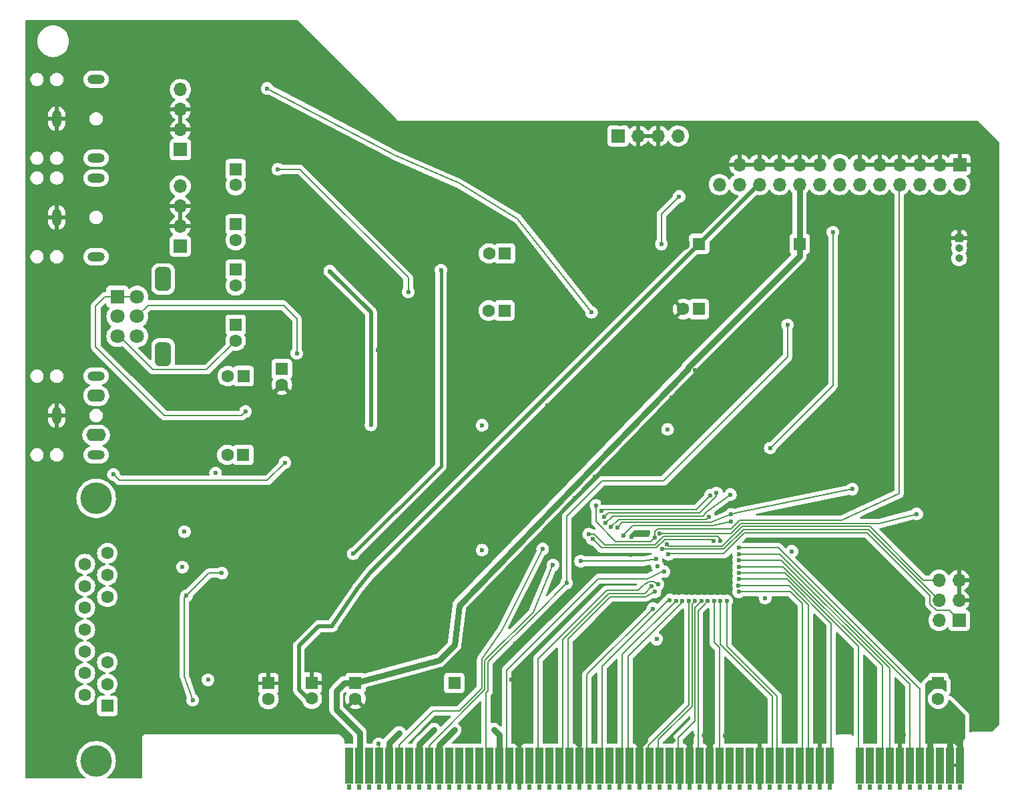
<source format=gbr>
%TF.GenerationSoftware,KiCad,Pcbnew,8.0.5-dirty*%
%TF.CreationDate,2024-12-31T09:15:25-08:00*%
%TF.ProjectId,sisyphus-pci,73697379-7068-4757-932d-7063692e6b69,rev?*%
%TF.SameCoordinates,Original*%
%TF.FileFunction,Copper,L4,Bot*%
%TF.FilePolarity,Positive*%
%FSLAX46Y46*%
G04 Gerber Fmt 4.6, Leading zero omitted, Abs format (unit mm)*
G04 Created by KiCad (PCBNEW 8.0.5-dirty) date 2024-12-31 09:15:25*
%MOMM*%
%LPD*%
G01*
G04 APERTURE LIST*
G04 Aperture macros list*
%AMRoundRect*
0 Rectangle with rounded corners*
0 $1 Rounding radius*
0 $2 $3 $4 $5 $6 $7 $8 $9 X,Y pos of 4 corners*
0 Add a 4 corners polygon primitive as box body*
4,1,4,$2,$3,$4,$5,$6,$7,$8,$9,$2,$3,0*
0 Add four circle primitives for the rounded corners*
1,1,$1+$1,$2,$3*
1,1,$1+$1,$4,$5*
1,1,$1+$1,$6,$7*
1,1,$1+$1,$8,$9*
0 Add four rect primitives between the rounded corners*
20,1,$1+$1,$2,$3,$4,$5,0*
20,1,$1+$1,$4,$5,$6,$7,0*
20,1,$1+$1,$6,$7,$8,$9,0*
20,1,$1+$1,$8,$9,$2,$3,0*%
G04 Aperture macros list end*
%TA.AperFunction,ComponentPad*%
%ADD10O,2.200000X1.200000*%
%TD*%
%TA.AperFunction,ComponentPad*%
%ADD11O,1.200000X2.200000*%
%TD*%
%TA.AperFunction,ComponentPad*%
%ADD12R,1.800000X1.800000*%
%TD*%
%TA.AperFunction,ComponentPad*%
%ADD13C,1.800000*%
%TD*%
%TA.AperFunction,ComponentPad*%
%ADD14RoundRect,0.500000X0.500000X1.000000X-0.500000X1.000000X-0.500000X-1.000000X0.500000X-1.000000X0*%
%TD*%
%TA.AperFunction,ComponentPad*%
%ADD15R,1.600000X1.600000*%
%TD*%
%TA.AperFunction,ComponentPad*%
%ADD16C,1.600000*%
%TD*%
%TA.AperFunction,ComponentPad*%
%ADD17R,1.700000X1.700000*%
%TD*%
%TA.AperFunction,ComponentPad*%
%ADD18O,1.700000X1.700000*%
%TD*%
%TA.AperFunction,ComponentPad*%
%ADD19R,1.000000X1.000000*%
%TD*%
%TA.AperFunction,ComponentPad*%
%ADD20O,1.000000X1.000000*%
%TD*%
%TA.AperFunction,ConnectorPad*%
%ADD21R,1.020000X4.570000*%
%TD*%
%TA.AperFunction,ConnectorPad*%
%ADD22R,0.510000X0.760000*%
%TD*%
%TA.AperFunction,ComponentPad*%
%ADD23C,4.000000*%
%TD*%
%TA.AperFunction,ComponentPad*%
%ADD24O,2.300000X1.600000*%
%TD*%
%TA.AperFunction,ComponentPad*%
%ADD25O,2.500000X1.600000*%
%TD*%
%TA.AperFunction,ViaPad*%
%ADD26C,0.600000*%
%TD*%
%TA.AperFunction,Conductor*%
%ADD27C,0.200000*%
%TD*%
%TA.AperFunction,Conductor*%
%ADD28C,0.750000*%
%TD*%
%TA.AperFunction,Conductor*%
%ADD29C,0.400000*%
%TD*%
%TA.AperFunction,Conductor*%
%ADD30C,0.500000*%
%TD*%
G04 APERTURE END LIST*
D10*
%TO.P,J9,R*%
%TO.N,Net-(J10-Pin_4)*%
X49050000Y-81850000D03*
D11*
%TO.P,J9,S*%
%TO.N,GND*%
X44050000Y-86850000D03*
D10*
%TO.P,J9,T*%
%TO.N,Net-(J10-Pin_1)*%
X49050000Y-91850000D03*
%TD*%
D12*
%TO.P,RV1,1,1*%
%TO.N,/VREF*%
X51750000Y-96928238D03*
D13*
%TO.P,RV1,2,2*%
%TO.N,Net-(R28-Pad1)*%
X51750000Y-99428238D03*
%TO.P,RV1,3,3*%
%TO.N,Net-(C42-Pad2)*%
X51750000Y-101928238D03*
%TO.P,RV1,4,4*%
%TO.N,/VREF*%
X54250000Y-96928238D03*
%TO.P,RV1,5,5*%
%TO.N,Net-(R27-Pad1)*%
X54250000Y-99428238D03*
%TO.P,RV1,6,6*%
%TO.N,Net-(C41-Pad2)*%
X54250000Y-101928238D03*
D14*
%TO.P,RV1,MP*%
%TO.N,N/C*%
X57550000Y-94678238D03*
X57550000Y-104178238D03*
%TD*%
D15*
%TO.P,C41,1*%
%TO.N,Net-(C32-Pad2)*%
X66750000Y-93500000D03*
D16*
%TO.P,C41,2*%
%TO.N,Net-(C41-Pad2)*%
X66750000Y-95500000D03*
%TD*%
D15*
%TO.P,C61,1*%
%TO.N,GND*%
X70900000Y-146000000D03*
D16*
%TO.P,C61,2*%
%TO.N,/AVee*%
X70900000Y-148000000D03*
%TD*%
D17*
%TO.P,J3,1,Pin_1*%
%TO.N,Net-(J3-Pin_1)*%
X115250000Y-76500000D03*
D18*
%TO.P,J3,2,Pin_2*%
%TO.N,GND*%
X117790000Y-76500000D03*
%TO.P,J3,3,Pin_3*%
X120330000Y-76500000D03*
%TO.P,J3,4,Pin_4*%
%TO.N,Net-(J3-Pin_4)*%
X122870000Y-76500000D03*
%TD*%
D15*
%TO.P,C56,1*%
%TO.N,GND*%
X76400000Y-145944888D03*
D16*
%TO.P,C56,2*%
%TO.N,/-12V*%
X76400000Y-147944888D03*
%TD*%
D10*
%TO.P,J6,R*%
%TO.N,Net-(J5-Pin_4)*%
X49050000Y-69350000D03*
D11*
%TO.P,J6,S*%
%TO.N,GND*%
X44050000Y-74350000D03*
D10*
%TO.P,J6,T*%
%TO.N,Net-(J5-Pin_1)*%
X49050000Y-79350000D03*
%TD*%
D15*
%TO.P,C65,1*%
%TO.N,Net-(C65-Pad1)*%
X66750000Y-80750000D03*
D16*
%TO.P,C65,2*%
%TO.N,Net-(J10-Pin_4)*%
X66750000Y-82750000D03*
%TD*%
D15*
%TO.P,C28,1*%
%TO.N,Net-(U1-CMR)*%
X125500000Y-98500000D03*
D16*
%TO.P,C28,2*%
%TO.N,GND*%
X123500000Y-98500000D03*
%TD*%
D19*
%TO.P,JP1,1,A*%
%TO.N,GND*%
X158500000Y-89500000D03*
D20*
%TO.P,JP1,2,C*%
%TO.N,Net-(J4-Pin_2)*%
X158500000Y-90770000D03*
%TO.P,JP1,3,B*%
%TO.N,MCLK*%
X158500000Y-92040000D03*
%TD*%
D15*
%TO.P,C47,1*%
%TO.N,/AVcc*%
X94475000Y-145950140D03*
D16*
%TO.P,C47,2*%
%TO.N,GND*%
X94475000Y-147950140D03*
%TD*%
D15*
%TO.P,C57,1*%
%TO.N,Net-(U4-BYPASS)*%
X72600000Y-106100000D03*
D16*
%TO.P,C57,2*%
%TO.N,GND*%
X72600000Y-108100000D03*
%TD*%
D17*
%TO.P,J4,1,Pin_1*%
%TO.N,GND*%
X158580000Y-80150000D03*
D18*
%TO.P,J4,2,Pin_2*%
%TO.N,Net-(J4-Pin_2)*%
X158580000Y-82690000D03*
%TO.P,J4,3,Pin_3*%
%TO.N,GND*%
X156040000Y-80150000D03*
%TO.P,J4,4,Pin_4*%
%TO.N,MSOUT*%
X156040000Y-82690000D03*
%TO.P,J4,5,Pin_5*%
%TO.N,GND*%
X153500000Y-80150000D03*
%TO.P,J4,6,Pin_6*%
%TO.N,/Vcc*%
X153500000Y-82690000D03*
%TO.P,J4,7,Pin_7*%
%TO.N,GND*%
X150960000Y-80150000D03*
%TO.P,J4,8,Pin_8*%
%TO.N,MSIN*%
X150960000Y-82690000D03*
%TO.P,J4,9,Pin_9*%
%TO.N,GND*%
X148420000Y-80150000D03*
%TO.P,J4,10,Pin_10*%
%TO.N,/Vcc*%
X148420000Y-82690000D03*
%TO.P,J4,11,Pin_11*%
%TO.N,GND*%
X145880000Y-80150000D03*
%TO.P,J4,12,Pin_12*%
%TO.N,unconnected-(J4-Pin_12-Pad12)*%
X145880000Y-82690000D03*
%TO.P,J4,13,Pin_13*%
%TO.N,unconnected-(J4-Pin_13-Pad13)*%
X143340000Y-80150000D03*
%TO.P,J4,14,Pin_14*%
%TO.N,/Vcc*%
X143340000Y-82690000D03*
%TO.P,J4,15,Pin_15*%
%TO.N,GND*%
X140800000Y-80150000D03*
%TO.P,J4,16,Pin_16*%
%TO.N,unconnected-(J4-Pin_16-Pad16)*%
X140800000Y-82690000D03*
%TO.P,J4,17,Pin_17*%
%TO.N,GND*%
X138260000Y-80150000D03*
%TO.P,J4,18,Pin_18*%
%TO.N,/+12V*%
X138260000Y-82690000D03*
%TO.P,J4,19,Pin_19*%
%TO.N,GND*%
X135720000Y-80150000D03*
%TO.P,J4,20,Pin_20*%
%TO.N,WBO_R*%
X135720000Y-82690000D03*
%TO.P,J4,21,Pin_21*%
%TO.N,GND*%
X133180000Y-80150000D03*
%TO.P,J4,22,Pin_22*%
%TO.N,/-12V*%
X133180000Y-82690000D03*
%TO.P,J4,23,Pin_23*%
%TO.N,GND*%
X130640000Y-80150000D03*
%TO.P,J4,24,Pin_24*%
%TO.N,WBO_L*%
X130640000Y-82690000D03*
%TO.P,J4,25,Pin_25*%
%TO.N,GND*%
X128100000Y-80150000D03*
%TO.P,J4,26,Pin_26*%
%TO.N,HRSTn*%
X128100000Y-82690000D03*
%TD*%
D17*
%TO.P,J5,1,Pin_1*%
%TO.N,Net-(J5-Pin_1)*%
X59750000Y-78250000D03*
D18*
%TO.P,J5,2,Pin_2*%
%TO.N,GND*%
X59750000Y-75710000D03*
%TO.P,J5,3,Pin_3*%
X59750000Y-73170000D03*
%TO.P,J5,4,Pin_4*%
%TO.N,Net-(J5-Pin_4)*%
X59750000Y-70630000D03*
%TD*%
D15*
%TO.P,C45,1*%
%TO.N,R_OUT*%
X100837500Y-98681250D03*
D16*
%TO.P,C45,2*%
%TO.N,Net-(C45-Pad2)*%
X98837500Y-98681250D03*
%TD*%
D15*
%TO.P,C46,1*%
%TO.N,/Vcc*%
X155850000Y-145950140D03*
D16*
%TO.P,C46,2*%
%TO.N,GND*%
X155850000Y-147950140D03*
%TD*%
D15*
%TO.P,C42,1*%
%TO.N,Net-(C33-Pad2)*%
X66750000Y-100500000D03*
D16*
%TO.P,C42,2*%
%TO.N,Net-(C42-Pad2)*%
X66750000Y-102500000D03*
%TD*%
D21*
%TO.P,J1,A1,~{TRST#}*%
%TO.N,unconnected-(J1-~{TRST#}-PadA1)*%
X81120000Y-156475000D03*
D22*
%TO.N,unconnected-(J1-~{TRST#}-PadA1)_1*%
X81120000Y-159135000D03*
D21*
%TO.P,J1,A2,+12V*%
%TO.N,/+12V*%
X82390000Y-156475000D03*
D22*
X82390000Y-159135000D03*
D21*
%TO.P,J1,A3,TMS*%
%TO.N,unconnected-(J1-TMS-PadA3)_1*%
X83650000Y-156475000D03*
D22*
%TO.N,unconnected-(J1-TMS-PadA3)*%
X83650000Y-159135000D03*
D21*
%TO.P,J1,A4,TDI*%
%TO.N,Net-(J1-TDI)*%
X84930000Y-156475000D03*
D22*
X84930000Y-159135000D03*
D21*
%TO.P,J1,A5,+5V*%
%TO.N,/Vcc*%
X86200000Y-156475000D03*
D22*
X86200000Y-159135000D03*
D21*
%TO.P,J1,A6,~{INTA#}*%
%TO.N,INTAn*%
X87470000Y-156475000D03*
D22*
X87470000Y-159135000D03*
D21*
%TO.P,J1,A7,~{INTC#}*%
%TO.N,unconnected-(J1-~{INTC#}-PadA7)_1*%
X88740000Y-156475000D03*
D22*
%TO.N,unconnected-(J1-~{INTC#}-PadA7)*%
X88740000Y-159135000D03*
D21*
%TO.P,J1,A8,+5V*%
%TO.N,/Vcc*%
X90010000Y-156475000D03*
D22*
X90010000Y-159135000D03*
D21*
%TO.P,J1,A9,RESERVED*%
%TO.N,Net-(J1-RESERVED-PadA9)*%
X91280000Y-156475000D03*
D22*
X91280000Y-159135000D03*
D21*
%TO.P,J1,A10,VIO*%
%TO.N,/Vcc*%
X92550000Y-156475000D03*
D22*
X92550000Y-159135000D03*
D21*
%TO.P,J1,A11,RESERVED*%
%TO.N,unconnected-(J1-RESERVED-PadA11)*%
X93820000Y-156475000D03*
D22*
%TO.N,unconnected-(J1-RESERVED-PadA11)_1*%
X93820000Y-159135000D03*
D21*
%TO.P,J1,A12*%
%TO.N,N/C*%
X95080000Y-156475000D03*
D22*
X95080000Y-159135000D03*
D21*
%TO.P,J1,A13*%
X96360000Y-156475000D03*
D22*
X96360000Y-159135000D03*
D21*
%TO.P,J1,A14,3.3VAUX*%
%TO.N,unconnected-(J1-3.3VAUX-PadA14)*%
X97630000Y-156475000D03*
D22*
%TO.N,unconnected-(J1-3.3VAUX-PadA14)_1*%
X97630000Y-159135000D03*
D21*
%TO.P,J1,A15,~{RST#}*%
%TO.N,HRSTn*%
X98900000Y-156475000D03*
D22*
X98900000Y-159135000D03*
D21*
%TO.P,J1,A16,VIO*%
%TO.N,/Vcc*%
X100170000Y-156475000D03*
D22*
X100170000Y-159135000D03*
D21*
%TO.P,J1,A17,~{GNT#}*%
%TO.N,HGNTn*%
X101440000Y-156475000D03*
D22*
X101440000Y-159135000D03*
D21*
%TO.P,J1,A18,GND*%
%TO.N,GND*%
X102710000Y-156475000D03*
D22*
X102710000Y-159135000D03*
D21*
%TO.P,J1,A19,PME#*%
%TO.N,unconnected-(J1-PME#-PadA19)*%
X103970000Y-156475000D03*
D22*
%TO.N,unconnected-(J1-PME#-PadA19)_1*%
X103970000Y-159135000D03*
D21*
%TO.P,J1,A20,AD[30]*%
%TO.N,/HAD30*%
X105250000Y-156475000D03*
D22*
X105250000Y-159135000D03*
D21*
%TO.P,J1,A21,+3.3V*%
%TO.N,unconnected-(J1-+3.3V-PadA21)_1*%
X106510000Y-156475000D03*
D22*
%TO.N,unconnected-(J1-+3.3V-PadA21)*%
X106510000Y-159135000D03*
D21*
%TO.P,J1,A22,AD[28]*%
%TO.N,/HAD28*%
X107790000Y-156475000D03*
D22*
X107790000Y-159135000D03*
D21*
%TO.P,J1,A23,AD[26]*%
%TO.N,/HAD26*%
X109060000Y-156475000D03*
D22*
X109060000Y-159135000D03*
D21*
%TO.P,J1,A24,GND*%
%TO.N,GND*%
X110330000Y-156475000D03*
D22*
X110330000Y-159135000D03*
D21*
%TO.P,J1,A25,AD[24]*%
%TO.N,/HAD24*%
X111600000Y-156475000D03*
D22*
X111600000Y-159135000D03*
D21*
%TO.P,J1,A26,IDSEL*%
%TO.N,HIDSEL*%
X112870000Y-156475000D03*
D22*
X112870000Y-159135000D03*
D21*
%TO.P,J1,A27,+3.3V*%
%TO.N,unconnected-(J1-+3.3V-PadA27)*%
X114140000Y-156475000D03*
D22*
%TO.N,unconnected-(J1-+3.3V-PadA27)_1*%
X114140000Y-159135000D03*
D21*
%TO.P,J1,A28,AD[22]*%
%TO.N,/HAD22*%
X115410000Y-156475000D03*
D22*
X115410000Y-159135000D03*
D21*
%TO.P,J1,A29,AD[20]*%
%TO.N,/HAD20*%
X116680000Y-156475000D03*
D22*
X116680000Y-159135000D03*
D21*
%TO.P,J1,A30,GND*%
%TO.N,GND*%
X117950000Y-156475000D03*
D22*
X117950000Y-159135000D03*
D21*
%TO.P,J1,A31,AD[18]*%
%TO.N,/HAD18*%
X119220000Y-156475000D03*
D22*
X119220000Y-159135000D03*
D21*
%TO.P,J1,A32,AD[16]*%
%TO.N,/HAD16*%
X120490000Y-156475000D03*
D22*
X120490000Y-159135000D03*
D21*
%TO.P,J1,A33,+3.3V*%
%TO.N,unconnected-(J1-+3.3V-PadA33)*%
X121760000Y-156475000D03*
D22*
%TO.N,unconnected-(J1-+3.3V-PadA33)_1*%
X121760000Y-159135000D03*
D21*
%TO.P,J1,A34,~{FRAME#}*%
%TO.N,HFRAMEn*%
X123030000Y-156475000D03*
D22*
X123030000Y-159135000D03*
D21*
%TO.P,J1,A35,GND*%
%TO.N,GND*%
X124300000Y-156475000D03*
D22*
X124300000Y-159135000D03*
D21*
%TO.P,J1,A36,~{TRDY#}*%
%TO.N,HTRDYn*%
X125570000Y-156475000D03*
D22*
X125570000Y-159135000D03*
D21*
%TO.P,J1,A37,GND*%
%TO.N,GND*%
X126840000Y-156475000D03*
D22*
X126840000Y-159135000D03*
D21*
%TO.P,J1,A38,~{STOP#}*%
%TO.N,HSTOPn*%
X128110000Y-156475000D03*
D22*
X128110000Y-159135000D03*
D21*
%TO.P,J1,A39,+3.3V*%
%TO.N,unconnected-(J1-+3.3V-PadA39)*%
X129380000Y-156475000D03*
D22*
%TO.N,unconnected-(J1-+3.3V-PadA39)_1*%
X129380000Y-159135000D03*
D21*
%TO.P,J1,A40,RESERVED*%
%TO.N,unconnected-(J1-RESERVED-PadA40)*%
X130650000Y-156475000D03*
D22*
%TO.N,unconnected-(J1-RESERVED-PadA40)_1*%
X130650000Y-159135000D03*
D21*
%TO.P,J1,A41,RESERVED*%
%TO.N,unconnected-(J1-RESERVED-PadA41)*%
X131920000Y-156475000D03*
D22*
%TO.N,unconnected-(J1-RESERVED-PadA41)_1*%
X131920000Y-159135000D03*
D21*
%TO.P,J1,A42,GND*%
%TO.N,GND*%
X133190000Y-156475000D03*
D22*
X133190000Y-159135000D03*
D21*
%TO.P,J1,A43,PAR*%
%TO.N,HPAR*%
X134460000Y-156475000D03*
D22*
X134460000Y-159135000D03*
D21*
%TO.P,J1,A44,AD[15]*%
%TO.N,/HAD15*%
X135730000Y-156475000D03*
D22*
X135730000Y-159135000D03*
D21*
%TO.P,J1,A45,+3.3V*%
%TO.N,unconnected-(J1-+3.3V-PadA45)*%
X137000000Y-156475000D03*
D22*
%TO.N,unconnected-(J1-+3.3V-PadA45)_1*%
X137000000Y-159135000D03*
D21*
%TO.P,J1,A46,AD[13]*%
%TO.N,/HAD13*%
X138270000Y-156475000D03*
D22*
X138270000Y-159135000D03*
D21*
%TO.P,J1,A47,AD[11]*%
%TO.N,/HAD11*%
X139540000Y-156475000D03*
D22*
X139540000Y-159135000D03*
D21*
%TO.P,J1,A48,GND*%
%TO.N,GND*%
X140810000Y-156475000D03*
D22*
X140810000Y-159135000D03*
D21*
%TO.P,J1,A49,AD[09]*%
%TO.N,/HAD9*%
X142080000Y-156475000D03*
D22*
X142080000Y-159135000D03*
D21*
%TO.P,J1,A52,~{C/BE#[0]}*%
%TO.N,HCBET0n*%
X145890000Y-156475000D03*
D22*
X145890000Y-159135000D03*
D21*
%TO.P,J1,A53,+3.3V*%
%TO.N,unconnected-(J1-+3.3V-PadA53)_1*%
X147160000Y-156475000D03*
D22*
%TO.N,unconnected-(J1-+3.3V-PadA53)*%
X147160000Y-159135000D03*
D21*
%TO.P,J1,A54,AD[06]*%
%TO.N,/HAD6*%
X148430000Y-156475000D03*
D22*
X148430000Y-159135000D03*
D21*
%TO.P,J1,A55,AD[04]*%
%TO.N,/HAD4*%
X149700000Y-156475000D03*
D22*
X149700000Y-159135000D03*
D21*
%TO.P,J1,A56,GND*%
%TO.N,GND*%
X150970000Y-156475000D03*
D22*
X150970000Y-159135000D03*
D21*
%TO.P,J1,A57,AD[02]*%
%TO.N,/HAD2*%
X152240000Y-156475000D03*
D22*
X152240000Y-159135000D03*
D21*
%TO.P,J1,A58,AD[00]*%
%TO.N,/HAD0*%
X153510000Y-156475000D03*
D22*
X153510000Y-159135000D03*
D21*
%TO.P,J1,A59,VIO*%
%TO.N,/Vcc*%
X154780000Y-156475000D03*
D22*
X154780000Y-159135000D03*
D21*
%TO.P,J1,A60,~{REQ64#}*%
%TO.N,unconnected-(J1-~{REQ64#}-PadA60)*%
X156050000Y-156475000D03*
D22*
%TO.N,unconnected-(J1-~{REQ64#}-PadA60)_1*%
X156050000Y-159135000D03*
D21*
%TO.P,J1,A61,+5V*%
%TO.N,/Vcc*%
X157320000Y-156475000D03*
D22*
X157320000Y-159135000D03*
D21*
%TO.P,J1,A62,+5V*%
X158580000Y-156475000D03*
D22*
X158580000Y-159135000D03*
%TD*%
D15*
%TO.P,C64,1*%
%TO.N,Net-(C64-Pad1)*%
X66750000Y-87750000D03*
D16*
%TO.P,C64,2*%
%TO.N,Net-(J10-Pin_1)*%
X66750000Y-89750000D03*
%TD*%
D15*
%TO.P,C59,1*%
%TO.N,Net-(U4-VOUT2)*%
X67700000Y-117000000D03*
D16*
%TO.P,C59,2*%
%TO.N,Net-(C59-Pad2)*%
X65700000Y-117000000D03*
%TD*%
D15*
%TO.P,C39,1*%
%TO.N,/+12V*%
X81927093Y-145950140D03*
D16*
%TO.P,C39,2*%
%TO.N,GND*%
X81927093Y-147950140D03*
%TD*%
D23*
%TO.P,J2,0*%
%TO.N,N/C*%
X49055000Y-122530000D03*
X49055000Y-155830000D03*
D15*
%TO.P,J2,1,1*%
%TO.N,Net-(J2-P9)*%
X50475000Y-148875000D03*
D16*
%TO.P,J2,2,2*%
%TO.N,Net-(J2-P13)*%
X50475000Y-146105000D03*
%TO.P,J2,3,3*%
%TO.N,Net-(J2-Pad3)*%
X50475000Y-143335000D03*
%TO.P,J2,4,4*%
%TO.N,GND*%
X50475000Y-140565000D03*
%TO.P,J2,5,5*%
X50475000Y-137795000D03*
%TO.P,J2,6,6*%
%TO.N,Net-(J2-Pad6)*%
X50475000Y-135025000D03*
%TO.P,J2,7,7*%
%TO.N,Net-(U1-SWB)*%
X50475000Y-132255000D03*
%TO.P,J2,8,8*%
%TO.N,Net-(J2-P9)*%
X50475000Y-129485000D03*
%TO.P,J2,9,P9*%
X47635000Y-147490000D03*
%TO.P,J2,10,P10*%
%TO.N,Net-(J2-P10)*%
X47635000Y-144720000D03*
%TO.P,J2,11,P111*%
%TO.N,Net-(J2-P111)*%
X47635000Y-141950000D03*
%TO.P,J2,12,P12*%
%TO.N,Net-(J2-P12)*%
X47635000Y-139180000D03*
%TO.P,J2,13,P13*%
%TO.N,Net-(J2-P13)*%
X47635000Y-136410000D03*
%TO.P,J2,14,P14*%
%TO.N,Net-(J2-P14)*%
X47635000Y-133640000D03*
%TO.P,J2,15,P15*%
%TO.N,Net-(J2-P15)*%
X47635000Y-130870000D03*
%TD*%
D15*
%TO.P,C58,1*%
%TO.N,Net-(U4-VOUT1)*%
X67750000Y-107000000D03*
D16*
%TO.P,C58,2*%
%TO.N,Net-(C58-Pad2)*%
X65750000Y-107000000D03*
%TD*%
D15*
%TO.P,C38,1*%
%TO.N,/+12V*%
X138275000Y-90225000D03*
D16*
%TO.P,C38,2*%
%TO.N,GND*%
X136275000Y-90225000D03*
%TD*%
D15*
%TO.P,C44,1*%
%TO.N,L_OUT*%
X100887500Y-91431250D03*
D16*
%TO.P,C44,2*%
%TO.N,Net-(C44-Pad2)*%
X98887500Y-91431250D03*
%TD*%
D15*
%TO.P,C30,1*%
%TO.N,/-12V*%
X125525000Y-90225000D03*
D16*
%TO.P,C30,2*%
%TO.N,GND*%
X123525000Y-90225000D03*
%TD*%
D17*
%TO.P,J8,1,Pin_1*%
%TO.N,PCPCIGNTn*%
X158500000Y-138000000D03*
D18*
%TO.P,J8,2,Pin_2*%
%TO.N,unconnected-(J8-Pin_2-Pad2)*%
X155960000Y-138000000D03*
%TO.P,J8,3,Pin_3*%
%TO.N,GND*%
X158500000Y-135460000D03*
%TO.P,J8,4,Pin_4*%
%TO.N,PCPCIREQn*%
X155960000Y-135460000D03*
%TO.P,J8,5,Pin_5*%
%TO.N,GND*%
X158500000Y-132920000D03*
%TO.P,J8,6,Pin_6*%
%TO.N,SIRQ*%
X155960000Y-132920000D03*
%TD*%
D17*
%TO.P,J10,1,Pin_1*%
%TO.N,Net-(J10-Pin_1)*%
X59700000Y-90500000D03*
D18*
%TO.P,J10,2,Pin_2*%
%TO.N,GND*%
X59700000Y-87960000D03*
%TO.P,J10,3,Pin_3*%
X59700000Y-85420000D03*
%TO.P,J10,4,Pin_4*%
%TO.N,Net-(J10-Pin_4)*%
X59700000Y-82880000D03*
%TD*%
D10*
%TO.P,J7,R*%
%TO.N,Net-(C58-Pad2)*%
X49050000Y-107000000D03*
D24*
%TO.P,J7,RN*%
%TO.N,SHUTDOWN*%
X49050000Y-109500000D03*
D11*
%TO.P,J7,S*%
%TO.N,GND*%
X44050000Y-112000000D03*
D10*
%TO.P,J7,T*%
%TO.N,Net-(C59-Pad2)*%
X49050000Y-117000000D03*
D25*
%TO.P,J7,TN*%
%TO.N,unconnected-(J7-PadTN)*%
X49050000Y-114500000D03*
%TD*%
D26*
%TO.N,GND*%
X151250000Y-134000000D03*
%TO.N,/Vcc*%
X120250000Y-131100000D03*
%TO.N,GND*%
X122250000Y-153250000D03*
X112250000Y-153200000D03*
X113500000Y-96250000D03*
X122600000Y-134000000D03*
X117000000Y-110750000D03*
X163250000Y-108950000D03*
X142250000Y-124250000D03*
X122600000Y-132200000D03*
X117500000Y-96250000D03*
X87337500Y-91431250D03*
X134250000Y-110750000D03*
X40500000Y-83500000D03*
X89900000Y-75000000D03*
X87750000Y-134750000D03*
X106250000Y-122500000D03*
X101400000Y-132050000D03*
X111000000Y-143250000D03*
X163250000Y-98700000D03*
X89725000Y-140725000D03*
X113500000Y-91750000D03*
X140900000Y-114700000D03*
X84750000Y-103750000D03*
X137500000Y-146750000D03*
X63300000Y-100000000D03*
X69500000Y-62250000D03*
X64250000Y-62250000D03*
X88725000Y-140725000D03*
X111250000Y-116250000D03*
X123250000Y-75000000D03*
X163300000Y-148850000D03*
X106250000Y-103750000D03*
X104000000Y-148250000D03*
X110250000Y-103750000D03*
X128500000Y-75000000D03*
X84750000Y-134750000D03*
X84750000Y-138750000D03*
X74500000Y-62250000D03*
X163250000Y-88450000D03*
X113300000Y-123100000D03*
X112300000Y-119800000D03*
X163300000Y-141100000D03*
X120750000Y-107500000D03*
X108500000Y-116100000D03*
X107250000Y-148250000D03*
X96250000Y-138750000D03*
X124200000Y-134000000D03*
X104000000Y-150750000D03*
X137250000Y-118600000D03*
X64750000Y-125250000D03*
X40500000Y-131500000D03*
X132000000Y-100250000D03*
X128750000Y-107500000D03*
X76050000Y-63850000D03*
X45600000Y-99400000D03*
X87725000Y-140725000D03*
X40500000Y-86750000D03*
X40500000Y-111400000D03*
X110000000Y-117500000D03*
X130300000Y-118600000D03*
X118200000Y-121300000D03*
X122000000Y-112500000D03*
X40500000Y-149500000D03*
X126150000Y-120400000D03*
X163250000Y-103700000D03*
X72500000Y-151750000D03*
X71000000Y-105200000D03*
X118250000Y-75000000D03*
X77500000Y-151750000D03*
X91750000Y-134750000D03*
X152250000Y-75000000D03*
X113500000Y-107500000D03*
X129000000Y-134000000D03*
X127400000Y-130400000D03*
X114900000Y-153200000D03*
X110250000Y-100250000D03*
X109750000Y-122500000D03*
X147750000Y-146750000D03*
X92250000Y-75000000D03*
X97250000Y-75000000D03*
X131250000Y-75000000D03*
X59000000Y-62250000D03*
X141450000Y-152600000D03*
X128800000Y-152610000D03*
X137500000Y-138750000D03*
X85987500Y-93581250D03*
X163250000Y-93700000D03*
X80887500Y-91631250D03*
X163250000Y-82800000D03*
X92500000Y-120750000D03*
X124200000Y-132200000D03*
X90750000Y-122500000D03*
X51650000Y-62250000D03*
X99500000Y-138750000D03*
X129000000Y-132200000D03*
X106250000Y-107500000D03*
X40500000Y-147000000D03*
X163250000Y-111450000D03*
X65750000Y-129000000D03*
X40500000Y-100750000D03*
X81300000Y-69100000D03*
X86037500Y-95331250D03*
X92250000Y-141750000D03*
X127400000Y-132200000D03*
X77800000Y-65600000D03*
X96250000Y-141750000D03*
X144500000Y-75000000D03*
X88250000Y-135750000D03*
X106250000Y-100250000D03*
X86725000Y-138725000D03*
X122000000Y-111000000D03*
X40500000Y-113900000D03*
X55000000Y-111000000D03*
X144950000Y-114550000D03*
X96500000Y-150400000D03*
X141500000Y-75000000D03*
X134250000Y-100250000D03*
X123500000Y-109750000D03*
X104500000Y-114500000D03*
X67000000Y-62250000D03*
X157500000Y-75000000D03*
X109500000Y-84000000D03*
X77100000Y-110250000D03*
X103500000Y-110250000D03*
X147750000Y-152000000D03*
X110250000Y-107500000D03*
X163300000Y-146350000D03*
X131200000Y-152600000D03*
X122600000Y-130400000D03*
X84087500Y-88431250D03*
X163300000Y-138100000D03*
X109900000Y-114800000D03*
X61295363Y-145496406D03*
X99500000Y-103750000D03*
X116950000Y-127409019D03*
X136300000Y-152600000D03*
X61500000Y-62250000D03*
X125000000Y-106250000D03*
X86725000Y-140725000D03*
X123500000Y-112500000D03*
X91750000Y-140750000D03*
X54000000Y-62250000D03*
X115500000Y-75000000D03*
X144000000Y-152000000D03*
X110150000Y-131700000D03*
X93750000Y-103750000D03*
X92750000Y-138750000D03*
X91837500Y-96231250D03*
X86250000Y-135750000D03*
X132000000Y-96250000D03*
X113500000Y-118700000D03*
X132000000Y-110750000D03*
X40500000Y-141500000D03*
X40500000Y-129000000D03*
X105750000Y-115750000D03*
X88725000Y-139725000D03*
X125800000Y-132200000D03*
X70000000Y-151750000D03*
X84300000Y-72100000D03*
X65000000Y-151750000D03*
X163250000Y-119450000D03*
X132000000Y-107500000D03*
X99500000Y-148400000D03*
X40500000Y-139000000D03*
X163300000Y-135200000D03*
X125800000Y-134000000D03*
X92250000Y-139750000D03*
X83750000Y-136750000D03*
X83750000Y-142750000D03*
X139500000Y-131000000D03*
X104000000Y-153200000D03*
X144000000Y-142750000D03*
X92250000Y-135750000D03*
X110250000Y-110750000D03*
X77100000Y-111250000D03*
X91750000Y-138750000D03*
X147250000Y-75000000D03*
X77000000Y-140500000D03*
X142250000Y-133500000D03*
X89750000Y-134750000D03*
X113500000Y-103750000D03*
X124600000Y-152600000D03*
X94750000Y-75000000D03*
X163250000Y-101450000D03*
X40500000Y-65525000D03*
X82750000Y-103750000D03*
X118650000Y-153250000D03*
X120750000Y-75000000D03*
X40500000Y-108900000D03*
X106750000Y-136500000D03*
X130500000Y-138750000D03*
X87400000Y-75000000D03*
X40500000Y-95500000D03*
X105750000Y-80250000D03*
X85750000Y-134750000D03*
X56500000Y-62250000D03*
X100000000Y-143250000D03*
X83750000Y-140750000D03*
X40500000Y-62250000D03*
X79250000Y-139750000D03*
X124200000Y-130400000D03*
X40500000Y-90000000D03*
X163250000Y-85700000D03*
X106250000Y-94000000D03*
X115000000Y-138750000D03*
X124000000Y-103750000D03*
X163250000Y-126950000D03*
X40500000Y-121000000D03*
X101750000Y-111750000D03*
X163250000Y-77500000D03*
X92750000Y-140750000D03*
X99750000Y-75000000D03*
X163250000Y-80100000D03*
X91750000Y-136750000D03*
X117500000Y-91750000D03*
X131250000Y-136700000D03*
X99500000Y-107500000D03*
X91500000Y-103750000D03*
X138750000Y-75000000D03*
X86750000Y-134750000D03*
X84737500Y-93581250D03*
X102500000Y-75000000D03*
X133750000Y-75000000D03*
X88750000Y-134750000D03*
X79100000Y-110250000D03*
X113500000Y-114250000D03*
X125800000Y-130400000D03*
X128750000Y-110750000D03*
X40500000Y-136500000D03*
X154750000Y-75000000D03*
X87725000Y-139725000D03*
X85250000Y-128250000D03*
X86725000Y-139725000D03*
X163250000Y-106450000D03*
X110250000Y-87500000D03*
X91250000Y-135750000D03*
X128750000Y-103750000D03*
X116500000Y-115750000D03*
X90250000Y-135750000D03*
X137500000Y-142750000D03*
X117000000Y-103750000D03*
X78100000Y-110750000D03*
X126200000Y-152600000D03*
X87250000Y-135750000D03*
X113000000Y-141000000D03*
X122700000Y-148700000D03*
X96500000Y-153200000D03*
X84750000Y-140750000D03*
X151500000Y-152600000D03*
X133600000Y-120450000D03*
X111250000Y-82250000D03*
X85250000Y-135750000D03*
X125825000Y-118600000D03*
X40500000Y-73250000D03*
X118750000Y-123000000D03*
X106250000Y-110750000D03*
X108750000Y-118750000D03*
X133250000Y-142750000D03*
X80862500Y-97306250D03*
X99500000Y-135750000D03*
X57250000Y-151750000D03*
X127000000Y-107500000D03*
X106400000Y-112900000D03*
X84750000Y-142750000D03*
X144000000Y-146750000D03*
X112750000Y-75000000D03*
X122050000Y-140400000D03*
X84250000Y-135750000D03*
X40500000Y-151750000D03*
X40500000Y-154750000D03*
X125300000Y-113725000D03*
X79100000Y-111250000D03*
X83750000Y-138750000D03*
X87725000Y-138725000D03*
X121625000Y-118220015D03*
X92250000Y-137750000D03*
X115250000Y-86250000D03*
X85800000Y-73600000D03*
X163250000Y-116700000D03*
X133600000Y-117600000D03*
X125750000Y-75000000D03*
X40500000Y-126250000D03*
X84250000Y-141750000D03*
X84250000Y-139750000D03*
X84237500Y-94831250D03*
X117000000Y-107500000D03*
X78500000Y-140500000D03*
X84737500Y-95331250D03*
X59750000Y-151750000D03*
X40500000Y-118500000D03*
X127000000Y-110750000D03*
X89250000Y-135750000D03*
X107250000Y-150750000D03*
X128750000Y-96250000D03*
X101700000Y-145500000D03*
X104500000Y-138750000D03*
X127400000Y-134000000D03*
X113500000Y-110750000D03*
X163250000Y-129700000D03*
X115500000Y-123100000D03*
X129000000Y-130400000D03*
X110300000Y-112900000D03*
X92750000Y-136750000D03*
X69400000Y-103900000D03*
X80000000Y-140500000D03*
X107250000Y-117250000D03*
X149750000Y-75000000D03*
X62250000Y-151750000D03*
X163250000Y-91200000D03*
X40500000Y-123500000D03*
X163250000Y-96200000D03*
X113500000Y-100250000D03*
X94250000Y-119000000D03*
X90750000Y-134750000D03*
X111250000Y-121000000D03*
X163250000Y-113950000D03*
X145000000Y-136250000D03*
X40500000Y-75750000D03*
X79600000Y-67450000D03*
X163250000Y-121950000D03*
X40500000Y-144250000D03*
X67500000Y-151750000D03*
X102000000Y-103750000D03*
X110250000Y-75000000D03*
X89725000Y-139725000D03*
X160250000Y-75000000D03*
X89725000Y-138725000D03*
X107750000Y-75000000D03*
X102250000Y-141000000D03*
X72000000Y-62250000D03*
X96200000Y-132050000D03*
X161750000Y-76000000D03*
X91837500Y-91393750D03*
X107750000Y-121000000D03*
X82800000Y-70600000D03*
X163250000Y-124450000D03*
X163250000Y-132450000D03*
X163300000Y-143850000D03*
X88725000Y-138725000D03*
X136250000Y-75000000D03*
X133550000Y-114650000D03*
X40500000Y-134000000D03*
X122000000Y-109750000D03*
X144350000Y-111250000D03*
X40500000Y-98000000D03*
X84250000Y-137750000D03*
X77750000Y-139750000D03*
X116900000Y-129700000D03*
X102000000Y-107500000D03*
X134250000Y-103750000D03*
X92900000Y-150400000D03*
X132000000Y-103750000D03*
X86537500Y-94831250D03*
X84750000Y-136750000D03*
X85387497Y-95331250D03*
X105250000Y-75000000D03*
X75000000Y-151750000D03*
X107250000Y-153250000D03*
X107250000Y-78250000D03*
%TO.N,Net-(J2-P14)*%
X113459643Y-124889841D03*
X127729498Y-121861986D03*
%TO.N,Net-(J2-P10)*%
X112019175Y-127705301D03*
X127400000Y-127961862D03*
%TO.N,Net-(U1-SWB)*%
X126977091Y-122133801D03*
X113128780Y-124147823D03*
%TO.N,Net-(J2-P13)*%
X61300000Y-148150000D03*
X114340000Y-126185171D03*
X126753975Y-124853975D03*
X65000000Y-132000000D03*
X60500000Y-134890000D03*
%TO.N,Net-(U1-TD)*%
X115173701Y-126200000D03*
X144950000Y-121350000D03*
X129600000Y-124539898D03*
%TO.N,/Vcc*%
X60250000Y-126750000D03*
X60000000Y-131250000D03*
X94500000Y-151900000D03*
X99500000Y-151900000D03*
X157500000Y-152750000D03*
X87470000Y-152300000D03*
X155500000Y-150750000D03*
X91900000Y-151900000D03*
X133900000Y-135200000D03*
X155500000Y-152750000D03*
X63240000Y-145560000D03*
X157500000Y-150750000D03*
X120150000Y-140400000D03*
X64200000Y-119300000D03*
X156500000Y-151750000D03*
X137300000Y-129250000D03*
%TO.N,Net-(U1-TA)*%
X128200003Y-127961862D03*
X111527734Y-127072266D03*
%TO.N,Net-(U1-TB)*%
X113666760Y-125662565D03*
X129496930Y-122049998D03*
%TO.N,Net-(U1-TC)*%
X129589825Y-125489825D03*
X115910380Y-127250000D03*
%TO.N,/AVcc*%
X83900000Y-113200000D03*
X121525000Y-113775000D03*
X98000000Y-113250000D03*
X98000000Y-129100000D03*
X78687500Y-93681250D03*
%TO.N,WBO_R*%
X134550000Y-116150000D03*
X142500000Y-88750000D03*
%TO.N,Net-(U1-AUXAR)*%
X123000000Y-84199999D03*
X120750000Y-90250000D03*
%TO.N,/-12V*%
X78935000Y-138735000D03*
%TO.N,/AVee*%
X81650000Y-129550000D03*
X92787500Y-93581250D03*
%TO.N,LINE-IN_R*%
X111875000Y-98900000D03*
X70750000Y-70500000D03*
%TO.N,Net-(J1-TDI)*%
X84900000Y-153700000D03*
%TO.N,/HAD20*%
X123406705Y-135524832D03*
%TO.N,/HAD26*%
X119925000Y-134400000D03*
%TO.N,/HAD22*%
X122606954Y-135544876D03*
%TO.N,HIDSEL*%
X121814267Y-135436934D03*
%TO.N,/HAD2*%
X130544143Y-129592029D03*
%TO.N,/HAD11*%
X130533755Y-133592971D03*
%TO.N,/HAD24*%
X119662503Y-136537497D03*
%TO.N,/HAD18*%
X124216984Y-135537806D03*
%TO.N,/HAD13*%
X130544876Y-134393046D03*
%TO.N,HPAR*%
X128216989Y-135537804D03*
%TO.N,HSTOPn*%
X127416989Y-135537803D03*
%TO.N,/HAD16*%
X125016984Y-135537807D03*
%TO.N,/HAD0*%
X130544143Y-128792029D03*
%TO.N,/HAD9*%
X130544876Y-132793046D03*
%TO.N,HTRDYn*%
X126616988Y-135537806D03*
%TO.N,INTAn*%
X105687500Y-128937500D03*
%TO.N,/HAD15*%
X129016989Y-135537803D03*
%TO.N,Net-(J1-RESERVED-PadA9)*%
X107000000Y-131000000D03*
%TO.N,HFRAMEn*%
X125816986Y-135537808D03*
%TO.N,/HAD30*%
X120300000Y-133450000D03*
%TO.N,HGNTn*%
X121065687Y-131815687D03*
%TO.N,/HAD4*%
X130544244Y-130392171D03*
%TO.N,HRSTn*%
X136750000Y-100500000D03*
X108725000Y-133275000D03*
%TO.N,/HAD6*%
X130544876Y-131193046D03*
%TO.N,HCBET0n*%
X130544876Y-131993046D03*
%TO.N,/HAD28*%
X119512026Y-133708863D03*
%TO.N,MSOUT*%
X120532982Y-126978078D03*
X153125000Y-124500000D03*
%TO.N,MSIN*%
X119932982Y-127509453D03*
X112450000Y-123425735D03*
%TO.N,PCPCIGNTn*%
X121625000Y-129625000D03*
%TO.N,SIRQ*%
X121411942Y-128361862D03*
%TO.N,PCPCIREQn*%
X120846256Y-128961862D03*
%TO.N,CLKRUNn*%
X120050000Y-130200000D03*
X110500000Y-130500000D03*
%TO.N,Net-(U2C--)*%
X72112500Y-80750000D03*
X88637500Y-96331250D03*
%TO.N,Net-(R27-Pad1)*%
X74500000Y-104100000D03*
%TO.N,Net-(R28-Pad1)*%
X73000000Y-118000000D03*
X51250000Y-119500000D03*
%TO.N,/VREF*%
X68000000Y-111500000D03*
%TD*%
D27*
%TO.N,PCPCIGNTn*%
X121625000Y-129625000D02*
X121688138Y-129561862D01*
X157250000Y-136750000D02*
X158500000Y-138000000D01*
X121688138Y-129561862D02*
X128638138Y-129561862D01*
X128638138Y-129561862D02*
X131300000Y-126900000D01*
X131300000Y-126900000D02*
X146834314Y-126900000D01*
X146834314Y-126900000D02*
X154810000Y-134875686D01*
X154810000Y-134875686D02*
X154810000Y-135936346D01*
X154810000Y-135936346D02*
X155623654Y-136750000D01*
X155623654Y-136750000D02*
X157250000Y-136750000D01*
%TO.N,SIRQ*%
X121411942Y-128361862D02*
X121611942Y-128561862D01*
X121611942Y-128561862D02*
X128506766Y-128561862D01*
X128506766Y-128561862D02*
X130968628Y-126100000D01*
X130968628Y-126100000D02*
X147165686Y-126100000D01*
X153985686Y-132920000D02*
X155960000Y-132920000D01*
X147165686Y-126100000D02*
X153985686Y-132920000D01*
%TO.N,PCPCIREQn*%
X120846256Y-128961862D02*
X128672452Y-128961862D01*
X128672452Y-128961862D02*
X131134314Y-126500000D01*
X147000000Y-126500000D02*
X155960000Y-135460000D01*
X131134314Y-126500000D02*
X147000000Y-126500000D01*
%TO.N,/HAD26*%
X119925000Y-134400000D02*
X118750000Y-135000000D01*
X118750000Y-135000000D02*
X114245094Y-135000000D01*
X114245094Y-135000000D02*
X113361618Y-135883476D01*
X113361618Y-135883476D02*
X111869982Y-137440686D01*
X111869982Y-137440686D02*
X111869982Y-137445704D01*
X111869982Y-137445704D02*
X108910000Y-140405686D01*
X108910000Y-140405686D02*
X108910000Y-156325000D01*
%TO.N,HIDSEL*%
X113200000Y-143848529D02*
X113200000Y-155845000D01*
X121814267Y-135436934D02*
X121611595Y-135436934D01*
X121611595Y-135436934D02*
X113200000Y-143848529D01*
X113200000Y-155845000D02*
X112720000Y-156325000D01*
%TO.N,/HAD30*%
X120300000Y-133450000D02*
X119750000Y-133108863D01*
X119750000Y-133108863D02*
X119263497Y-133108863D01*
X119263497Y-133108863D02*
X118500000Y-133500000D01*
X118500000Y-133500000D02*
X117800000Y-134200000D01*
X105100000Y-142900000D02*
X105100000Y-156325000D01*
X117800000Y-134200000D02*
X113800000Y-134200000D01*
X113800000Y-134200000D02*
X105100000Y-142900000D01*
%TO.N,CLKRUNn*%
X120050000Y-130200000D02*
X118500000Y-130500000D01*
X118500000Y-130500000D02*
X110500000Y-130500000D01*
%TO.N,Net-(J2-P10)*%
X113122893Y-128809019D02*
X120116257Y-128809019D01*
X112019175Y-127705301D02*
X113122893Y-128809019D01*
X120116257Y-128809019D02*
X121163414Y-127761862D01*
X121163414Y-127761862D02*
X127200000Y-127761862D01*
X127200000Y-127761862D02*
X127400000Y-127961862D01*
%TO.N,Net-(U1-TC)*%
X115910380Y-127150110D02*
X117085490Y-125975000D01*
X127250000Y-125975000D02*
X129589825Y-125489825D01*
X115910380Y-127250000D02*
X115910380Y-127150110D01*
X117085490Y-125975000D02*
X127250000Y-125975000D01*
%TO.N,Net-(J2-P13)*%
X126432950Y-125175000D02*
X126753975Y-124853975D01*
X114340000Y-126185171D02*
X115350171Y-125175000D01*
X115350171Y-125175000D02*
X126432950Y-125175000D01*
%TO.N,Net-(U1-TD)*%
X127050000Y-125575000D02*
X129600000Y-124539898D01*
X115798701Y-125575000D02*
X127050000Y-125575000D01*
X115173701Y-126200000D02*
X115798701Y-125575000D01*
%TO.N,Net-(U1-TB)*%
X125984421Y-124775000D02*
X126450000Y-124300000D01*
X126450000Y-124300000D02*
X129496930Y-122049998D01*
X113666760Y-125662565D02*
X114554325Y-124775000D01*
X114554325Y-124775000D02*
X125984421Y-124775000D01*
%TO.N,Net-(J2-P14)*%
X125584421Y-124375000D02*
X127729498Y-122229923D01*
X113974484Y-124375000D02*
X125584421Y-124375000D01*
X113459643Y-124889841D02*
X113974484Y-124375000D01*
X127729498Y-122229923D02*
X127729498Y-121861986D01*
%TO.N,MSIN*%
X112450000Y-123425735D02*
X112450000Y-125507548D01*
X119433416Y-128009019D02*
X119932982Y-127509453D01*
X112450000Y-125507548D02*
X114951471Y-128009019D01*
X114951471Y-128009019D02*
X119433416Y-128009019D01*
%TO.N,/HAD16*%
X120340000Y-156325000D02*
X120340000Y-153175686D01*
X120340000Y-153175686D02*
X124620000Y-148895686D01*
X124620000Y-148895686D02*
X124620000Y-135983319D01*
X124620000Y-135983319D02*
X125016984Y-135586335D01*
X125016984Y-135586335D02*
X125016984Y-135537807D01*
%TO.N,/HAD18*%
X119070000Y-154430000D02*
X119070000Y-153880000D01*
X119070000Y-153880000D02*
X124216984Y-148733016D01*
X124216984Y-148733016D02*
X124216984Y-135537806D01*
%TO.N,HFRAMEn*%
X122880000Y-156325000D02*
X122880000Y-152920000D01*
X122880000Y-152920000D02*
X125020000Y-150780000D01*
X125020000Y-150780000D02*
X125020000Y-136383320D01*
X125020000Y-136383320D02*
X125816986Y-135586334D01*
X125816986Y-135586334D02*
X125816986Y-135537808D01*
%TO.N,/HAD24*%
X119662503Y-136537497D02*
X111300000Y-144900000D01*
X111300000Y-144900000D02*
X111300000Y-156175000D01*
X111300000Y-156175000D02*
X111450000Y-156325000D01*
%TO.N,HRSTn*%
X136750000Y-100500000D02*
X136750000Y-104550000D01*
X113225000Y-120300000D02*
X108725000Y-124800000D01*
X136750000Y-104550000D02*
X121000000Y-120300000D01*
X121000000Y-120300000D02*
X113225000Y-120300000D01*
X108725000Y-124800000D02*
X108725000Y-133275000D01*
%TO.N,Net-(U1-SWB)*%
X113128780Y-124147823D02*
X113301603Y-123975000D01*
X113301603Y-123975000D02*
X125135892Y-123975000D01*
X125135892Y-123975000D02*
X126977091Y-122133801D01*
D28*
%TO.N,GND*%
X124300000Y-152900000D02*
X124600000Y-152600000D01*
X126840000Y-153240000D02*
X126200000Y-152600000D01*
D29*
X117950000Y-159135000D02*
X117950000Y-156475000D01*
X126840000Y-159135000D02*
X126840000Y-156475000D01*
X102710000Y-159135000D02*
X102710000Y-156475000D01*
X150970000Y-159135000D02*
X150970000Y-156475000D01*
D28*
X126840000Y-156475000D02*
X126840000Y-153240000D01*
X118650000Y-143800000D02*
X122050000Y-140400000D01*
D29*
X140810000Y-159135000D02*
X140810000Y-156475000D01*
X124300000Y-159135000D02*
X124300000Y-156475000D01*
D28*
X124300000Y-156475000D02*
X124300000Y-152900000D01*
X117950000Y-156475000D02*
X117950000Y-153950000D01*
D29*
X133190000Y-159135000D02*
X133190000Y-156475000D01*
X110330000Y-159135000D02*
X110330000Y-156475000D01*
D28*
X117950000Y-153950000D02*
X118650000Y-153250000D01*
X118650000Y-153250000D02*
X118650000Y-143800000D01*
D27*
%TO.N,Net-(J2-P13)*%
X60250000Y-145070000D02*
X61300000Y-148150000D01*
X60500000Y-134890000D02*
X60250000Y-135140000D01*
X63390000Y-132000000D02*
X65000000Y-132000000D01*
X60500000Y-134890000D02*
X63390000Y-132000000D01*
X60250000Y-135140000D02*
X60250000Y-145070000D01*
%TO.N,Net-(U1-TD)*%
X130600000Y-124300000D02*
X144950000Y-121350000D01*
X129600000Y-124539898D02*
X130600000Y-124300000D01*
D28*
%TO.N,/Vcc*%
X154780000Y-153470000D02*
X155500000Y-152750000D01*
X87470000Y-152300000D02*
X86200000Y-153570000D01*
X90010000Y-153790000D02*
X91900000Y-151900000D01*
X157320000Y-152930000D02*
X157500000Y-152750000D01*
X100170000Y-152570000D02*
X99500000Y-151900000D01*
X92550000Y-156475000D02*
X92550000Y-153850000D01*
X158580000Y-153830000D02*
X157500000Y-152750000D01*
D30*
X86200000Y-159135000D02*
X86200000Y-156475000D01*
D28*
X157320000Y-156475000D02*
X157320000Y-152930000D01*
X154780000Y-156475000D02*
X154780000Y-153470000D01*
X90010000Y-156475000D02*
X90010000Y-153790000D01*
X100170000Y-156475000D02*
X100170000Y-152570000D01*
X92550000Y-153850000D02*
X94500000Y-151900000D01*
X158580000Y-156475000D02*
X158580000Y-153830000D01*
X86200000Y-153570000D02*
X86200000Y-156475000D01*
D27*
%TO.N,Net-(U1-TA)*%
X113571423Y-128409019D02*
X119950571Y-128409019D01*
X120997728Y-127361862D02*
X127860391Y-127361862D01*
X127860391Y-127361862D02*
X128200003Y-127701474D01*
X112234670Y-127072266D02*
X113571423Y-128409019D01*
X119950571Y-128409019D02*
X120997728Y-127361862D01*
X111527734Y-127072266D02*
X112234670Y-127072266D01*
X128200003Y-127701474D02*
X128200003Y-127961862D01*
D30*
%TO.N,/AVcc*%
X83900000Y-98893750D02*
X78687500Y-93681250D01*
X83900000Y-113200000D02*
X83900000Y-98893750D01*
D27*
%TO.N,WBO_R*%
X142500000Y-108200000D02*
X134550000Y-116150000D01*
X142500000Y-88750000D02*
X142500000Y-108200000D01*
%TO.N,Net-(U1-AUXAR)*%
X120750000Y-86449999D02*
X123000000Y-84199999D01*
X120750000Y-90250000D02*
X120750000Y-86449999D01*
D30*
%TO.N,/-12V*%
X82175000Y-134025000D02*
X83850000Y-131900000D01*
X133060000Y-82690000D02*
X133180000Y-82690000D01*
X74750000Y-146794888D02*
X75900000Y-147944888D01*
X78935000Y-138735000D02*
X77265000Y-138735000D01*
X83850000Y-131900000D02*
X133060000Y-82690000D01*
X74750000Y-141250000D02*
X74750000Y-146794888D01*
X77265000Y-138735000D02*
X74750000Y-141250000D01*
X78935000Y-138735000D02*
X82175000Y-134025000D01*
D28*
%TO.N,/+12V*%
X94500000Y-141170815D02*
X92550000Y-143100000D01*
X79500000Y-147000000D02*
X79500000Y-149312500D01*
X92550000Y-143100000D02*
X81927093Y-145950140D01*
X81927093Y-145950140D02*
X80549860Y-145950140D01*
X80549860Y-145950140D02*
X79500000Y-147000000D01*
X79500000Y-149312500D02*
X82500000Y-152312500D01*
X95100000Y-136100000D02*
X94500000Y-141170815D01*
X124125000Y-106075000D02*
X95100000Y-136100000D01*
X138260000Y-91752563D02*
X124125000Y-105887563D01*
X124125000Y-105887563D02*
X124125000Y-106075000D01*
X82500000Y-152312500D02*
X82500000Y-156365000D01*
X138260000Y-82690000D02*
X138260000Y-91752563D01*
D29*
%TO.N,/AVee*%
X81650000Y-129550000D02*
X92787500Y-118412500D01*
X92787500Y-118412500D02*
X92787500Y-93581250D01*
D27*
%TO.N,Net-(C42-Pad2)*%
X52000000Y-101928238D02*
X56271762Y-106200000D01*
X51750000Y-101928238D02*
X52000000Y-101928238D01*
X63050000Y-106200000D02*
X66750000Y-102500000D01*
X56271762Y-106200000D02*
X63050000Y-106200000D01*
%TO.N,LINE-IN_R*%
X87000000Y-79000000D02*
X95000000Y-82500000D01*
X70750000Y-70500000D02*
X87000000Y-79000000D01*
X95000000Y-82500000D02*
X102500000Y-87000000D01*
X102500000Y-87000000D02*
X111875000Y-98900000D01*
%TO.N,Net-(J1-TDI)*%
X84900000Y-153700000D02*
X84930000Y-153730000D01*
X84930000Y-153730000D02*
X84930000Y-156475000D01*
%TO.N,/HAD20*%
X123406705Y-135680975D02*
X116530000Y-142557680D01*
X116530000Y-142557680D02*
X116530000Y-156325000D01*
X123406705Y-135524832D02*
X123406705Y-135680975D01*
%TO.N,/HAD22*%
X122606954Y-135544876D02*
X115800000Y-142351830D01*
D29*
X115410000Y-159135000D02*
X115410000Y-156475000D01*
D27*
X115800000Y-142351830D02*
X115800000Y-155785000D01*
%TO.N,/HAD2*%
X152240000Y-156475000D02*
X152240000Y-146108628D01*
X152240000Y-146108628D02*
X135723401Y-129592029D01*
X135723401Y-129592029D02*
X130544143Y-129592029D01*
%TO.N,/HAD11*%
X136895913Y-133592971D02*
X130533755Y-133592971D01*
X139390000Y-156325000D02*
X139390000Y-136087058D01*
X139390000Y-136087058D02*
X136895913Y-133592971D01*
%TO.N,/HAD13*%
X138600000Y-135862744D02*
X137130302Y-134393046D01*
X138600000Y-155845000D02*
X138600000Y-135862744D01*
D29*
X138270000Y-159135000D02*
X138270000Y-156475000D01*
D27*
X137130302Y-134393046D02*
X130544876Y-134393046D01*
%TO.N,HPAR*%
X128216989Y-135537804D02*
X128216989Y-141051303D01*
X134800000Y-147634314D02*
X134800000Y-156135000D01*
X128216989Y-141051303D02*
X134800000Y-147634314D01*
D29*
%TO.N,HSTOPn*%
X128110000Y-159135000D02*
X128110000Y-156475000D01*
D27*
X127416989Y-140816989D02*
X127416989Y-135537803D01*
X128110000Y-141510000D02*
X127416989Y-140816989D01*
X128110000Y-156475000D02*
X128110000Y-141510000D01*
%TO.N,/HAD0*%
X135592029Y-128792029D02*
X130544143Y-128792029D01*
X153510000Y-146710000D02*
X135592029Y-128792029D01*
X153510000Y-156475000D02*
X153510000Y-146710000D01*
%TO.N,/HAD9*%
X136661674Y-132793046D02*
X130544876Y-132793046D01*
X142300000Y-138431372D02*
X136661674Y-132793046D01*
X142300000Y-155955000D02*
X142300000Y-138431372D01*
D29*
X142080000Y-159135000D02*
X142080000Y-156475000D01*
D27*
%TO.N,HTRDYn*%
X125420000Y-136780000D02*
X126062192Y-136137808D01*
X126616988Y-135586335D02*
X126616988Y-135537806D01*
X125420000Y-156325000D02*
X125420000Y-136780000D01*
X126062192Y-136137808D02*
X126065515Y-136137808D01*
X126065515Y-136137808D02*
X126616988Y-135586335D01*
%TO.N,INTAn*%
X100500000Y-139250000D02*
X97950000Y-142950000D01*
X105687500Y-128937500D02*
X100500000Y-139250000D01*
X97950000Y-142950000D02*
X97950000Y-146650000D01*
X97950000Y-146650000D02*
X95100000Y-149500000D01*
X95100000Y-149500000D02*
X91780000Y-149500000D01*
X91780000Y-149500000D02*
X87470000Y-153810000D01*
X87470000Y-153810000D02*
X87470000Y-154350000D01*
%TO.N,/HAD15*%
X129016989Y-141285617D02*
X129016989Y-135537803D01*
X135400000Y-147668628D02*
X129016989Y-141285617D01*
X135400000Y-156145000D02*
X135400000Y-147668628D01*
%TO.N,Net-(J1-RESERVED-PadA9)*%
X91280000Y-153885686D02*
X91280000Y-156475000D01*
X98350000Y-146815686D02*
X91280000Y-153885686D01*
X104500000Y-136965686D02*
X98350000Y-143115686D01*
X107000000Y-131000000D02*
X104500000Y-136965686D01*
X98350000Y-143115686D02*
X98350000Y-146815686D01*
D29*
%TO.N,HFRAMEn*%
X123030000Y-159135000D02*
X123030000Y-156475000D01*
%TO.N,HGNTn*%
X101440000Y-159135000D02*
X101440000Y-156475000D01*
D27*
%TO.N,/HAD4*%
X135957857Y-130392171D02*
X130544244Y-130392171D01*
X149700000Y-156475000D02*
X149700000Y-144134314D01*
X149700000Y-144134314D02*
X135957857Y-130392171D01*
%TO.N,HRSTn*%
X98750000Y-143281372D02*
X98750000Y-146981372D01*
X98500000Y-147231372D02*
X98500000Y-156075000D01*
X98750000Y-146981372D02*
X98500000Y-147231372D01*
X104900000Y-137131372D02*
X98750000Y-143281372D01*
D29*
X98900000Y-159135000D02*
X98900000Y-156475000D01*
D27*
X108725000Y-133275000D02*
X104900000Y-137131372D01*
%TO.N,/HAD6*%
X136193046Y-131193046D02*
X130544876Y-131193046D01*
X148750000Y-155855000D02*
X148750000Y-143750000D01*
X148750000Y-143750000D02*
X136193046Y-131193046D01*
%TO.N,HCBET0n*%
X145740000Y-141305686D02*
X136427360Y-131993046D01*
X136427360Y-131993046D02*
X130544876Y-131993046D01*
X145740000Y-156325000D02*
X145740000Y-141305686D01*
%TO.N,/HAD28*%
X118620889Y-134600000D02*
X114079408Y-134600000D01*
X114079408Y-134600000D02*
X108200000Y-140479408D01*
X119512026Y-133708863D02*
X118620889Y-134600000D01*
X108200000Y-140479408D02*
X108200000Y-155765000D01*
%TO.N,MSOUT*%
X120549198Y-126961862D02*
X120532982Y-126978078D01*
X130802942Y-125700000D02*
X129541080Y-126961862D01*
X153125000Y-124500000D02*
X148400000Y-125700000D01*
X148400000Y-125700000D02*
X130802942Y-125700000D01*
X129541080Y-126961862D02*
X120549198Y-126961862D01*
%TO.N,MSIN*%
X129562256Y-126375000D02*
X130637256Y-125300000D01*
X130637256Y-125300000D02*
X143650000Y-125300000D01*
X143650000Y-125300000D02*
X150870000Y-121940000D01*
X119932982Y-126729549D02*
X120287531Y-126375000D01*
X119932982Y-127509453D02*
X119932982Y-126729549D01*
X150870000Y-82780000D02*
X150960000Y-82690000D01*
X150870000Y-121940000D02*
X150870000Y-82780000D01*
X120287531Y-126375000D02*
X129562256Y-126375000D01*
%TO.N,Net-(U2C--)*%
X74875000Y-80750000D02*
X88637500Y-94512500D01*
X72112500Y-80750000D02*
X74875000Y-80750000D01*
X88637500Y-94512500D02*
X88637500Y-96331250D01*
%TO.N,Net-(R27-Pad1)*%
X72800000Y-98000000D02*
X55678238Y-98000000D01*
X74500000Y-99700000D02*
X72800000Y-98000000D01*
X55678238Y-98000000D02*
X54250000Y-99428238D01*
X74500000Y-104100000D02*
X74500000Y-99700000D01*
%TO.N,Net-(R28-Pad1)*%
X70750000Y-120250000D02*
X73000000Y-118000000D01*
X51250000Y-119500000D02*
X52000000Y-120250000D01*
X52000000Y-120250000D02*
X70750000Y-120250000D01*
%TO.N,/VREF*%
X49000000Y-98100000D02*
X49000000Y-103300000D01*
X51750000Y-96928238D02*
X50171762Y-96928238D01*
X57700000Y-112000000D02*
X67500000Y-112000000D01*
X49000000Y-103300000D02*
X57700000Y-112000000D01*
X51750000Y-96928238D02*
X54250000Y-96928238D01*
X50171762Y-96928238D02*
X49000000Y-98100000D01*
X67500000Y-112000000D02*
X68000000Y-111500000D01*
%TO.N,HGNTn*%
X121065687Y-131815687D02*
X120835784Y-131815687D01*
X120835784Y-131815687D02*
X119000000Y-132708863D01*
X101100000Y-144325000D02*
X101100000Y-156135000D01*
X119000000Y-132708863D02*
X112716137Y-132708863D01*
X112716137Y-132708863D02*
X101100000Y-144325000D01*
%TD*%
%TA.AperFunction,Conductor*%
%TO.N,/Vcc*%
G36*
X156815677Y-145619685D02*
G01*
X156836319Y-145636319D01*
X156913681Y-145713681D01*
X156947166Y-145775004D01*
X156950000Y-145801362D01*
X156950000Y-146911591D01*
X156930315Y-146978630D01*
X156877511Y-147024385D01*
X156808353Y-147034329D01*
X156744797Y-147005304D01*
X156738319Y-146999272D01*
X156689141Y-146950094D01*
X156502734Y-146819572D01*
X156502732Y-146819571D01*
X156296497Y-146723401D01*
X156296488Y-146723398D01*
X156076697Y-146664506D01*
X156076693Y-146664505D01*
X156076692Y-146664505D01*
X156076691Y-146664504D01*
X156076686Y-146664504D01*
X155850002Y-146644672D01*
X155849998Y-146644672D01*
X155623313Y-146664504D01*
X155623302Y-146664506D01*
X155403511Y-146723398D01*
X155403502Y-146723401D01*
X155197267Y-146819571D01*
X155197265Y-146819572D01*
X155010858Y-146950094D01*
X154849954Y-147110998D01*
X154719432Y-147297405D01*
X154719431Y-147297407D01*
X154623261Y-147503642D01*
X154623258Y-147503651D01*
X154564366Y-147723442D01*
X154564364Y-147723453D01*
X154544532Y-147950138D01*
X154544532Y-147950141D01*
X154564364Y-148176826D01*
X154564366Y-148176837D01*
X154623258Y-148396628D01*
X154623261Y-148396637D01*
X154719431Y-148602872D01*
X154719432Y-148602874D01*
X154849954Y-148789281D01*
X155010858Y-148950185D01*
X155010861Y-148950187D01*
X155197266Y-149080708D01*
X155403504Y-149176879D01*
X155623308Y-149235775D01*
X155785230Y-149249941D01*
X155849998Y-149255608D01*
X155850000Y-149255608D01*
X155850002Y-149255608D01*
X155906673Y-149250649D01*
X156076692Y-149235775D01*
X156296496Y-149176879D01*
X156502734Y-149080708D01*
X156689139Y-148950187D01*
X156850047Y-148789279D01*
X156980568Y-148602874D01*
X157076739Y-148396636D01*
X157131018Y-148194061D01*
X157167383Y-148134401D01*
X157230230Y-148103872D01*
X157299605Y-148112167D01*
X157338474Y-148138474D01*
X159263681Y-150063681D01*
X159297166Y-150125004D01*
X159300000Y-150151362D01*
X159300000Y-152930212D01*
X159280315Y-152997251D01*
X159268496Y-153012798D01*
X159138413Y-153158491D01*
X159133600Y-153163584D01*
X159099503Y-153197682D01*
X159099494Y-153197693D01*
X159098702Y-153199066D01*
X159083834Y-153219620D01*
X159082774Y-153220807D01*
X159082773Y-153220808D01*
X159061047Y-153263890D01*
X159057719Y-153270051D01*
X159033608Y-153311814D01*
X159033606Y-153311818D01*
X159033194Y-153313357D01*
X159024151Y-153337061D01*
X159023436Y-153338477D01*
X159023435Y-153338480D01*
X159013602Y-153385712D01*
X159011980Y-153392530D01*
X158999500Y-153439105D01*
X158999500Y-153440681D01*
X158996897Y-153465957D01*
X158996576Y-153467497D01*
X158999302Y-153515653D01*
X158999500Y-153522661D01*
X158999500Y-153566000D01*
X158979815Y-153633039D01*
X158927011Y-153678794D01*
X158875500Y-153690000D01*
X158830000Y-153690000D01*
X158830000Y-156601000D01*
X158815612Y-156650000D01*
X157080660Y-156650000D01*
X157070000Y-156601000D01*
X157070000Y-156225000D01*
X157570000Y-156225000D01*
X158330000Y-156225000D01*
X158330000Y-153690000D01*
X158022155Y-153690000D01*
X157963256Y-153696334D01*
X157936744Y-153696334D01*
X157877844Y-153690000D01*
X157570000Y-153690000D01*
X157570000Y-156225000D01*
X157070000Y-156225000D01*
X157070000Y-153690000D01*
X156762166Y-153690000D01*
X156700595Y-153696619D01*
X156674088Y-153696619D01*
X156664818Y-153695622D01*
X156607873Y-153689500D01*
X156607865Y-153689500D01*
X155492129Y-153689500D01*
X155492125Y-153689501D01*
X155444160Y-153694657D01*
X155432517Y-153695909D01*
X155432516Y-153695909D01*
X155425904Y-153696620D01*
X155399393Y-153696619D01*
X155337842Y-153690000D01*
X155030000Y-153690000D01*
X155030000Y-156601000D01*
X155015612Y-156650000D01*
X154540660Y-156650000D01*
X154530000Y-156601000D01*
X154530000Y-153690000D01*
X154324000Y-153690000D01*
X154256961Y-153670315D01*
X154211206Y-153617511D01*
X154200000Y-153566000D01*
X154200000Y-146151362D01*
X154219685Y-146084323D01*
X154236319Y-146063681D01*
X154663681Y-145636319D01*
X154725004Y-145602834D01*
X154751362Y-145600000D01*
X156748638Y-145600000D01*
X156815677Y-145619685D01*
G37*
%TD.AperFunction*%
%TD*%
%TA.AperFunction,Conductor*%
%TO.N,GND*%
G36*
X117609079Y-133329048D02*
G01*
X117654834Y-133381852D01*
X117664778Y-133451010D01*
X117635753Y-133514566D01*
X117629721Y-133521044D01*
X117587584Y-133563181D01*
X117526261Y-133596666D01*
X117499903Y-133599500D01*
X113886669Y-133599500D01*
X113886653Y-133599499D01*
X113879057Y-133599499D01*
X113720943Y-133599499D01*
X113650177Y-133618461D01*
X113568216Y-133640422D01*
X113521736Y-133667258D01*
X113521735Y-133667257D01*
X113431287Y-133719477D01*
X113431282Y-133719481D01*
X104619481Y-142531282D01*
X104619475Y-142531290D01*
X104578229Y-142602732D01*
X104578229Y-142602734D01*
X104540423Y-142668214D01*
X104540423Y-142668215D01*
X104499499Y-142820943D01*
X104499499Y-142820945D01*
X104499499Y-142989046D01*
X104499500Y-142989059D01*
X104499500Y-153565500D01*
X104479815Y-153632539D01*
X104427011Y-153678294D01*
X104375500Y-153689500D01*
X103412129Y-153689500D01*
X103412123Y-153689501D01*
X103352516Y-153695908D01*
X103217671Y-153746202D01*
X103217664Y-153746206D01*
X103102455Y-153832452D01*
X103102452Y-153832455D01*
X103016206Y-153947664D01*
X103016202Y-153947671D01*
X102965908Y-154082517D01*
X102962426Y-154114909D01*
X102959501Y-154142123D01*
X102959500Y-154142135D01*
X102959500Y-158807863D01*
X102959679Y-158811180D01*
X102959572Y-158811185D01*
X102960000Y-158819156D01*
X102960000Y-159261000D01*
X102940315Y-159328039D01*
X102887511Y-159373794D01*
X102836000Y-159385000D01*
X102584000Y-159385000D01*
X102516961Y-159365315D01*
X102471206Y-159312511D01*
X102460000Y-159261000D01*
X102460000Y-158232704D01*
X102453333Y-158220495D01*
X102450499Y-158194145D01*
X102450499Y-154142128D01*
X102444091Y-154082517D01*
X102393796Y-153947669D01*
X102393795Y-153947668D01*
X102393793Y-153947664D01*
X102307547Y-153832455D01*
X102307544Y-153832452D01*
X102192335Y-153746206D01*
X102192328Y-153746202D01*
X102057482Y-153695908D01*
X102057483Y-153695908D01*
X101997883Y-153689501D01*
X101997881Y-153689500D01*
X101997873Y-153689500D01*
X101997865Y-153689500D01*
X101824500Y-153689500D01*
X101757461Y-153669815D01*
X101711706Y-153617011D01*
X101700500Y-153565500D01*
X101700500Y-144625097D01*
X101720185Y-144558058D01*
X101736819Y-144537416D01*
X112928553Y-133345682D01*
X112989876Y-133312197D01*
X113016234Y-133309363D01*
X117542040Y-133309363D01*
X117609079Y-133329048D01*
G37*
%TD.AperFunction*%
%TA.AperFunction,Conductor*%
G36*
X129659028Y-129492719D02*
G01*
X129714961Y-129534591D01*
X129738914Y-129595017D01*
X129758773Y-129771279D01*
X129758776Y-129771291D01*
X129820653Y-129948123D01*
X129818561Y-129948854D01*
X129828188Y-130007357D01*
X129819851Y-130035761D01*
X129820754Y-130036077D01*
X129758877Y-130212908D01*
X129758874Y-130212921D01*
X129738679Y-130392167D01*
X129738679Y-130392174D01*
X129758874Y-130571420D01*
X129758877Y-130571433D01*
X129820754Y-130748265D01*
X129818936Y-130748900D01*
X129828731Y-130808416D01*
X129820451Y-130836624D01*
X129821386Y-130836952D01*
X129759509Y-131013783D01*
X129759506Y-131013796D01*
X129739311Y-131193042D01*
X129739311Y-131193049D01*
X129759506Y-131372295D01*
X129759509Y-131372308D01*
X129821386Y-131549140D01*
X129819240Y-131549890D01*
X129828838Y-131608190D01*
X129820485Y-131636636D01*
X129821386Y-131636952D01*
X129759509Y-131813783D01*
X129759506Y-131813796D01*
X129739311Y-131993042D01*
X129739311Y-131993049D01*
X129759506Y-132172295D01*
X129759509Y-132172308D01*
X129821386Y-132349140D01*
X129819240Y-132349890D01*
X129828838Y-132408190D01*
X129820485Y-132436636D01*
X129821386Y-132436952D01*
X129759509Y-132613783D01*
X129759506Y-132613796D01*
X129739311Y-132793042D01*
X129739311Y-132793049D01*
X129759506Y-132972295D01*
X129759509Y-132972308D01*
X129818059Y-133139632D01*
X129821621Y-133209411D01*
X129810128Y-133236763D01*
X129810986Y-133237177D01*
X129807965Y-133243449D01*
X129748388Y-133413708D01*
X129748385Y-133413721D01*
X129728190Y-133592967D01*
X129728190Y-133592974D01*
X129748385Y-133772220D01*
X129748386Y-133772225D01*
X129807968Y-133942500D01*
X129810986Y-133948766D01*
X129808959Y-133949741D01*
X129825044Y-134006689D01*
X129818093Y-134046363D01*
X129759508Y-134213788D01*
X129759506Y-134213796D01*
X129739311Y-134393042D01*
X129739311Y-134393049D01*
X129759506Y-134572295D01*
X129759507Y-134572300D01*
X129819087Y-134742569D01*
X129868849Y-134821764D01*
X129915060Y-134895308D01*
X130042614Y-135022862D01*
X130116448Y-135069255D01*
X130178762Y-135108410D01*
X130195354Y-135118835D01*
X130292972Y-135152993D01*
X130365621Y-135178414D01*
X130365626Y-135178415D01*
X130544872Y-135198611D01*
X130544876Y-135198611D01*
X130544880Y-135198611D01*
X130724125Y-135178415D01*
X130724128Y-135178414D01*
X130724131Y-135178414D01*
X130894398Y-135118835D01*
X131047138Y-135022862D01*
X131047143Y-135022856D01*
X131049973Y-135020601D01*
X131052151Y-135019711D01*
X131053034Y-135019157D01*
X131053131Y-135019311D01*
X131114659Y-134994191D01*
X131127288Y-134993546D01*
X132978940Y-134993546D01*
X133045979Y-135013231D01*
X133091734Y-135066035D01*
X133102160Y-135131428D01*
X133094435Y-135199994D01*
X133094435Y-135200003D01*
X133114630Y-135379249D01*
X133114631Y-135379254D01*
X133174211Y-135549523D01*
X133215463Y-135615174D01*
X133270184Y-135702262D01*
X133397738Y-135829816D01*
X133429345Y-135849676D01*
X133546812Y-135923486D01*
X133550478Y-135925789D01*
X133679981Y-135971104D01*
X133720745Y-135985368D01*
X133720750Y-135985369D01*
X133899996Y-136005565D01*
X133900000Y-136005565D01*
X133900004Y-136005565D01*
X134079249Y-135985369D01*
X134079252Y-135985368D01*
X134079255Y-135985368D01*
X134249522Y-135925789D01*
X134402262Y-135829816D01*
X134529816Y-135702262D01*
X134625789Y-135549522D01*
X134685368Y-135379255D01*
X134690057Y-135337641D01*
X134705565Y-135200003D01*
X134705565Y-135199994D01*
X134697840Y-135131428D01*
X134709895Y-135062607D01*
X134757244Y-135011228D01*
X134821060Y-134993546D01*
X136830205Y-134993546D01*
X136897244Y-135013231D01*
X136917886Y-135029865D01*
X137963181Y-136075160D01*
X137996666Y-136136483D01*
X137999500Y-136162841D01*
X137999500Y-153565500D01*
X137979815Y-153632539D01*
X137927011Y-153678294D01*
X137875501Y-153689500D01*
X137712130Y-153689500D01*
X137712120Y-153689501D01*
X137648248Y-153696367D01*
X137621742Y-153696367D01*
X137617483Y-153695909D01*
X137557873Y-153689500D01*
X137557865Y-153689500D01*
X136442129Y-153689500D01*
X136442120Y-153689501D01*
X136378248Y-153696367D01*
X136351742Y-153696367D01*
X136347483Y-153695909D01*
X136287873Y-153689500D01*
X136287867Y-153689500D01*
X136124500Y-153689500D01*
X136057461Y-153669815D01*
X136011706Y-153617011D01*
X136000500Y-153565500D01*
X136000500Y-147757688D01*
X136000501Y-147757675D01*
X136000501Y-147589572D01*
X135998180Y-147580909D01*
X135959577Y-147436844D01*
X135942010Y-147406416D01*
X135880524Y-147299918D01*
X135880518Y-147299910D01*
X129653808Y-141073200D01*
X129620323Y-141011877D01*
X129617489Y-140985519D01*
X129617489Y-136120215D01*
X129637174Y-136053176D01*
X129644544Y-136042900D01*
X129646799Y-136040070D01*
X129646805Y-136040065D01*
X129742778Y-135887325D01*
X129802357Y-135717058D01*
X129802477Y-135715997D01*
X129822554Y-135537806D01*
X129822554Y-135537799D01*
X129802358Y-135358553D01*
X129802357Y-135358548D01*
X129760708Y-135239522D01*
X129742778Y-135188281D01*
X129741240Y-135185834D01*
X129699142Y-135118835D01*
X129646805Y-135035541D01*
X129519251Y-134907987D01*
X129514855Y-134905225D01*
X129366512Y-134812014D01*
X129196243Y-134752434D01*
X129196238Y-134752433D01*
X129016993Y-134732238D01*
X129016985Y-134732238D01*
X128837739Y-134752433D01*
X128837726Y-134752436D01*
X128660895Y-134814313D01*
X128660145Y-134812169D01*
X128601828Y-134821763D01*
X128573397Y-134813415D01*
X128573083Y-134814314D01*
X128396251Y-134752437D01*
X128396238Y-134752434D01*
X128216993Y-134732239D01*
X128216985Y-134732239D01*
X128037739Y-134752434D01*
X128037726Y-134752437D01*
X127860895Y-134814314D01*
X127860146Y-134812173D01*
X127801811Y-134821761D01*
X127773397Y-134813413D01*
X127773083Y-134814313D01*
X127596251Y-134752436D01*
X127596238Y-134752433D01*
X127416993Y-134732238D01*
X127416985Y-134732238D01*
X127237739Y-134752433D01*
X127237726Y-134752436D01*
X127060895Y-134814313D01*
X127060146Y-134812173D01*
X127001810Y-134821762D01*
X126973396Y-134813417D01*
X126973082Y-134814316D01*
X126796250Y-134752439D01*
X126796237Y-134752436D01*
X126616992Y-134732241D01*
X126616984Y-134732241D01*
X126437738Y-134752436D01*
X126437725Y-134752439D01*
X126260894Y-134814316D01*
X126260144Y-134812173D01*
X126201826Y-134821767D01*
X126173396Y-134813417D01*
X126173081Y-134814319D01*
X125996240Y-134752439D01*
X125996235Y-134752438D01*
X125816990Y-134732243D01*
X125816982Y-134732243D01*
X125637736Y-134752438D01*
X125637723Y-134752441D01*
X125460892Y-134814318D01*
X125460141Y-134812172D01*
X125401842Y-134821770D01*
X125373393Y-134813416D01*
X125373078Y-134814317D01*
X125196246Y-134752440D01*
X125196233Y-134752437D01*
X125016988Y-134732242D01*
X125016980Y-134732242D01*
X124837734Y-134752437D01*
X124837721Y-134752440D01*
X124660890Y-134814317D01*
X124660141Y-134812176D01*
X124601806Y-134821764D01*
X124573392Y-134813416D01*
X124573078Y-134814316D01*
X124396246Y-134752439D01*
X124396233Y-134752436D01*
X124216988Y-134732241D01*
X124216980Y-134732241D01*
X124037734Y-134752436D01*
X124037726Y-134752438D01*
X123865640Y-134812654D01*
X123795862Y-134816215D01*
X123758715Y-134800606D01*
X123756227Y-134799043D01*
X123756225Y-134799042D01*
X123756223Y-134799041D01*
X123585967Y-134739465D01*
X123585954Y-134739462D01*
X123406709Y-134719267D01*
X123406701Y-134719267D01*
X123227455Y-134739462D01*
X123227442Y-134739465D01*
X123057185Y-134799041D01*
X123051232Y-134802782D01*
X122983995Y-134821781D01*
X122944307Y-134814829D01*
X122942835Y-134814314D01*
X122906281Y-134801523D01*
X122786208Y-134759507D01*
X122786203Y-134759506D01*
X122606958Y-134739311D01*
X122606950Y-134739311D01*
X122427700Y-134759507D01*
X122427696Y-134759508D01*
X122363986Y-134781800D01*
X122294208Y-134785361D01*
X122257062Y-134769752D01*
X122163789Y-134711145D01*
X122163785Y-134711143D01*
X121993529Y-134651567D01*
X121993516Y-134651564D01*
X121814271Y-134631369D01*
X121814263Y-134631369D01*
X121635017Y-134651564D01*
X121635012Y-134651565D01*
X121464743Y-134711145D01*
X121312004Y-134807118D01*
X121184451Y-134934671D01*
X121088479Y-135087409D01*
X121088476Y-135087415D01*
X121085226Y-135096703D01*
X121055868Y-135143423D01*
X120312587Y-135886704D01*
X120251264Y-135920189D01*
X120181572Y-135915205D01*
X120158934Y-135904017D01*
X120012026Y-135811708D01*
X119841757Y-135752128D01*
X119841752Y-135752127D01*
X119662507Y-135731932D01*
X119662499Y-135731932D01*
X119483253Y-135752127D01*
X119483248Y-135752128D01*
X119312979Y-135811708D01*
X119160240Y-135907681D01*
X119032687Y-136035234D01*
X118936713Y-136187975D01*
X118877133Y-136358247D01*
X118867340Y-136445165D01*
X118840273Y-136509579D01*
X118831801Y-136518962D01*
X110931286Y-144419478D01*
X110819481Y-144531282D01*
X110819479Y-144531284D01*
X110805410Y-144555653D01*
X110799463Y-144565955D01*
X110740423Y-144668215D01*
X110699499Y-144820943D01*
X110699499Y-144820945D01*
X110699499Y-144989046D01*
X110699500Y-144989059D01*
X110699500Y-153835202D01*
X110679815Y-153902241D01*
X110674767Y-153909512D01*
X110646206Y-153947664D01*
X110646202Y-153947671D01*
X110595908Y-154082517D01*
X110592426Y-154114909D01*
X110589501Y-154142123D01*
X110589500Y-154142135D01*
X110589500Y-158194137D01*
X110580000Y-158226490D01*
X110580000Y-159261000D01*
X110560315Y-159328039D01*
X110507511Y-159373794D01*
X110456000Y-159385000D01*
X110204000Y-159385000D01*
X110136961Y-159365315D01*
X110091206Y-159312511D01*
X110080000Y-159261000D01*
X110080000Y-158232704D01*
X110073333Y-158220495D01*
X110070499Y-158194145D01*
X110070499Y-154142128D01*
X110064091Y-154082517D01*
X110013796Y-153947669D01*
X110013795Y-153947668D01*
X110013793Y-153947664D01*
X109927547Y-153832455D01*
X109927544Y-153832452D01*
X109812335Y-153746206D01*
X109812328Y-153746202D01*
X109677482Y-153695908D01*
X109677484Y-153695908D01*
X109621244Y-153689862D01*
X109556693Y-153663124D01*
X109516845Y-153605731D01*
X109510500Y-153566573D01*
X109510500Y-140705783D01*
X109530185Y-140638744D01*
X109546819Y-140618102D01*
X112350500Y-137814422D01*
X112350500Y-137814421D01*
X112350502Y-137814420D01*
X112353588Y-137809073D01*
X112371429Y-137785296D01*
X113789944Y-136304421D01*
X113791718Y-136302609D01*
X114457511Y-135636819D01*
X114518834Y-135603334D01*
X114545192Y-135600500D01*
X118731347Y-135600500D01*
X118737725Y-135600663D01*
X118798055Y-135603772D01*
X118800107Y-135603334D01*
X118800581Y-135603233D01*
X118826469Y-135600500D01*
X118829055Y-135600500D01*
X118829057Y-135600500D01*
X118887449Y-135584852D01*
X118893580Y-135583378D01*
X118952685Y-135570762D01*
X118954984Y-135569587D01*
X118979286Y-135560246D01*
X118981784Y-135559577D01*
X119034128Y-135529355D01*
X119039679Y-135526338D01*
X119681127Y-135198790D01*
X119749784Y-135185834D01*
X119751401Y-135186006D01*
X119924996Y-135205565D01*
X119925000Y-135205565D01*
X119925004Y-135205565D01*
X120104249Y-135185369D01*
X120104252Y-135185368D01*
X120104255Y-135185368D01*
X120274522Y-135125789D01*
X120427262Y-135029816D01*
X120554816Y-134902262D01*
X120650789Y-134749522D01*
X120710368Y-134579255D01*
X120711152Y-134572300D01*
X120730565Y-134400003D01*
X120730565Y-134399997D01*
X120710338Y-134220481D01*
X120722392Y-134151659D01*
X120767586Y-134101603D01*
X120802262Y-134079816D01*
X120929816Y-133952262D01*
X121025789Y-133799522D01*
X121085368Y-133629255D01*
X121085901Y-133624523D01*
X121105565Y-133450003D01*
X121105565Y-133449996D01*
X121085369Y-133270750D01*
X121085368Y-133270745D01*
X121058340Y-133193504D01*
X121025789Y-133100478D01*
X120929816Y-132947738D01*
X120802262Y-132820184D01*
X120797338Y-132815260D01*
X120798890Y-132813707D01*
X120764790Y-132765116D01*
X120761947Y-132695304D01*
X120797297Y-132635038D01*
X120859619Y-132603450D01*
X120896131Y-132602148D01*
X121065684Y-132621252D01*
X121065687Y-132621252D01*
X121065691Y-132621252D01*
X121244936Y-132601056D01*
X121244939Y-132601055D01*
X121244942Y-132601055D01*
X121415209Y-132541476D01*
X121567949Y-132445503D01*
X121695503Y-132317949D01*
X121791476Y-132165209D01*
X121851055Y-131994942D01*
X121851056Y-131994936D01*
X121871252Y-131815690D01*
X121871252Y-131815683D01*
X121851056Y-131636437D01*
X121851055Y-131636432D01*
X121825829Y-131564341D01*
X121791476Y-131466165D01*
X121783683Y-131453763D01*
X121732497Y-131372301D01*
X121695503Y-131313425D01*
X121567949Y-131185871D01*
X121557410Y-131179249D01*
X121415210Y-131089898D01*
X121244941Y-131030318D01*
X121244937Y-131030317D01*
X121142935Y-131018825D01*
X121078521Y-130991758D01*
X121038966Y-130934164D01*
X121035927Y-130923192D01*
X121035369Y-130920749D01*
X121034691Y-130918812D01*
X120975789Y-130750478D01*
X120974797Y-130748900D01*
X120912955Y-130650478D01*
X120879816Y-130597738D01*
X120845349Y-130563271D01*
X120811864Y-130501948D01*
X120815988Y-130434635D01*
X120835368Y-130379255D01*
X120838576Y-130350788D01*
X120841960Y-130320745D01*
X120848239Y-130265015D01*
X120875305Y-130200603D01*
X120932899Y-130161047D01*
X121002736Y-130158908D01*
X121059140Y-130191218D01*
X121122738Y-130254816D01*
X121213080Y-130311582D01*
X121250935Y-130335368D01*
X121275478Y-130350789D01*
X121393730Y-130392167D01*
X121445745Y-130410368D01*
X121445750Y-130410369D01*
X121624996Y-130430565D01*
X121625000Y-130430565D01*
X121625004Y-130430565D01*
X121804249Y-130410369D01*
X121804252Y-130410368D01*
X121804255Y-130410368D01*
X121974522Y-130350789D01*
X122127262Y-130254816D01*
X122183397Y-130198681D01*
X122244720Y-130165196D01*
X122271078Y-130162362D01*
X128551469Y-130162362D01*
X128551485Y-130162363D01*
X128559081Y-130162363D01*
X128717192Y-130162363D01*
X128717195Y-130162363D01*
X128869923Y-130121439D01*
X128928450Y-130087648D01*
X129006854Y-130042382D01*
X129118658Y-129930578D01*
X129118658Y-129930576D01*
X129128862Y-129920373D01*
X129128866Y-129920368D01*
X129528015Y-129521218D01*
X129589336Y-129487735D01*
X129659028Y-129492719D01*
G37*
%TD.AperFunction*%
%TA.AperFunction,Conductor*%
G36*
X123535818Y-136503610D02*
G01*
X123591751Y-136545482D01*
X123616168Y-136610946D01*
X123616484Y-136619792D01*
X123616484Y-148432918D01*
X123596799Y-148499957D01*
X123580165Y-148520599D01*
X118589481Y-153511282D01*
X118589477Y-153511287D01*
X118550838Y-153578214D01*
X118550837Y-153578213D01*
X118510424Y-153648211D01*
X118510422Y-153648218D01*
X118499412Y-153689304D01*
X118463045Y-153748963D01*
X118453950Y-153756473D01*
X118352452Y-153832455D01*
X118266206Y-153947664D01*
X118266202Y-153947671D01*
X118215908Y-154082517D01*
X118212426Y-154114909D01*
X118209501Y-154142123D01*
X118209500Y-154142135D01*
X118209500Y-158194137D01*
X118200000Y-158226490D01*
X118200000Y-159261000D01*
X118180315Y-159328039D01*
X118127511Y-159373794D01*
X118076000Y-159385000D01*
X117824000Y-159385000D01*
X117756961Y-159365315D01*
X117711206Y-159312511D01*
X117700000Y-159261000D01*
X117700000Y-158232704D01*
X117693333Y-158220495D01*
X117690499Y-158194145D01*
X117690499Y-154142128D01*
X117684091Y-154082517D01*
X117633796Y-153947669D01*
X117633795Y-153947668D01*
X117633793Y-153947664D01*
X117547547Y-153832455D01*
X117547544Y-153832452D01*
X117432335Y-153746206D01*
X117432328Y-153746202D01*
X117297482Y-153695908D01*
X117297484Y-153695908D01*
X117241244Y-153689862D01*
X117176693Y-153663124D01*
X117136845Y-153605731D01*
X117130500Y-153566573D01*
X117130500Y-142857776D01*
X117150185Y-142790737D01*
X117166814Y-142770100D01*
X119223661Y-140713252D01*
X119284982Y-140679769D01*
X119354674Y-140684753D01*
X119410607Y-140726625D01*
X119423060Y-140747132D01*
X119424211Y-140749523D01*
X119468138Y-140819432D01*
X119520184Y-140902262D01*
X119647738Y-141029816D01*
X119800478Y-141125789D01*
X119944199Y-141176079D01*
X119970745Y-141185368D01*
X119970750Y-141185369D01*
X120149996Y-141205565D01*
X120150000Y-141205565D01*
X120150004Y-141205565D01*
X120329249Y-141185369D01*
X120329252Y-141185368D01*
X120329255Y-141185368D01*
X120499522Y-141125789D01*
X120652262Y-141029816D01*
X120779816Y-140902262D01*
X120875789Y-140749522D01*
X120935368Y-140579255D01*
X120948170Y-140465635D01*
X120955565Y-140400003D01*
X120955565Y-140399996D01*
X120935369Y-140220750D01*
X120935368Y-140220745D01*
X120875788Y-140050476D01*
X120779815Y-139897737D01*
X120652262Y-139770184D01*
X120499523Y-139674211D01*
X120497132Y-139673060D01*
X120495853Y-139671905D01*
X120493626Y-139670506D01*
X120493871Y-139670115D01*
X120445273Y-139626236D01*
X120426961Y-139558809D01*
X120448010Y-139492185D01*
X120463249Y-139473664D01*
X123404805Y-136532109D01*
X123466126Y-136498626D01*
X123535818Y-136503610D01*
G37*
%TD.AperFunction*%
%TA.AperFunction,Conductor*%
G36*
X124738834Y-152012915D02*
G01*
X124794767Y-152054787D01*
X124819184Y-152120251D01*
X124819500Y-152129097D01*
X124819500Y-153682763D01*
X124799815Y-153749802D01*
X124769812Y-153782029D01*
X124702452Y-153832455D01*
X124616206Y-153947664D01*
X124616202Y-153947671D01*
X124565908Y-154082517D01*
X124562426Y-154114909D01*
X124559501Y-154142123D01*
X124559500Y-154142135D01*
X124559500Y-158194137D01*
X124550000Y-158226490D01*
X124550000Y-159261000D01*
X124530315Y-159328039D01*
X124477511Y-159373794D01*
X124426000Y-159385000D01*
X124174000Y-159385000D01*
X124106961Y-159365315D01*
X124061206Y-159312511D01*
X124050000Y-159261000D01*
X124050000Y-158232704D01*
X124043333Y-158220495D01*
X124040499Y-158194145D01*
X124040499Y-154142128D01*
X124034091Y-154082517D01*
X123983796Y-153947669D01*
X123983795Y-153947668D01*
X123983793Y-153947664D01*
X123897547Y-153832455D01*
X123897544Y-153832452D01*
X123782335Y-153746206D01*
X123782328Y-153746202D01*
X123647482Y-153695908D01*
X123647484Y-153695908D01*
X123591244Y-153689862D01*
X123526693Y-153663124D01*
X123486845Y-153605731D01*
X123480500Y-153566573D01*
X123480500Y-153220097D01*
X123500185Y-153153058D01*
X123516819Y-153132416D01*
X124607819Y-152041416D01*
X124669142Y-152007931D01*
X124738834Y-152012915D01*
G37*
%TD.AperFunction*%
%TA.AperFunction,Conductor*%
G36*
X126735823Y-136419248D02*
G01*
X126791756Y-136461120D01*
X126816173Y-136526584D01*
X126816489Y-136535430D01*
X126816489Y-140730319D01*
X126816488Y-140730337D01*
X126816488Y-140896043D01*
X126816487Y-140896043D01*
X126830933Y-140949953D01*
X126857412Y-141048774D01*
X126857413Y-141048775D01*
X126871919Y-141073902D01*
X126871920Y-141073903D01*
X126936464Y-141185698D01*
X126936470Y-141185706D01*
X127055338Y-141304574D01*
X127055344Y-141304579D01*
X127473181Y-141722416D01*
X127506666Y-141783739D01*
X127509500Y-141810097D01*
X127509500Y-153603479D01*
X127489815Y-153670518D01*
X127437011Y-153716273D01*
X127428833Y-153719661D01*
X127357671Y-153746202D01*
X127357664Y-153746206D01*
X127242455Y-153832452D01*
X127242452Y-153832455D01*
X127156206Y-153947664D01*
X127156202Y-153947671D01*
X127105908Y-154082517D01*
X127102426Y-154114909D01*
X127099501Y-154142123D01*
X127099500Y-154142135D01*
X127099500Y-158194137D01*
X127090000Y-158226490D01*
X127090000Y-159261000D01*
X127070315Y-159328039D01*
X127017511Y-159373794D01*
X126966000Y-159385000D01*
X126714000Y-159385000D01*
X126646961Y-159365315D01*
X126601206Y-159312511D01*
X126590000Y-159261000D01*
X126590000Y-158232704D01*
X126583333Y-158220495D01*
X126580499Y-158194145D01*
X126580499Y-154142128D01*
X126574091Y-154082517D01*
X126523796Y-153947669D01*
X126523795Y-153947668D01*
X126523793Y-153947664D01*
X126437547Y-153832455D01*
X126437544Y-153832452D01*
X126322335Y-153746206D01*
X126322328Y-153746202D01*
X126187482Y-153695908D01*
X126187484Y-153695908D01*
X126131244Y-153689862D01*
X126066693Y-153663124D01*
X126026845Y-153605731D01*
X126020500Y-153566573D01*
X126020500Y-137080097D01*
X126040185Y-137013058D01*
X126056819Y-136992416D01*
X126192747Y-136856488D01*
X126414825Y-136634409D01*
X126428365Y-136624030D01*
X126427785Y-136623274D01*
X126434228Y-136618330D01*
X126434228Y-136618329D01*
X126434231Y-136618328D01*
X126546035Y-136506524D01*
X126546036Y-136506522D01*
X126604809Y-136447748D01*
X126666131Y-136414264D01*
X126735823Y-136419248D01*
G37*
%TD.AperFunction*%
%TA.AperFunction,Conductor*%
G36*
X128915703Y-142599698D02*
G01*
X128922181Y-142605730D01*
X134163181Y-147846730D01*
X134196666Y-147908053D01*
X134199500Y-147934411D01*
X134199500Y-153565500D01*
X134179815Y-153632539D01*
X134127011Y-153678294D01*
X134075501Y-153689500D01*
X133902130Y-153689500D01*
X133902125Y-153689501D01*
X133855587Y-153694504D01*
X133842517Y-153695909D01*
X133842516Y-153695909D01*
X133835904Y-153696620D01*
X133809393Y-153696619D01*
X133747842Y-153690000D01*
X133440000Y-153690000D01*
X133440000Y-159261000D01*
X133420315Y-159328039D01*
X133367511Y-159373794D01*
X133316000Y-159385000D01*
X133064000Y-159385000D01*
X132996961Y-159365315D01*
X132951206Y-159312511D01*
X132940000Y-159261000D01*
X132940000Y-153690000D01*
X132632166Y-153690000D01*
X132570595Y-153696619D01*
X132544088Y-153696619D01*
X132534818Y-153695622D01*
X132477873Y-153689500D01*
X132477865Y-153689500D01*
X131362129Y-153689500D01*
X131362120Y-153689501D01*
X131298248Y-153696367D01*
X131271742Y-153696367D01*
X131267483Y-153695909D01*
X131207873Y-153689500D01*
X131207865Y-153689500D01*
X130092129Y-153689500D01*
X130092120Y-153689501D01*
X130028248Y-153696367D01*
X130001742Y-153696367D01*
X129997483Y-153695909D01*
X129937873Y-153689500D01*
X129937867Y-153689500D01*
X128834500Y-153689500D01*
X128767461Y-153669815D01*
X128721706Y-153617011D01*
X128710500Y-153565500D01*
X128710500Y-142693411D01*
X128730185Y-142626372D01*
X128782989Y-142580617D01*
X128852147Y-142570673D01*
X128915703Y-142599698D01*
G37*
%TD.AperFunction*%
%TA.AperFunction,Conductor*%
G36*
X140195703Y-137176756D02*
G01*
X140202181Y-137182788D01*
X141663181Y-138643788D01*
X141696666Y-138705111D01*
X141699500Y-138731469D01*
X141699500Y-153565500D01*
X141679815Y-153632539D01*
X141627011Y-153678294D01*
X141575502Y-153689500D01*
X141522130Y-153689500D01*
X141522125Y-153689501D01*
X141475587Y-153694504D01*
X141462517Y-153695909D01*
X141462516Y-153695909D01*
X141455904Y-153696620D01*
X141429393Y-153696619D01*
X141367842Y-153690000D01*
X141060000Y-153690000D01*
X141060000Y-159261000D01*
X141040315Y-159328039D01*
X140987511Y-159373794D01*
X140936000Y-159385000D01*
X140684000Y-159385000D01*
X140616961Y-159365315D01*
X140571206Y-159312511D01*
X140560000Y-159261000D01*
X140560000Y-153690000D01*
X140252166Y-153690000D01*
X140190595Y-153696619D01*
X140164087Y-153696619D01*
X140156739Y-153695829D01*
X140101243Y-153689862D01*
X140036694Y-153663125D01*
X139996846Y-153605733D01*
X139990500Y-153566573D01*
X139990500Y-137270469D01*
X140010185Y-137203430D01*
X140062989Y-137157675D01*
X140132147Y-137147731D01*
X140195703Y-137176756D01*
G37*
%TD.AperFunction*%
%TA.AperFunction,Conductor*%
G36*
X150505703Y-145224012D02*
G01*
X150512181Y-145230044D01*
X151603181Y-146321044D01*
X151636666Y-146382367D01*
X151639500Y-146408725D01*
X151639500Y-153566000D01*
X151619815Y-153633039D01*
X151567011Y-153678794D01*
X151515500Y-153690000D01*
X151220000Y-153690000D01*
X151220000Y-159261000D01*
X151200315Y-159328039D01*
X151147511Y-159373794D01*
X151096000Y-159385000D01*
X150844000Y-159385000D01*
X150776961Y-159365315D01*
X150731206Y-159312511D01*
X150720000Y-159261000D01*
X150720000Y-153690000D01*
X150424500Y-153690000D01*
X150357461Y-153670315D01*
X150311706Y-153617511D01*
X150300500Y-153566000D01*
X150300500Y-145317725D01*
X150320185Y-145250686D01*
X150372989Y-145204931D01*
X150442147Y-145194987D01*
X150505703Y-145224012D01*
G37*
%TD.AperFunction*%
%TA.AperFunction,Conductor*%
G36*
X59950000Y-87526988D02*
G01*
X59892993Y-87494075D01*
X59765826Y-87460000D01*
X59634174Y-87460000D01*
X59507007Y-87494075D01*
X59450000Y-87526988D01*
X59450000Y-85853012D01*
X59507007Y-85885925D01*
X59634174Y-85920000D01*
X59765826Y-85920000D01*
X59892993Y-85885925D01*
X59950000Y-85853012D01*
X59950000Y-87526988D01*
G37*
%TD.AperFunction*%
%TA.AperFunction,Conductor*%
G36*
X60000000Y-75276988D02*
G01*
X59942993Y-75244075D01*
X59815826Y-75210000D01*
X59684174Y-75210000D01*
X59557007Y-75244075D01*
X59500000Y-75276988D01*
X59500000Y-73603012D01*
X59557007Y-73635925D01*
X59684174Y-73670000D01*
X59815826Y-73670000D01*
X59942993Y-73635925D01*
X60000000Y-73603012D01*
X60000000Y-75276988D01*
G37*
%TD.AperFunction*%
%TA.AperFunction,Conductor*%
G36*
X119864075Y-76307007D02*
G01*
X119830000Y-76434174D01*
X119830000Y-76565826D01*
X119864075Y-76692993D01*
X119896988Y-76750000D01*
X118223012Y-76750000D01*
X118255925Y-76692993D01*
X118290000Y-76565826D01*
X118290000Y-76434174D01*
X118255925Y-76307007D01*
X118223012Y-76250000D01*
X119896988Y-76250000D01*
X119864075Y-76307007D01*
G37*
%TD.AperFunction*%
%TA.AperFunction,Conductor*%
G36*
X74558363Y-61820185D02*
G01*
X74579005Y-61836819D01*
X87242686Y-74500500D01*
X87356814Y-74566392D01*
X87484108Y-74600500D01*
X87615893Y-74600500D01*
X160841324Y-74600500D01*
X160908363Y-74620185D01*
X160929005Y-74636819D01*
X163563181Y-77270995D01*
X163596666Y-77332318D01*
X163599500Y-77358676D01*
X163599500Y-151134030D01*
X163579815Y-151201069D01*
X163565660Y-151219160D01*
X162709767Y-152125630D01*
X162649430Y-152160860D01*
X162619607Y-152164500D01*
X160314319Y-152164500D01*
X160289044Y-152161897D01*
X160287502Y-152161576D01*
X160239345Y-152164302D01*
X160232338Y-152164500D01*
X160184106Y-152164500D01*
X160182578Y-152164910D01*
X160157507Y-152168934D01*
X160155930Y-152169023D01*
X160155927Y-152169023D01*
X160119904Y-152180895D01*
X160110127Y-152184116D01*
X160103421Y-152186118D01*
X160056818Y-152198605D01*
X160056813Y-152198608D01*
X160055436Y-152199403D01*
X160032270Y-152209774D01*
X160030770Y-152210268D01*
X160030765Y-152210270D01*
X159997468Y-152232092D01*
X159930606Y-152252374D01*
X159863394Y-152233288D01*
X159817170Y-152180895D01*
X159805500Y-152128379D01*
X159805500Y-150151359D01*
X159804013Y-150123617D01*
X159802603Y-150097322D01*
X159799769Y-150070964D01*
X159791114Y-150017552D01*
X159740832Y-149882743D01*
X159707347Y-149821420D01*
X159621123Y-149706239D01*
X159621118Y-149706234D01*
X159621113Y-149706228D01*
X157695920Y-147781036D01*
X157695916Y-147781032D01*
X157621808Y-147719843D01*
X157582939Y-147693536D01*
X157498597Y-147647481D01*
X157498594Y-147647480D01*
X157498592Y-147647479D01*
X157359623Y-147610243D01*
X157359622Y-147610242D01*
X157359619Y-147610242D01*
X157318881Y-147605371D01*
X157298475Y-147602931D01*
X157234247Y-147575426D01*
X157195085Y-147517563D01*
X157193422Y-147447713D01*
X157229788Y-147388053D01*
X157231962Y-147386123D01*
X157261347Y-147360661D01*
X157355567Y-147251927D01*
X157415338Y-147121050D01*
X157435023Y-147054011D01*
X157435024Y-147054007D01*
X157455500Y-146911591D01*
X157455500Y-145801362D01*
X157452603Y-145747322D01*
X157452512Y-145746480D01*
X157449770Y-145720977D01*
X157449767Y-145720950D01*
X157441114Y-145667554D01*
X157441114Y-145667552D01*
X157405529Y-145572147D01*
X157390832Y-145532743D01*
X157357347Y-145471420D01*
X157271123Y-145356239D01*
X157193761Y-145278877D01*
X157193751Y-145278868D01*
X157193745Y-145278862D01*
X157191623Y-145276956D01*
X157154913Y-145217507D01*
X157150499Y-145184719D01*
X157150499Y-145102269D01*
X157150498Y-145102263D01*
X157150497Y-145102256D01*
X157144091Y-145042657D01*
X157142173Y-145037515D01*
X157093797Y-144907811D01*
X157093793Y-144907804D01*
X157007547Y-144792595D01*
X157007544Y-144792592D01*
X156892335Y-144706346D01*
X156892328Y-144706342D01*
X156757482Y-144656048D01*
X156757483Y-144656048D01*
X156697883Y-144649641D01*
X156697881Y-144649640D01*
X156697873Y-144649640D01*
X156697864Y-144649640D01*
X155002129Y-144649640D01*
X155002123Y-144649641D01*
X154942516Y-144656048D01*
X154807671Y-144706342D01*
X154807664Y-144706346D01*
X154692455Y-144792592D01*
X154692452Y-144792595D01*
X154606206Y-144907804D01*
X154606202Y-144907811D01*
X154555908Y-145042656D01*
X154554061Y-145059841D01*
X154527322Y-145124392D01*
X154486231Y-145156318D01*
X154486629Y-145157047D01*
X154482747Y-145159166D01*
X154482743Y-145159168D01*
X154455071Y-145174278D01*
X154421422Y-145192651D01*
X154306240Y-145278876D01*
X154306228Y-145278886D01*
X153878892Y-145706223D01*
X153878855Y-145706262D01*
X153842728Y-145746480D01*
X153842718Y-145746492D01*
X153826076Y-145767143D01*
X153794433Y-145811025D01*
X153794431Y-145811029D01*
X153763855Y-145877978D01*
X153718099Y-145930781D01*
X153651059Y-145950464D01*
X153584020Y-145930778D01*
X153563381Y-145914145D01*
X137744425Y-130095190D01*
X137710940Y-130033867D01*
X137715924Y-129964175D01*
X137757796Y-129908242D01*
X137766122Y-129902524D01*
X137802262Y-129879816D01*
X137929816Y-129752262D01*
X138025789Y-129599522D01*
X138085368Y-129429255D01*
X138091960Y-129370750D01*
X138105565Y-129250003D01*
X138105565Y-129249996D01*
X138085369Y-129070750D01*
X138085368Y-129070745D01*
X138025789Y-128900478D01*
X137929816Y-128747738D01*
X137802262Y-128620184D01*
X137649523Y-128524211D01*
X137479254Y-128464631D01*
X137479249Y-128464630D01*
X137300004Y-128444435D01*
X137299996Y-128444435D01*
X137120750Y-128464630D01*
X137120745Y-128464631D01*
X136950476Y-128524211D01*
X136797737Y-128620184D01*
X136670184Y-128747737D01*
X136647484Y-128783865D01*
X136595149Y-128830156D01*
X136526095Y-128840804D01*
X136462247Y-128812429D01*
X136454809Y-128805574D01*
X136079619Y-128430384D01*
X136079617Y-128430381D01*
X135960746Y-128311510D01*
X135960738Y-128311504D01*
X135853243Y-128249442D01*
X135853243Y-128249443D01*
X135823812Y-128232451D01*
X135767910Y-128217472D01*
X135671086Y-128191528D01*
X135512972Y-128191528D01*
X135505376Y-128191528D01*
X135505360Y-128191529D01*
X131157067Y-128191529D01*
X131090028Y-128171844D01*
X131044273Y-128119040D01*
X131034329Y-128049882D01*
X131063354Y-127986326D01*
X131069386Y-127979848D01*
X131251180Y-127798055D01*
X131512416Y-127536819D01*
X131573739Y-127503334D01*
X131600097Y-127500500D01*
X146534217Y-127500500D01*
X146601256Y-127520185D01*
X146621898Y-127536819D01*
X154173181Y-135088102D01*
X154206666Y-135149425D01*
X154209500Y-135175783D01*
X154209500Y-135849676D01*
X154209499Y-135849694D01*
X154209499Y-136015400D01*
X154209498Y-136015400D01*
X154216867Y-136042900D01*
X154250423Y-136168131D01*
X154259185Y-136183308D01*
X154266152Y-136195374D01*
X154266153Y-136195376D01*
X154329477Y-136305058D01*
X154329481Y-136305063D01*
X154448349Y-136423931D01*
X154448355Y-136423936D01*
X154949579Y-136925160D01*
X154983064Y-136986483D01*
X154978080Y-137056175D01*
X154949582Y-137100519D01*
X154921506Y-137128596D01*
X154785965Y-137322169D01*
X154785964Y-137322171D01*
X154686098Y-137536335D01*
X154686094Y-137536344D01*
X154624938Y-137764586D01*
X154624936Y-137764596D01*
X154604341Y-137999999D01*
X154604341Y-138000000D01*
X154624936Y-138235403D01*
X154624938Y-138235413D01*
X154686094Y-138463655D01*
X154686096Y-138463659D01*
X154686097Y-138463663D01*
X154715756Y-138527266D01*
X154785965Y-138677830D01*
X154785967Y-138677834D01*
X154824948Y-138733504D01*
X154921505Y-138871401D01*
X155088599Y-139038495D01*
X155171293Y-139096398D01*
X155282165Y-139174032D01*
X155282167Y-139174033D01*
X155282170Y-139174035D01*
X155496337Y-139273903D01*
X155724592Y-139335063D01*
X155901034Y-139350500D01*
X155959999Y-139355659D01*
X155960000Y-139355659D01*
X155960001Y-139355659D01*
X156018966Y-139350500D01*
X156195408Y-139335063D01*
X156423663Y-139273903D01*
X156637830Y-139174035D01*
X156831401Y-139038495D01*
X156953329Y-138916566D01*
X157014648Y-138883084D01*
X157084340Y-138888068D01*
X157140274Y-138929939D01*
X157157189Y-138960917D01*
X157206202Y-139092328D01*
X157206206Y-139092335D01*
X157292452Y-139207544D01*
X157292455Y-139207547D01*
X157407664Y-139293793D01*
X157407671Y-139293797D01*
X157542517Y-139344091D01*
X157542516Y-139344091D01*
X157549444Y-139344835D01*
X157602127Y-139350500D01*
X159397872Y-139350499D01*
X159457483Y-139344091D01*
X159592331Y-139293796D01*
X159707546Y-139207546D01*
X159793796Y-139092331D01*
X159844091Y-138957483D01*
X159850500Y-138897873D01*
X159850499Y-137102128D01*
X159844091Y-137042517D01*
X159793796Y-136907669D01*
X159793795Y-136907668D01*
X159793793Y-136907664D01*
X159707547Y-136792455D01*
X159707544Y-136792452D01*
X159592335Y-136706206D01*
X159592328Y-136706202D01*
X159460401Y-136656997D01*
X159404467Y-136615126D01*
X159380050Y-136549662D01*
X159394902Y-136481389D01*
X159416053Y-136453133D01*
X159538108Y-136331078D01*
X159673600Y-136137578D01*
X159773429Y-135923492D01*
X159773432Y-135923486D01*
X159830636Y-135710000D01*
X158933012Y-135710000D01*
X158965925Y-135652993D01*
X159000000Y-135525826D01*
X159000000Y-135394174D01*
X158965925Y-135267007D01*
X158933012Y-135210000D01*
X159830636Y-135210000D01*
X159830635Y-135209999D01*
X159773432Y-134996513D01*
X159773429Y-134996507D01*
X159673600Y-134782422D01*
X159673599Y-134782420D01*
X159538113Y-134588926D01*
X159538108Y-134588920D01*
X159371082Y-134421894D01*
X159184968Y-134291575D01*
X159141344Y-134236998D01*
X159134151Y-134167499D01*
X159165673Y-134105145D01*
X159184968Y-134088425D01*
X159371082Y-133958105D01*
X159538105Y-133791082D01*
X159673600Y-133597578D01*
X159773429Y-133383492D01*
X159773432Y-133383486D01*
X159830636Y-133170000D01*
X158933012Y-133170000D01*
X158965925Y-133112993D01*
X159000000Y-132985826D01*
X159000000Y-132854174D01*
X158965925Y-132727007D01*
X158933012Y-132670000D01*
X159830636Y-132670000D01*
X159830635Y-132669999D01*
X159773432Y-132456513D01*
X159773429Y-132456507D01*
X159673600Y-132242422D01*
X159673599Y-132242420D01*
X159538113Y-132048926D01*
X159538108Y-132048920D01*
X159371082Y-131881894D01*
X159177578Y-131746399D01*
X158963492Y-131646570D01*
X158963486Y-131646567D01*
X158750000Y-131589364D01*
X158750000Y-132486988D01*
X158692993Y-132454075D01*
X158565826Y-132420000D01*
X158434174Y-132420000D01*
X158307007Y-132454075D01*
X158250000Y-132486988D01*
X158250000Y-131589364D01*
X158249999Y-131589364D01*
X158036513Y-131646567D01*
X158036507Y-131646570D01*
X157822422Y-131746399D01*
X157822420Y-131746400D01*
X157628926Y-131881886D01*
X157628920Y-131881891D01*
X157461891Y-132048920D01*
X157461890Y-132048922D01*
X157331880Y-132234595D01*
X157277303Y-132278219D01*
X157207804Y-132285412D01*
X157145450Y-132253890D01*
X157128730Y-132234594D01*
X156998494Y-132048597D01*
X156831402Y-131881506D01*
X156831395Y-131881501D01*
X156637834Y-131745967D01*
X156637830Y-131745965D01*
X156596827Y-131726845D01*
X156423663Y-131646097D01*
X156423659Y-131646096D01*
X156423655Y-131646094D01*
X156195413Y-131584938D01*
X156195403Y-131584936D01*
X155960001Y-131564341D01*
X155959999Y-131564341D01*
X155724596Y-131584936D01*
X155724586Y-131584938D01*
X155496344Y-131646094D01*
X155496335Y-131646098D01*
X155282171Y-131745964D01*
X155282169Y-131745965D01*
X155088597Y-131881505D01*
X154921506Y-132048596D01*
X154785965Y-132242170D01*
X154785962Y-132242175D01*
X154783289Y-132247909D01*
X154737115Y-132300346D01*
X154670909Y-132319500D01*
X154285783Y-132319500D01*
X154218744Y-132299815D01*
X154198102Y-132283181D01*
X148423001Y-126508080D01*
X148389516Y-126446757D01*
X148394500Y-126377065D01*
X148436372Y-126321132D01*
X148478590Y-126300624D01*
X148479053Y-126300500D01*
X148479057Y-126300500D01*
X148550850Y-126281263D01*
X148552364Y-126280867D01*
X152710358Y-125224869D01*
X152780177Y-125227446D01*
X152781833Y-125228013D01*
X152945737Y-125285366D01*
X152945743Y-125285367D01*
X152945745Y-125285368D01*
X152945746Y-125285368D01*
X152945750Y-125285369D01*
X153124996Y-125305565D01*
X153125000Y-125305565D01*
X153125004Y-125305565D01*
X153304249Y-125285369D01*
X153304252Y-125285368D01*
X153304255Y-125285368D01*
X153474522Y-125225789D01*
X153627262Y-125129816D01*
X153754816Y-125002262D01*
X153850789Y-124849522D01*
X153910368Y-124679255D01*
X153914182Y-124645408D01*
X153930565Y-124500003D01*
X153930565Y-124499996D01*
X153910369Y-124320750D01*
X153910368Y-124320745D01*
X153898541Y-124286945D01*
X153850789Y-124150478D01*
X153754816Y-123997738D01*
X153627262Y-123870184D01*
X153474523Y-123774211D01*
X153304254Y-123714631D01*
X153304249Y-123714630D01*
X153125004Y-123694435D01*
X153124996Y-123694435D01*
X152945750Y-123714630D01*
X152945745Y-123714631D01*
X152775476Y-123774211D01*
X152622737Y-123870184D01*
X152495186Y-123997735D01*
X152495183Y-123997739D01*
X152489686Y-124006488D01*
X152437350Y-124052778D01*
X152415217Y-124060698D01*
X149516054Y-124796994D01*
X148586553Y-125033058D01*
X148339959Y-125095685D01*
X148309436Y-125099500D01*
X146064426Y-125099500D01*
X145997387Y-125079815D01*
X145951632Y-125027011D01*
X145941688Y-124957853D01*
X145970713Y-124894297D01*
X146012108Y-124863078D01*
X148442180Y-123732185D01*
X151066145Y-122511059D01*
X151086363Y-122503708D01*
X151101784Y-122499577D01*
X151142635Y-122475991D01*
X151152307Y-122470962D01*
X151195040Y-122451076D01*
X151207258Y-122440838D01*
X151224900Y-122428495D01*
X151238716Y-122420520D01*
X151272068Y-122387167D01*
X151280093Y-122379817D01*
X151316241Y-122349535D01*
X151325400Y-122336474D01*
X151339242Y-122319993D01*
X151350520Y-122308716D01*
X151374094Y-122267884D01*
X151379952Y-122258694D01*
X151407032Y-122220085D01*
X151412502Y-122205091D01*
X151421603Y-122185594D01*
X151429577Y-122171784D01*
X151441781Y-122126233D01*
X151445057Y-122115858D01*
X151461224Y-122071547D01*
X151462626Y-122055652D01*
X151466371Y-122034465D01*
X151470500Y-122019057D01*
X151470500Y-121971908D01*
X151470980Y-121961007D01*
X151471550Y-121954546D01*
X151475125Y-121914044D01*
X151472367Y-121898331D01*
X151470500Y-121876893D01*
X151470500Y-90770000D01*
X157494659Y-90770000D01*
X157513975Y-90966129D01*
X157513976Y-90966132D01*
X157564616Y-91133070D01*
X157571188Y-91154733D01*
X157664086Y-91328532D01*
X157667473Y-91333601D01*
X157665836Y-91334694D01*
X157689596Y-91390663D01*
X157677795Y-91459529D01*
X157667109Y-91476156D01*
X157667473Y-91476399D01*
X157664086Y-91481467D01*
X157571188Y-91655266D01*
X157513975Y-91843870D01*
X157494659Y-92040000D01*
X157513975Y-92236129D01*
X157527017Y-92279123D01*
X157561307Y-92392162D01*
X157571188Y-92424733D01*
X157664086Y-92598532D01*
X157664090Y-92598539D01*
X157789116Y-92750883D01*
X157941460Y-92875909D01*
X157941467Y-92875913D01*
X158115266Y-92968811D01*
X158115269Y-92968811D01*
X158115273Y-92968814D01*
X158303868Y-93026024D01*
X158500000Y-93045341D01*
X158696132Y-93026024D01*
X158884727Y-92968814D01*
X158887880Y-92967129D01*
X159058532Y-92875913D01*
X159058538Y-92875910D01*
X159210883Y-92750883D01*
X159335910Y-92598538D01*
X159425302Y-92431297D01*
X159428811Y-92424733D01*
X159428811Y-92424732D01*
X159428814Y-92424727D01*
X159486024Y-92236132D01*
X159505341Y-92040000D01*
X159486024Y-91843868D01*
X159428814Y-91655273D01*
X159335910Y-91481462D01*
X159335907Y-91481458D01*
X159332523Y-91476393D01*
X159334164Y-91475296D01*
X159310405Y-91419361D01*
X159322194Y-91350493D01*
X159332888Y-91333851D01*
X159332523Y-91333607D01*
X159335904Y-91328544D01*
X159335910Y-91328538D01*
X159428814Y-91154727D01*
X159486024Y-90966132D01*
X159505341Y-90770000D01*
X159486024Y-90573868D01*
X159428814Y-90385273D01*
X159427419Y-90382663D01*
X159427100Y-90381135D01*
X159426482Y-90379641D01*
X159426765Y-90379523D01*
X159413174Y-90314261D01*
X159437512Y-90249890D01*
X159443351Y-90242089D01*
X159493597Y-90107376D01*
X159493598Y-90107372D01*
X159499999Y-90047844D01*
X159500000Y-90047827D01*
X159500000Y-89750000D01*
X158709618Y-89750000D01*
X158760064Y-89699554D01*
X158802851Y-89625445D01*
X158825000Y-89542787D01*
X158825000Y-89457213D01*
X158802851Y-89374555D01*
X158760064Y-89300446D01*
X158709618Y-89250000D01*
X158750000Y-89250000D01*
X159500000Y-89250000D01*
X159500000Y-88952172D01*
X159499999Y-88952155D01*
X159493598Y-88892627D01*
X159493596Y-88892620D01*
X159443354Y-88757913D01*
X159443350Y-88757906D01*
X159357190Y-88642812D01*
X159357187Y-88642809D01*
X159242093Y-88556649D01*
X159242086Y-88556645D01*
X159107379Y-88506403D01*
X159107372Y-88506401D01*
X159047844Y-88500000D01*
X158750000Y-88500000D01*
X158750000Y-89250000D01*
X158709618Y-89250000D01*
X158699554Y-89239936D01*
X158625445Y-89197149D01*
X158542787Y-89175000D01*
X158457213Y-89175000D01*
X158374555Y-89197149D01*
X158300446Y-89239936D01*
X158239936Y-89300446D01*
X158197149Y-89374555D01*
X158175000Y-89457213D01*
X158175000Y-89542787D01*
X158197149Y-89625445D01*
X158239936Y-89699554D01*
X158290382Y-89750000D01*
X157500000Y-89750000D01*
X157500000Y-90047844D01*
X157506401Y-90107372D01*
X157506402Y-90107376D01*
X157556648Y-90242091D01*
X157562490Y-90249894D01*
X157586908Y-90315359D01*
X157573251Y-90379535D01*
X157573517Y-90379646D01*
X157572921Y-90381082D01*
X157572589Y-90382647D01*
X157571188Y-90385268D01*
X157571187Y-90385270D01*
X157571186Y-90385273D01*
X157557844Y-90429255D01*
X157513975Y-90573870D01*
X157494659Y-90770000D01*
X151470500Y-90770000D01*
X151470500Y-88952155D01*
X157500000Y-88952155D01*
X157500000Y-89250000D01*
X158250000Y-89250000D01*
X158250000Y-88500000D01*
X157952155Y-88500000D01*
X157892627Y-88506401D01*
X157892620Y-88506403D01*
X157757913Y-88556645D01*
X157757906Y-88556649D01*
X157642812Y-88642809D01*
X157642809Y-88642812D01*
X157556649Y-88757906D01*
X157556645Y-88757913D01*
X157506403Y-88892620D01*
X157506401Y-88892627D01*
X157500000Y-88952155D01*
X151470500Y-88952155D01*
X151470500Y-84021058D01*
X151490185Y-83954019D01*
X151542095Y-83908676D01*
X151637830Y-83864035D01*
X151831401Y-83728495D01*
X151998495Y-83561401D01*
X152128425Y-83375842D01*
X152183002Y-83332217D01*
X152252500Y-83325023D01*
X152314855Y-83356546D01*
X152331575Y-83375842D01*
X152461500Y-83561395D01*
X152461505Y-83561401D01*
X152628599Y-83728495D01*
X152725384Y-83796265D01*
X152822165Y-83864032D01*
X152822167Y-83864033D01*
X152822170Y-83864035D01*
X153036337Y-83963903D01*
X153264592Y-84025063D01*
X153452918Y-84041539D01*
X153499999Y-84045659D01*
X153500000Y-84045659D01*
X153500001Y-84045659D01*
X153539234Y-84042226D01*
X153735408Y-84025063D01*
X153963663Y-83963903D01*
X154177830Y-83864035D01*
X154371401Y-83728495D01*
X154538495Y-83561401D01*
X154668425Y-83375842D01*
X154723002Y-83332217D01*
X154792500Y-83325023D01*
X154854855Y-83356546D01*
X154871575Y-83375842D01*
X155001500Y-83561395D01*
X155001505Y-83561401D01*
X155168599Y-83728495D01*
X155265384Y-83796265D01*
X155362165Y-83864032D01*
X155362167Y-83864033D01*
X155362170Y-83864035D01*
X155576337Y-83963903D01*
X155804592Y-84025063D01*
X155992918Y-84041539D01*
X156039999Y-84045659D01*
X156040000Y-84045659D01*
X156040001Y-84045659D01*
X156079234Y-84042226D01*
X156275408Y-84025063D01*
X156503663Y-83963903D01*
X156717830Y-83864035D01*
X156911401Y-83728495D01*
X157078495Y-83561401D01*
X157208425Y-83375842D01*
X157263002Y-83332217D01*
X157332500Y-83325023D01*
X157394855Y-83356546D01*
X157411575Y-83375842D01*
X157541500Y-83561395D01*
X157541505Y-83561401D01*
X157708599Y-83728495D01*
X157805384Y-83796265D01*
X157902165Y-83864032D01*
X157902167Y-83864033D01*
X157902170Y-83864035D01*
X158116337Y-83963903D01*
X158344592Y-84025063D01*
X158532918Y-84041539D01*
X158579999Y-84045659D01*
X158580000Y-84045659D01*
X158580001Y-84045659D01*
X158619234Y-84042226D01*
X158815408Y-84025063D01*
X159043663Y-83963903D01*
X159257830Y-83864035D01*
X159451401Y-83728495D01*
X159618495Y-83561401D01*
X159754035Y-83367830D01*
X159853903Y-83153663D01*
X159915063Y-82925408D01*
X159935659Y-82690000D01*
X159935607Y-82689411D01*
X159928109Y-82603703D01*
X159915063Y-82454592D01*
X159853903Y-82226337D01*
X159754035Y-82012171D01*
X159752548Y-82010048D01*
X159618496Y-81818600D01*
X159563285Y-81763389D01*
X159496179Y-81696283D01*
X159462696Y-81634963D01*
X159467680Y-81565271D01*
X159509551Y-81509337D01*
X159540529Y-81492422D01*
X159672086Y-81443354D01*
X159672093Y-81443350D01*
X159787187Y-81357190D01*
X159787190Y-81357187D01*
X159873350Y-81242093D01*
X159873354Y-81242086D01*
X159923596Y-81107379D01*
X159923598Y-81107372D01*
X159929999Y-81047844D01*
X159930000Y-81047827D01*
X159930000Y-80400000D01*
X159013012Y-80400000D01*
X159045925Y-80342993D01*
X159080000Y-80215826D01*
X159080000Y-80084174D01*
X159045925Y-79957007D01*
X159013012Y-79900000D01*
X159930000Y-79900000D01*
X159930000Y-79252172D01*
X159929999Y-79252155D01*
X159923598Y-79192627D01*
X159923596Y-79192620D01*
X159873354Y-79057913D01*
X159873350Y-79057906D01*
X159787190Y-78942812D01*
X159787187Y-78942809D01*
X159672093Y-78856649D01*
X159672086Y-78856645D01*
X159537379Y-78806403D01*
X159537372Y-78806401D01*
X159477844Y-78800000D01*
X158830000Y-78800000D01*
X158830000Y-79716988D01*
X158772993Y-79684075D01*
X158645826Y-79650000D01*
X158514174Y-79650000D01*
X158387007Y-79684075D01*
X158330000Y-79716988D01*
X158330000Y-78800000D01*
X157682155Y-78800000D01*
X157622627Y-78806401D01*
X157622620Y-78806403D01*
X157487913Y-78856645D01*
X157487906Y-78856649D01*
X157372812Y-78942809D01*
X157372809Y-78942812D01*
X157286649Y-79057906D01*
X157286646Y-79057911D01*
X157237385Y-79189987D01*
X157195513Y-79245920D01*
X157130049Y-79270337D01*
X157061776Y-79255485D01*
X157033522Y-79234334D01*
X156911082Y-79111894D01*
X156717578Y-78976399D01*
X156503492Y-78876570D01*
X156503486Y-78876567D01*
X156290000Y-78819364D01*
X156290000Y-79716988D01*
X156232993Y-79684075D01*
X156105826Y-79650000D01*
X155974174Y-79650000D01*
X155847007Y-79684075D01*
X155790000Y-79716988D01*
X155790000Y-78819364D01*
X155789999Y-78819364D01*
X155576513Y-78876567D01*
X155576507Y-78876570D01*
X155362422Y-78976399D01*
X155362420Y-78976400D01*
X155168926Y-79111886D01*
X155168920Y-79111891D01*
X155001891Y-79278920D01*
X155001890Y-79278922D01*
X154871575Y-79465031D01*
X154816998Y-79508655D01*
X154747499Y-79515848D01*
X154685145Y-79484326D01*
X154668425Y-79465031D01*
X154538109Y-79278922D01*
X154538108Y-79278920D01*
X154371082Y-79111894D01*
X154177578Y-78976399D01*
X153963492Y-78876570D01*
X153963486Y-78876567D01*
X153750000Y-78819364D01*
X153750000Y-79716988D01*
X153692993Y-79684075D01*
X153565826Y-79650000D01*
X153434174Y-79650000D01*
X153307007Y-79684075D01*
X153250000Y-79716988D01*
X153250000Y-78819364D01*
X153249999Y-78819364D01*
X153036513Y-78876567D01*
X153036507Y-78876570D01*
X152822422Y-78976399D01*
X152822420Y-78976400D01*
X152628926Y-79111886D01*
X152628920Y-79111891D01*
X152461891Y-79278920D01*
X152461890Y-79278922D01*
X152331575Y-79465031D01*
X152276998Y-79508655D01*
X152207499Y-79515848D01*
X152145145Y-79484326D01*
X152128425Y-79465031D01*
X151998109Y-79278922D01*
X151998108Y-79278920D01*
X151831082Y-79111894D01*
X151637578Y-78976399D01*
X151423492Y-78876570D01*
X151423486Y-78876567D01*
X151210000Y-78819364D01*
X151210000Y-79716988D01*
X151152993Y-79684075D01*
X151025826Y-79650000D01*
X150894174Y-79650000D01*
X150767007Y-79684075D01*
X150710000Y-79716988D01*
X150710000Y-78819364D01*
X150709999Y-78819364D01*
X150496513Y-78876567D01*
X150496507Y-78876570D01*
X150282422Y-78976399D01*
X150282420Y-78976400D01*
X150088926Y-79111886D01*
X150088920Y-79111891D01*
X149921891Y-79278920D01*
X149921890Y-79278922D01*
X149791575Y-79465031D01*
X149736998Y-79508655D01*
X149667499Y-79515848D01*
X149605145Y-79484326D01*
X149588425Y-79465031D01*
X149458109Y-79278922D01*
X149458108Y-79278920D01*
X149291082Y-79111894D01*
X149097578Y-78976399D01*
X148883492Y-78876570D01*
X148883486Y-78876567D01*
X148670000Y-78819364D01*
X148670000Y-79716988D01*
X148612993Y-79684075D01*
X148485826Y-79650000D01*
X148354174Y-79650000D01*
X148227007Y-79684075D01*
X148170000Y-79716988D01*
X148170000Y-78819364D01*
X148169999Y-78819364D01*
X147956513Y-78876567D01*
X147956507Y-78876570D01*
X147742422Y-78976399D01*
X147742420Y-78976400D01*
X147548926Y-79111886D01*
X147548920Y-79111891D01*
X147381891Y-79278920D01*
X147381890Y-79278922D01*
X147251575Y-79465031D01*
X147196998Y-79508655D01*
X147127499Y-79515848D01*
X147065145Y-79484326D01*
X147048425Y-79465031D01*
X146918109Y-79278922D01*
X146918108Y-79278920D01*
X146751082Y-79111894D01*
X146557578Y-78976399D01*
X146343492Y-78876570D01*
X146343486Y-78876567D01*
X146130000Y-78819364D01*
X146130000Y-79716988D01*
X146072993Y-79684075D01*
X145945826Y-79650000D01*
X145814174Y-79650000D01*
X145687007Y-79684075D01*
X145630000Y-79716988D01*
X145630000Y-78819364D01*
X145629999Y-78819364D01*
X145416513Y-78876567D01*
X145416507Y-78876570D01*
X145202422Y-78976399D01*
X145202420Y-78976400D01*
X145008926Y-79111886D01*
X145008920Y-79111891D01*
X144841891Y-79278920D01*
X144841890Y-79278922D01*
X144711880Y-79464595D01*
X144657303Y-79508219D01*
X144587804Y-79515412D01*
X144525450Y-79483890D01*
X144508730Y-79464594D01*
X144378494Y-79278597D01*
X144211402Y-79111506D01*
X144211395Y-79111501D01*
X144017834Y-78975967D01*
X144017830Y-78975965D01*
X144017828Y-78975964D01*
X143803663Y-78876097D01*
X143803659Y-78876096D01*
X143803655Y-78876094D01*
X143575413Y-78814938D01*
X143575403Y-78814936D01*
X143340001Y-78794341D01*
X143339999Y-78794341D01*
X143104596Y-78814936D01*
X143104586Y-78814938D01*
X142876344Y-78876094D01*
X142876335Y-78876098D01*
X142662171Y-78975964D01*
X142662169Y-78975965D01*
X142468597Y-79111505D01*
X142301508Y-79278594D01*
X142171269Y-79464595D01*
X142116692Y-79508219D01*
X142047193Y-79515412D01*
X141984839Y-79483890D01*
X141968119Y-79464594D01*
X141838113Y-79278926D01*
X141838108Y-79278920D01*
X141671082Y-79111894D01*
X141477578Y-78976399D01*
X141263492Y-78876570D01*
X141263486Y-78876567D01*
X141050000Y-78819364D01*
X141050000Y-79716988D01*
X140992993Y-79684075D01*
X140865826Y-79650000D01*
X140734174Y-79650000D01*
X140607007Y-79684075D01*
X140550000Y-79716988D01*
X140550000Y-78819364D01*
X140549999Y-78819364D01*
X140336513Y-78876567D01*
X140336507Y-78876570D01*
X140122422Y-78976399D01*
X140122420Y-78976400D01*
X139928926Y-79111886D01*
X139928920Y-79111891D01*
X139761891Y-79278920D01*
X139761890Y-79278922D01*
X139631575Y-79465031D01*
X139576998Y-79508655D01*
X139507499Y-79515848D01*
X139445145Y-79484326D01*
X139428425Y-79465031D01*
X139298109Y-79278922D01*
X139298108Y-79278920D01*
X139131082Y-79111894D01*
X138937578Y-78976399D01*
X138723492Y-78876570D01*
X138723486Y-78876567D01*
X138510000Y-78819364D01*
X138510000Y-79716988D01*
X138452993Y-79684075D01*
X138325826Y-79650000D01*
X138194174Y-79650000D01*
X138067007Y-79684075D01*
X138010000Y-79716988D01*
X138010000Y-78819364D01*
X138009999Y-78819364D01*
X137796513Y-78876567D01*
X137796507Y-78876570D01*
X137582422Y-78976399D01*
X137582420Y-78976400D01*
X137388926Y-79111886D01*
X137388920Y-79111891D01*
X137221891Y-79278920D01*
X137221890Y-79278922D01*
X137091575Y-79465031D01*
X137036998Y-79508655D01*
X136967499Y-79515848D01*
X136905145Y-79484326D01*
X136888425Y-79465031D01*
X136758109Y-79278922D01*
X136758108Y-79278920D01*
X136591082Y-79111894D01*
X136397578Y-78976399D01*
X136183492Y-78876570D01*
X136183486Y-78876567D01*
X135970000Y-78819364D01*
X135970000Y-79716988D01*
X135912993Y-79684075D01*
X135785826Y-79650000D01*
X135654174Y-79650000D01*
X135527007Y-79684075D01*
X135470000Y-79716988D01*
X135470000Y-78819364D01*
X135469999Y-78819364D01*
X135256513Y-78876567D01*
X135256507Y-78876570D01*
X135042422Y-78976399D01*
X135042420Y-78976400D01*
X134848926Y-79111886D01*
X134848920Y-79111891D01*
X134681891Y-79278920D01*
X134681890Y-79278922D01*
X134551575Y-79465031D01*
X134496998Y-79508655D01*
X134427499Y-79515848D01*
X134365145Y-79484326D01*
X134348425Y-79465031D01*
X134218109Y-79278922D01*
X134218108Y-79278920D01*
X134051082Y-79111894D01*
X133857578Y-78976399D01*
X133643492Y-78876570D01*
X133643486Y-78876567D01*
X133430000Y-78819364D01*
X133430000Y-79716988D01*
X133372993Y-79684075D01*
X133245826Y-79650000D01*
X133114174Y-79650000D01*
X132987007Y-79684075D01*
X132930000Y-79716988D01*
X132930000Y-78819364D01*
X132929999Y-78819364D01*
X132716513Y-78876567D01*
X132716507Y-78876570D01*
X132502422Y-78976399D01*
X132502420Y-78976400D01*
X132308926Y-79111886D01*
X132308920Y-79111891D01*
X132141891Y-79278920D01*
X132141890Y-79278922D01*
X132011575Y-79465031D01*
X131956998Y-79508655D01*
X131887499Y-79515848D01*
X131825145Y-79484326D01*
X131808425Y-79465031D01*
X131678109Y-79278922D01*
X131678108Y-79278920D01*
X131511082Y-79111894D01*
X131317578Y-78976399D01*
X131103492Y-78876570D01*
X131103486Y-78876567D01*
X130890000Y-78819364D01*
X130890000Y-79716988D01*
X130832993Y-79684075D01*
X130705826Y-79650000D01*
X130574174Y-79650000D01*
X130447007Y-79684075D01*
X130390000Y-79716988D01*
X130390000Y-78819364D01*
X130389999Y-78819364D01*
X130176513Y-78876567D01*
X130176507Y-78876570D01*
X129962422Y-78976399D01*
X129962420Y-78976400D01*
X129768926Y-79111886D01*
X129768920Y-79111891D01*
X129601891Y-79278920D01*
X129601886Y-79278926D01*
X129466400Y-79472420D01*
X129466399Y-79472422D01*
X129366570Y-79686507D01*
X129366567Y-79686513D01*
X129309364Y-79899999D01*
X129309364Y-79900000D01*
X130206988Y-79900000D01*
X130174075Y-79957007D01*
X130140000Y-80084174D01*
X130140000Y-80215826D01*
X130174075Y-80342993D01*
X130206988Y-80400000D01*
X129309364Y-80400000D01*
X129366567Y-80613486D01*
X129366570Y-80613492D01*
X129466399Y-80827578D01*
X129601894Y-81021082D01*
X129768917Y-81188105D01*
X129954595Y-81318119D01*
X129998219Y-81372696D01*
X130005412Y-81442195D01*
X129973890Y-81504549D01*
X129954595Y-81521269D01*
X129768594Y-81651508D01*
X129601505Y-81818597D01*
X129471575Y-82004158D01*
X129416998Y-82047783D01*
X129347500Y-82054977D01*
X129285145Y-82023454D01*
X129268425Y-82004158D01*
X129138494Y-81818597D01*
X128971402Y-81651506D01*
X128971395Y-81651501D01*
X128947776Y-81634963D01*
X128906552Y-81606097D01*
X128777834Y-81515967D01*
X128777830Y-81515965D01*
X128763616Y-81509337D01*
X128563663Y-81416097D01*
X128563659Y-81416096D01*
X128563655Y-81416094D01*
X128335413Y-81354938D01*
X128335403Y-81354936D01*
X128100001Y-81334341D01*
X128099999Y-81334341D01*
X127864596Y-81354936D01*
X127864586Y-81354938D01*
X127636344Y-81416094D01*
X127636335Y-81416098D01*
X127422171Y-81515964D01*
X127422169Y-81515965D01*
X127228597Y-81651505D01*
X127061505Y-81818597D01*
X126925965Y-82012169D01*
X126925964Y-82012171D01*
X126826098Y-82226335D01*
X126826094Y-82226344D01*
X126764938Y-82454586D01*
X126764936Y-82454596D01*
X126744341Y-82689999D01*
X126744341Y-82690000D01*
X126764936Y-82925403D01*
X126764938Y-82925413D01*
X126826094Y-83153655D01*
X126826096Y-83153659D01*
X126826097Y-83153663D01*
X126846071Y-83196497D01*
X126925965Y-83367830D01*
X126925967Y-83367834D01*
X126958735Y-83414631D01*
X127061505Y-83561401D01*
X127228599Y-83728495D01*
X127325384Y-83796265D01*
X127422165Y-83864032D01*
X127422167Y-83864033D01*
X127422170Y-83864035D01*
X127636337Y-83963903D01*
X127864592Y-84025063D01*
X128052918Y-84041539D01*
X128099999Y-84045659D01*
X128100000Y-84045659D01*
X128100001Y-84045659D01*
X128139234Y-84042226D01*
X128335408Y-84025063D01*
X128563663Y-83963903D01*
X128777830Y-83864035D01*
X128971401Y-83728495D01*
X129138495Y-83561401D01*
X129268425Y-83375842D01*
X129323002Y-83332217D01*
X129392500Y-83325023D01*
X129454855Y-83356546D01*
X129471575Y-83375842D01*
X129601500Y-83561395D01*
X129601505Y-83561401D01*
X129768599Y-83728495D01*
X129865384Y-83796265D01*
X129962165Y-83864032D01*
X129962167Y-83864033D01*
X129962170Y-83864035D01*
X130176337Y-83963903D01*
X130401385Y-84024203D01*
X130461044Y-84060568D01*
X130491574Y-84123414D01*
X130483280Y-84192790D01*
X130456972Y-84231659D01*
X125800450Y-88888181D01*
X125739127Y-88921666D01*
X125712769Y-88924500D01*
X124677129Y-88924500D01*
X124677123Y-88924501D01*
X124617516Y-88930908D01*
X124482671Y-88981202D01*
X124482664Y-88981206D01*
X124367455Y-89067452D01*
X124367452Y-89067455D01*
X124281206Y-89182664D01*
X124281202Y-89182671D01*
X124230908Y-89317517D01*
X124224501Y-89377116D01*
X124224501Y-89377123D01*
X124224500Y-89377135D01*
X124224500Y-90412769D01*
X124204815Y-90479808D01*
X124188181Y-90500450D01*
X83343588Y-131345042D01*
X83336447Y-131351644D01*
X83306352Y-131377351D01*
X83306347Y-131377357D01*
X83292530Y-131394885D01*
X83282835Y-131405796D01*
X83267048Y-131421583D01*
X83267044Y-131421588D01*
X83245054Y-131454499D01*
X83239337Y-131462369D01*
X81621199Y-133515230D01*
X81610311Y-133527319D01*
X81598563Y-133538754D01*
X81598562Y-133538756D01*
X81572780Y-133576235D01*
X81568005Y-133582715D01*
X81539830Y-133618461D01*
X81532387Y-133633070D01*
X81524063Y-133647054D01*
X78577299Y-137930777D01*
X78523087Y-137974854D01*
X78475137Y-137984500D01*
X77191080Y-137984500D01*
X77046092Y-138013340D01*
X77046082Y-138013343D01*
X76909509Y-138069913D01*
X76909507Y-138069914D01*
X76866665Y-138098541D01*
X76866664Y-138098542D01*
X76786581Y-138152050D01*
X74167048Y-140771583D01*
X74158082Y-140785003D01*
X74124990Y-140834530D01*
X74084919Y-140894499D01*
X74084912Y-140894511D01*
X74028343Y-141031082D01*
X74028340Y-141031092D01*
X73999500Y-141176079D01*
X73999500Y-141176082D01*
X73999500Y-146868806D01*
X73999500Y-146868808D01*
X73999499Y-146868808D01*
X74028340Y-147013795D01*
X74028343Y-147013805D01*
X74084913Y-147150378D01*
X74084914Y-147150379D01*
X74084916Y-147150383D01*
X74094164Y-147164223D01*
X74094165Y-147164226D01*
X74167046Y-147273302D01*
X74167052Y-147273309D01*
X75108819Y-148215075D01*
X75140912Y-148270661D01*
X75173260Y-148391383D01*
X75269431Y-148597620D01*
X75269432Y-148597622D01*
X75399954Y-148784029D01*
X75560858Y-148944933D01*
X75560861Y-148944935D01*
X75747266Y-149075456D01*
X75953504Y-149171627D01*
X75953509Y-149171628D01*
X75953511Y-149171629D01*
X76006415Y-149185804D01*
X76173308Y-149230523D01*
X76335230Y-149244689D01*
X76399998Y-149250356D01*
X76400000Y-149250356D01*
X76400002Y-149250356D01*
X76456673Y-149245397D01*
X76626692Y-149230523D01*
X76846496Y-149171627D01*
X77052734Y-149075456D01*
X77239139Y-148944935D01*
X77400047Y-148784027D01*
X77530568Y-148597622D01*
X77626739Y-148391384D01*
X77626740Y-148391376D01*
X77626743Y-148391371D01*
X77659086Y-148270661D01*
X77685635Y-148171580D01*
X77705468Y-147944888D01*
X77704551Y-147934411D01*
X77695650Y-147832664D01*
X77685635Y-147718196D01*
X77626739Y-147498392D01*
X77530568Y-147292154D01*
X77521300Y-147278918D01*
X77498974Y-147212714D01*
X77515986Y-147144947D01*
X77548568Y-147108530D01*
X77557188Y-147102076D01*
X77557190Y-147102074D01*
X77643352Y-146986976D01*
X77643354Y-146986974D01*
X77693596Y-146852267D01*
X77693598Y-146852260D01*
X77699999Y-146792732D01*
X77700000Y-146792715D01*
X77700000Y-146194888D01*
X76715686Y-146194888D01*
X76720080Y-146190494D01*
X76772741Y-146099282D01*
X76800000Y-145997549D01*
X76800000Y-145892227D01*
X76772741Y-145790494D01*
X76720080Y-145699282D01*
X76715686Y-145694888D01*
X77700000Y-145694888D01*
X77700000Y-145097060D01*
X77699999Y-145097043D01*
X77693598Y-145037515D01*
X77693596Y-145037508D01*
X77643354Y-144902801D01*
X77643350Y-144902794D01*
X77557190Y-144787700D01*
X77557187Y-144787697D01*
X77442093Y-144701537D01*
X77442086Y-144701533D01*
X77307379Y-144651291D01*
X77307372Y-144651289D01*
X77247844Y-144644888D01*
X76650000Y-144644888D01*
X76650000Y-145629202D01*
X76645606Y-145624808D01*
X76554394Y-145572147D01*
X76452661Y-145544888D01*
X76347339Y-145544888D01*
X76245606Y-145572147D01*
X76154394Y-145624808D01*
X76150000Y-145629202D01*
X76150000Y-144644888D01*
X75624500Y-144644888D01*
X75557461Y-144625203D01*
X75511706Y-144572399D01*
X75500500Y-144520888D01*
X75500500Y-141612229D01*
X75520185Y-141545190D01*
X75536819Y-141524548D01*
X77539548Y-139521819D01*
X77600871Y-139488334D01*
X77627229Y-139485500D01*
X78635028Y-139485500D01*
X78675983Y-139492458D01*
X78755745Y-139520368D01*
X78755750Y-139520369D01*
X78934996Y-139540565D01*
X78935000Y-139540565D01*
X78935004Y-139540565D01*
X79114249Y-139520369D01*
X79114252Y-139520368D01*
X79114255Y-139520368D01*
X79284522Y-139460789D01*
X79437262Y-139364816D01*
X79564816Y-139237262D01*
X79660789Y-139084522D01*
X79712564Y-138936555D01*
X79727444Y-138907233D01*
X79733883Y-138897873D01*
X82777232Y-134473745D01*
X82781987Y-134467291D01*
X84407473Y-132405107D01*
X84417160Y-132394206D01*
X87711370Y-129099996D01*
X97194435Y-129099996D01*
X97194435Y-129100003D01*
X97214630Y-129279249D01*
X97214631Y-129279254D01*
X97274211Y-129449523D01*
X97358939Y-129584366D01*
X97370184Y-129602262D01*
X97497738Y-129729816D01*
X97555638Y-129766197D01*
X97603094Y-129796016D01*
X97650478Y-129825789D01*
X97804878Y-129879816D01*
X97820745Y-129885368D01*
X97820750Y-129885369D01*
X97999996Y-129905565D01*
X98000000Y-129905565D01*
X98000004Y-129905565D01*
X98179249Y-129885369D01*
X98179252Y-129885368D01*
X98179255Y-129885368D01*
X98349522Y-129825789D01*
X98502262Y-129729816D01*
X98629816Y-129602262D01*
X98725789Y-129449522D01*
X98785368Y-129279255D01*
X98788664Y-129250003D01*
X98805565Y-129100003D01*
X98805565Y-129099996D01*
X98785369Y-128920750D01*
X98785368Y-128920745D01*
X98754408Y-128832266D01*
X98725789Y-128750478D01*
X98724067Y-128747738D01*
X98660052Y-128645858D01*
X98629816Y-128597738D01*
X98502262Y-128470184D01*
X98493426Y-128464632D01*
X98349523Y-128374211D01*
X98179254Y-128314631D01*
X98179249Y-128314630D01*
X98000004Y-128294435D01*
X97999996Y-128294435D01*
X97820750Y-128314630D01*
X97820745Y-128314631D01*
X97650476Y-128374211D01*
X97497737Y-128470184D01*
X97370184Y-128597737D01*
X97274211Y-128750476D01*
X97214631Y-128920745D01*
X97214630Y-128920750D01*
X97194435Y-129099996D01*
X87711370Y-129099996D01*
X118311368Y-98499997D01*
X122195034Y-98499997D01*
X122195034Y-98500002D01*
X122214858Y-98726599D01*
X122214860Y-98726610D01*
X122273730Y-98946317D01*
X122273735Y-98946331D01*
X122369863Y-99152478D01*
X122420974Y-99225472D01*
X123100000Y-98546446D01*
X123100000Y-98552661D01*
X123127259Y-98654394D01*
X123179920Y-98745606D01*
X123254394Y-98820080D01*
X123345606Y-98872741D01*
X123447339Y-98900000D01*
X123453551Y-98900000D01*
X122774526Y-99579025D01*
X122847513Y-99630132D01*
X122847521Y-99630136D01*
X123053668Y-99726264D01*
X123053682Y-99726269D01*
X123273389Y-99785139D01*
X123273400Y-99785141D01*
X123499998Y-99804966D01*
X123500002Y-99804966D01*
X123726599Y-99785141D01*
X123726610Y-99785139D01*
X123946317Y-99726269D01*
X123946326Y-99726265D01*
X124152481Y-99630134D01*
X124165253Y-99621191D01*
X124231459Y-99598862D01*
X124299227Y-99615870D01*
X124335644Y-99648449D01*
X124342454Y-99657546D01*
X124345122Y-99659543D01*
X124457664Y-99743793D01*
X124457671Y-99743797D01*
X124592517Y-99794091D01*
X124592516Y-99794091D01*
X124599444Y-99794835D01*
X124652127Y-99800500D01*
X126347872Y-99800499D01*
X126407483Y-99794091D01*
X126542331Y-99743796D01*
X126657546Y-99657546D01*
X126743796Y-99542331D01*
X126794091Y-99407483D01*
X126800500Y-99347873D01*
X126800499Y-97652128D01*
X126794091Y-97592517D01*
X126778487Y-97550681D01*
X126743797Y-97457671D01*
X126743793Y-97457664D01*
X126657547Y-97342455D01*
X126657544Y-97342452D01*
X126542335Y-97256206D01*
X126542328Y-97256202D01*
X126407482Y-97205908D01*
X126407483Y-97205908D01*
X126347883Y-97199501D01*
X126347881Y-97199500D01*
X126347873Y-97199500D01*
X126347864Y-97199500D01*
X124652129Y-97199500D01*
X124652123Y-97199501D01*
X124592516Y-97205908D01*
X124457671Y-97256202D01*
X124457664Y-97256206D01*
X124342457Y-97342451D01*
X124342452Y-97342456D01*
X124335645Y-97351549D01*
X124279710Y-97393418D01*
X124210018Y-97398400D01*
X124165260Y-97378812D01*
X124152485Y-97369868D01*
X124152481Y-97369865D01*
X123946326Y-97273734D01*
X123946317Y-97273730D01*
X123726610Y-97214860D01*
X123726599Y-97214858D01*
X123500002Y-97195034D01*
X123499998Y-97195034D01*
X123273400Y-97214858D01*
X123273389Y-97214860D01*
X123053682Y-97273730D01*
X123053673Y-97273734D01*
X122847516Y-97369866D01*
X122847512Y-97369868D01*
X122774526Y-97420973D01*
X122774526Y-97420974D01*
X123453553Y-98100000D01*
X123447339Y-98100000D01*
X123345606Y-98127259D01*
X123254394Y-98179920D01*
X123179920Y-98254394D01*
X123127259Y-98345606D01*
X123100000Y-98447339D01*
X123100000Y-98453552D01*
X122420974Y-97774526D01*
X122420973Y-97774526D01*
X122369868Y-97847512D01*
X122369866Y-97847516D01*
X122273734Y-98053673D01*
X122273730Y-98053682D01*
X122214860Y-98273389D01*
X122214858Y-98273400D01*
X122195034Y-98499997D01*
X118311368Y-98499997D01*
X125249548Y-91561817D01*
X125310871Y-91528333D01*
X125337229Y-91525499D01*
X126372871Y-91525499D01*
X126372872Y-91525499D01*
X126432483Y-91519091D01*
X126567331Y-91468796D01*
X126682546Y-91382546D01*
X126768796Y-91267331D01*
X126819091Y-91132483D01*
X126825500Y-91072873D01*
X126825499Y-90037227D01*
X126845183Y-89970189D01*
X126861813Y-89949552D01*
X132769132Y-84042233D01*
X132830453Y-84008750D01*
X132888901Y-84010140D01*
X132944592Y-84025063D01*
X133132918Y-84041539D01*
X133179999Y-84045659D01*
X133180000Y-84045659D01*
X133180001Y-84045659D01*
X133219234Y-84042226D01*
X133415408Y-84025063D01*
X133643663Y-83963903D01*
X133857830Y-83864035D01*
X134051401Y-83728495D01*
X134218495Y-83561401D01*
X134348425Y-83375842D01*
X134403002Y-83332217D01*
X134472500Y-83325023D01*
X134534855Y-83356546D01*
X134551575Y-83375842D01*
X134681500Y-83561395D01*
X134681505Y-83561401D01*
X134848599Y-83728495D01*
X134945384Y-83796265D01*
X135042165Y-83864032D01*
X135042167Y-83864033D01*
X135042170Y-83864035D01*
X135256337Y-83963903D01*
X135484592Y-84025063D01*
X135672918Y-84041539D01*
X135719999Y-84045659D01*
X135720000Y-84045659D01*
X135720001Y-84045659D01*
X135759234Y-84042226D01*
X135955408Y-84025063D01*
X136183663Y-83963903D01*
X136397830Y-83864035D01*
X136591401Y-83728495D01*
X136758495Y-83561401D01*
X136888425Y-83375842D01*
X136943002Y-83332217D01*
X137012500Y-83325023D01*
X137074855Y-83356546D01*
X137091575Y-83375842D01*
X137221501Y-83561396D01*
X137221506Y-83561402D01*
X137348181Y-83688077D01*
X137381666Y-83749400D01*
X137384500Y-83775758D01*
X137384500Y-88838479D01*
X137364815Y-88905518D01*
X137312011Y-88951273D01*
X137303833Y-88954661D01*
X137232671Y-88981202D01*
X137232664Y-88981206D01*
X137117455Y-89067452D01*
X137117452Y-89067455D01*
X137031206Y-89182664D01*
X137031202Y-89182671D01*
X136980908Y-89317517D01*
X136974501Y-89377116D01*
X136974501Y-89377123D01*
X136974500Y-89377135D01*
X136974500Y-91072870D01*
X136974501Y-91072876D01*
X136980908Y-91132483D01*
X137031202Y-91267328D01*
X137031206Y-91267335D01*
X137117452Y-91382544D01*
X137117453Y-91382545D01*
X137117454Y-91382546D01*
X137159831Y-91414269D01*
X137201702Y-91470201D01*
X137206686Y-91539893D01*
X137173202Y-91601216D01*
X137173201Y-91601216D01*
X126939984Y-101834435D01*
X123566901Y-105207518D01*
X123522303Y-105252116D01*
X123444953Y-105329465D01*
X123349145Y-105472851D01*
X123349138Y-105472864D01*
X123283145Y-105632186D01*
X123283143Y-105632194D01*
X123276731Y-105664430D01*
X123244346Y-105726341D01*
X123244267Y-105726422D01*
X94517393Y-135443024D01*
X94505015Y-135454214D01*
X94490244Y-135465859D01*
X94490241Y-135465862D01*
X94454258Y-135507995D01*
X94449122Y-135513647D01*
X94410601Y-135553496D01*
X94410597Y-135553502D01*
X94400414Y-135569314D01*
X94390460Y-135582699D01*
X94378249Y-135596997D01*
X94378245Y-135597004D01*
X94351168Y-135645355D01*
X94347233Y-135651900D01*
X94317233Y-135698487D01*
X94317227Y-135698499D01*
X94310323Y-135715997D01*
X94303174Y-135731062D01*
X94293983Y-135747475D01*
X94293983Y-135747477D01*
X94276860Y-135800178D01*
X94274278Y-135807365D01*
X94253941Y-135858917D01*
X94253940Y-135858918D01*
X94250583Y-135877428D01*
X94246509Y-135893601D01*
X94240697Y-135911492D01*
X94234185Y-135966524D01*
X94233054Y-135974078D01*
X94223165Y-136028601D01*
X94223165Y-136028613D01*
X94223483Y-136047409D01*
X94222642Y-136064077D01*
X93671646Y-140720741D01*
X93644220Y-140785003D01*
X93635714Y-140794320D01*
X92122479Y-142291401D01*
X92067403Y-142323015D01*
X83084341Y-144733184D01*
X83014490Y-144731544D01*
X82977897Y-144712687D01*
X82969423Y-144706343D01*
X82969421Y-144706342D01*
X82834575Y-144656048D01*
X82834576Y-144656048D01*
X82774976Y-144649641D01*
X82774974Y-144649640D01*
X82774966Y-144649640D01*
X82774957Y-144649640D01*
X81079222Y-144649640D01*
X81079216Y-144649641D01*
X81019609Y-144656048D01*
X80884764Y-144706342D01*
X80884757Y-144706346D01*
X80769548Y-144792592D01*
X80769545Y-144792595D01*
X80683299Y-144907804D01*
X80683296Y-144907809D01*
X80651159Y-144993974D01*
X80609287Y-145049907D01*
X80543823Y-145074324D01*
X80534977Y-145074640D01*
X80463628Y-145074640D01*
X80294493Y-145108283D01*
X80294481Y-145108286D01*
X80135161Y-145174278D01*
X80135148Y-145174285D01*
X79991761Y-145270094D01*
X79991757Y-145270097D01*
X79203256Y-146058600D01*
X78941901Y-146319955D01*
X78904493Y-146357363D01*
X78819953Y-146441902D01*
X78724145Y-146585288D01*
X78724138Y-146585301D01*
X78658146Y-146744621D01*
X78658143Y-146744633D01*
X78624500Y-146913766D01*
X78624500Y-149398733D01*
X78658143Y-149567866D01*
X78658146Y-149567878D01*
X78724138Y-149727198D01*
X78724145Y-149727211D01*
X78819954Y-149870598D01*
X78819957Y-149870602D01*
X81588181Y-152638825D01*
X81621666Y-152700148D01*
X81624500Y-152726506D01*
X81624500Y-153565500D01*
X81604815Y-153632539D01*
X81552011Y-153678294D01*
X81500500Y-153689500D01*
X80654500Y-153689500D01*
X80587461Y-153669815D01*
X80541706Y-153617011D01*
X80530500Y-153565500D01*
X80530500Y-153249110D01*
X80530500Y-153249108D01*
X80496392Y-153121814D01*
X80430500Y-153007686D01*
X80337314Y-152914500D01*
X79987314Y-152564500D01*
X79894111Y-152510689D01*
X79873187Y-152498608D01*
X79784235Y-152474774D01*
X79745892Y-152464500D01*
X55415892Y-152464500D01*
X55284108Y-152464500D01*
X55156812Y-152498608D01*
X55042686Y-152564500D01*
X55042683Y-152564502D01*
X54949502Y-152657683D01*
X54949500Y-152657686D01*
X54883608Y-152771812D01*
X54849500Y-152899108D01*
X54849500Y-157975500D01*
X54829815Y-158042539D01*
X54777011Y-158088294D01*
X54725500Y-158099500D01*
X50567039Y-158099500D01*
X50500000Y-158079815D01*
X50454245Y-158027011D01*
X50444301Y-157957853D01*
X50473326Y-157894297D01*
X50494154Y-157875182D01*
X50582138Y-157811257D01*
X50652030Y-157760478D01*
X50881390Y-157545094D01*
X51081947Y-157302663D01*
X51250537Y-157037007D01*
X51384503Y-156752315D01*
X51481731Y-156453079D01*
X51540688Y-156144015D01*
X51560444Y-155830000D01*
X51540688Y-155515985D01*
X51481731Y-155206921D01*
X51384503Y-154907685D01*
X51250537Y-154622993D01*
X51081947Y-154357337D01*
X50903911Y-154142129D01*
X50881393Y-154114909D01*
X50881391Y-154114907D01*
X50652031Y-153899523D01*
X50652021Y-153899515D01*
X50397495Y-153714591D01*
X50397488Y-153714586D01*
X50397484Y-153714584D01*
X50121766Y-153563006D01*
X50121763Y-153563004D01*
X50121758Y-153563002D01*
X50121757Y-153563001D01*
X49829228Y-153447181D01*
X49829225Y-153447180D01*
X49524476Y-153368934D01*
X49524463Y-153368932D01*
X49212329Y-153329500D01*
X49212318Y-153329500D01*
X48897682Y-153329500D01*
X48897670Y-153329500D01*
X48585536Y-153368932D01*
X48585523Y-153368934D01*
X48280774Y-153447180D01*
X48280771Y-153447181D01*
X47988242Y-153563001D01*
X47988241Y-153563002D01*
X47712516Y-153714584D01*
X47712504Y-153714591D01*
X47457978Y-153899515D01*
X47457968Y-153899523D01*
X47228608Y-154114907D01*
X47228606Y-154114909D01*
X47028054Y-154357334D01*
X47028051Y-154357338D01*
X46859464Y-154622990D01*
X46859461Y-154622996D01*
X46725499Y-154907678D01*
X46725497Y-154907683D01*
X46628270Y-155206916D01*
X46569311Y-155515988D01*
X46569310Y-155515995D01*
X46549556Y-155829994D01*
X46549556Y-155830005D01*
X46569310Y-156144004D01*
X46569311Y-156144011D01*
X46628270Y-156453083D01*
X46725497Y-156752316D01*
X46725499Y-156752321D01*
X46859461Y-157037003D01*
X46859464Y-157037009D01*
X47028051Y-157302661D01*
X47028054Y-157302665D01*
X47228606Y-157545090D01*
X47228608Y-157545092D01*
X47457968Y-157760476D01*
X47457978Y-157760484D01*
X47615846Y-157875182D01*
X47658512Y-157930512D01*
X47664491Y-158000125D01*
X47631885Y-158061920D01*
X47571047Y-158096277D01*
X47542961Y-158099500D01*
X40174500Y-158099500D01*
X40107461Y-158079815D01*
X40061706Y-158027011D01*
X40050500Y-157975500D01*
X40050500Y-130869998D01*
X46329532Y-130869998D01*
X46329532Y-130870001D01*
X46349364Y-131096686D01*
X46349366Y-131096697D01*
X46408258Y-131316488D01*
X46408261Y-131316497D01*
X46504431Y-131522732D01*
X46504432Y-131522734D01*
X46634954Y-131709141D01*
X46795858Y-131870045D01*
X46795861Y-131870047D01*
X46982266Y-132000568D01*
X47188504Y-132096739D01*
X47188509Y-132096740D01*
X47188511Y-132096741D01*
X47332136Y-132135225D01*
X47391797Y-132171590D01*
X47422326Y-132234437D01*
X47414031Y-132303812D01*
X47369546Y-132357690D01*
X47332136Y-132374775D01*
X47188511Y-132413258D01*
X47188502Y-132413261D01*
X46982267Y-132509431D01*
X46982265Y-132509432D01*
X46795858Y-132639954D01*
X46634954Y-132800858D01*
X46504432Y-132987265D01*
X46504431Y-132987267D01*
X46408261Y-133193502D01*
X46408258Y-133193511D01*
X46349366Y-133413302D01*
X46349364Y-133413313D01*
X46329532Y-133639998D01*
X46329532Y-133640001D01*
X46349364Y-133866686D01*
X46349366Y-133866697D01*
X46408258Y-134086488D01*
X46408261Y-134086497D01*
X46504431Y-134292732D01*
X46504432Y-134292734D01*
X46634954Y-134479141D01*
X46795858Y-134640045D01*
X46812312Y-134651566D01*
X46982266Y-134770568D01*
X47188504Y-134866739D01*
X47188509Y-134866740D01*
X47188511Y-134866741D01*
X47332136Y-134905225D01*
X47391797Y-134941590D01*
X47422326Y-135004437D01*
X47414031Y-135073812D01*
X47369546Y-135127690D01*
X47332136Y-135144775D01*
X47188511Y-135183258D01*
X47188502Y-135183261D01*
X46982267Y-135279431D01*
X46982265Y-135279432D01*
X46795858Y-135409954D01*
X46634954Y-135570858D01*
X46504432Y-135757265D01*
X46504431Y-135757267D01*
X46408261Y-135963502D01*
X46408258Y-135963511D01*
X46349366Y-136183302D01*
X46349364Y-136183313D01*
X46329532Y-136409998D01*
X46329532Y-136410001D01*
X46349364Y-136636686D01*
X46349366Y-136636697D01*
X46408258Y-136856488D01*
X46408261Y-136856497D01*
X46504431Y-137062732D01*
X46504432Y-137062734D01*
X46634954Y-137249141D01*
X46795858Y-137410045D01*
X46795861Y-137410047D01*
X46982266Y-137540568D01*
X47188504Y-137636739D01*
X47188509Y-137636740D01*
X47188511Y-137636741D01*
X47332136Y-137675225D01*
X47391797Y-137711590D01*
X47422326Y-137774437D01*
X47414031Y-137843812D01*
X47369546Y-137897690D01*
X47332136Y-137914775D01*
X47188511Y-137953258D01*
X47188502Y-137953261D01*
X46982267Y-138049431D01*
X46982265Y-138049432D01*
X46795858Y-138179954D01*
X46634954Y-138340858D01*
X46504432Y-138527265D01*
X46504431Y-138527267D01*
X46408261Y-138733502D01*
X46408258Y-138733511D01*
X46349366Y-138953302D01*
X46349364Y-138953313D01*
X46329532Y-139179998D01*
X46329532Y-139180001D01*
X46349364Y-139406686D01*
X46349366Y-139406697D01*
X46408258Y-139626488D01*
X46408261Y-139626497D01*
X46504431Y-139832732D01*
X46504432Y-139832734D01*
X46634954Y-140019141D01*
X46795858Y-140180045D01*
X46795861Y-140180047D01*
X46982266Y-140310568D01*
X47188504Y-140406739D01*
X47188509Y-140406740D01*
X47188511Y-140406741D01*
X47332136Y-140445225D01*
X47391797Y-140481590D01*
X47422326Y-140544437D01*
X47414031Y-140613812D01*
X47369546Y-140667690D01*
X47332136Y-140684775D01*
X47188511Y-140723258D01*
X47188502Y-140723261D01*
X46982267Y-140819431D01*
X46982265Y-140819432D01*
X46795858Y-140949954D01*
X46634954Y-141110858D01*
X46504432Y-141297265D01*
X46504431Y-141297267D01*
X46408261Y-141503502D01*
X46408258Y-141503511D01*
X46349366Y-141723302D01*
X46349364Y-141723313D01*
X46329532Y-141949998D01*
X46329532Y-141950001D01*
X46349364Y-142176686D01*
X46349366Y-142176697D01*
X46408258Y-142396488D01*
X46408261Y-142396497D01*
X46494428Y-142581281D01*
X46504432Y-142602734D01*
X46525665Y-142633058D01*
X46634954Y-142789141D01*
X46795858Y-142950045D01*
X46795861Y-142950047D01*
X46982266Y-143080568D01*
X47188504Y-143176739D01*
X47188509Y-143176740D01*
X47188511Y-143176741D01*
X47332136Y-143215225D01*
X47391797Y-143251590D01*
X47422326Y-143314437D01*
X47414031Y-143383812D01*
X47369546Y-143437690D01*
X47332136Y-143454775D01*
X47188511Y-143493258D01*
X47188502Y-143493261D01*
X46982267Y-143589431D01*
X46982265Y-143589432D01*
X46795858Y-143719954D01*
X46634954Y-143880858D01*
X46504432Y-144067265D01*
X46504431Y-144067267D01*
X46408261Y-144273502D01*
X46408258Y-144273511D01*
X46349366Y-144493302D01*
X46349364Y-144493313D01*
X46329532Y-144719998D01*
X46329532Y-144720001D01*
X46349364Y-144946686D01*
X46349366Y-144946697D01*
X46408258Y-145166488D01*
X46408261Y-145166497D01*
X46504431Y-145372732D01*
X46504432Y-145372734D01*
X46634954Y-145559141D01*
X46795858Y-145720045D01*
X46823292Y-145739254D01*
X46982266Y-145850568D01*
X47188504Y-145946739D01*
X47188509Y-145946740D01*
X47188511Y-145946741D01*
X47332136Y-145985225D01*
X47391797Y-146021590D01*
X47422326Y-146084437D01*
X47414031Y-146153812D01*
X47369546Y-146207690D01*
X47332136Y-146224775D01*
X47188511Y-146263258D01*
X47188502Y-146263261D01*
X46982267Y-146359431D01*
X46982265Y-146359432D01*
X46795858Y-146489954D01*
X46634954Y-146650858D01*
X46504432Y-146837265D01*
X46504431Y-146837267D01*
X46408261Y-147043502D01*
X46408258Y-147043511D01*
X46349366Y-147263302D01*
X46349364Y-147263313D01*
X46329532Y-147489998D01*
X46329532Y-147490001D01*
X46349364Y-147716686D01*
X46349366Y-147716697D01*
X46408258Y-147936488D01*
X46408261Y-147936497D01*
X46504431Y-148142732D01*
X46504432Y-148142734D01*
X46634954Y-148329141D01*
X46795858Y-148490045D01*
X46795861Y-148490047D01*
X46982266Y-148620568D01*
X47188504Y-148716739D01*
X47408308Y-148775635D01*
X47570230Y-148789801D01*
X47634998Y-148795468D01*
X47635000Y-148795468D01*
X47635002Y-148795468D01*
X47691673Y-148790509D01*
X47861692Y-148775635D01*
X48081496Y-148716739D01*
X48287734Y-148620568D01*
X48474139Y-148490047D01*
X48635047Y-148329139D01*
X48765568Y-148142734D01*
X48861739Y-147936496D01*
X48920635Y-147716692D01*
X48940468Y-147490000D01*
X48939602Y-147480107D01*
X48928227Y-147350088D01*
X48920635Y-147263308D01*
X48866274Y-147060428D01*
X48861741Y-147043511D01*
X48861738Y-147043502D01*
X48861078Y-147042086D01*
X48765568Y-146837266D01*
X48635047Y-146650861D01*
X48635045Y-146650858D01*
X48474141Y-146489954D01*
X48287734Y-146359432D01*
X48287732Y-146359431D01*
X48081497Y-146263261D01*
X48081488Y-146263258D01*
X47958966Y-146230429D01*
X47937862Y-146224774D01*
X47878202Y-146188410D01*
X47847673Y-146125563D01*
X47855968Y-146056188D01*
X47900453Y-146002310D01*
X47937862Y-145985225D01*
X48081496Y-145946739D01*
X48287734Y-145850568D01*
X48474139Y-145720047D01*
X48635047Y-145559139D01*
X48765568Y-145372734D01*
X48861739Y-145166496D01*
X48920635Y-144946692D01*
X48940468Y-144720000D01*
X48939278Y-144706403D01*
X48927671Y-144573735D01*
X48920635Y-144493308D01*
X48861739Y-144273504D01*
X48765568Y-144067266D01*
X48635047Y-143880861D01*
X48635045Y-143880858D01*
X48474141Y-143719954D01*
X48287734Y-143589432D01*
X48287732Y-143589431D01*
X48081497Y-143493261D01*
X48081488Y-143493258D01*
X47958966Y-143460429D01*
X47937862Y-143454774D01*
X47878202Y-143418410D01*
X47847673Y-143355563D01*
X47850132Y-143334998D01*
X49169532Y-143334998D01*
X49169532Y-143335001D01*
X49189364Y-143561686D01*
X49189366Y-143561697D01*
X49248258Y-143781488D01*
X49248261Y-143781497D01*
X49332626Y-143962416D01*
X49344432Y-143987734D01*
X49400121Y-144067267D01*
X49474954Y-144174141D01*
X49635858Y-144335045D01*
X49635861Y-144335047D01*
X49822266Y-144465568D01*
X50028504Y-144561739D01*
X50028509Y-144561740D01*
X50028511Y-144561741D01*
X50172136Y-144600225D01*
X50231797Y-144636590D01*
X50262326Y-144699437D01*
X50254031Y-144768812D01*
X50209546Y-144822690D01*
X50172136Y-144839775D01*
X50028511Y-144878258D01*
X50028502Y-144878261D01*
X49822267Y-144974431D01*
X49822265Y-144974432D01*
X49635858Y-145104954D01*
X49474954Y-145265858D01*
X49344432Y-145452265D01*
X49344431Y-145452267D01*
X49248261Y-145658502D01*
X49248258Y-145658511D01*
X49189366Y-145878302D01*
X49189364Y-145878313D01*
X49169532Y-146104998D01*
X49169532Y-146105001D01*
X49189364Y-146331686D01*
X49189366Y-146331697D01*
X49248258Y-146551488D01*
X49248261Y-146551497D01*
X49344431Y-146757732D01*
X49344432Y-146757734D01*
X49474954Y-146944141D01*
X49635858Y-147105045D01*
X49639627Y-147107684D01*
X49822266Y-147235568D01*
X50028504Y-147331739D01*
X50028506Y-147331739D01*
X50033598Y-147333593D01*
X50032836Y-147335684D01*
X50084343Y-147367047D01*
X50114902Y-147429880D01*
X50106639Y-147499260D01*
X50062179Y-147553158D01*
X49995637Y-147574463D01*
X49992628Y-147574500D01*
X49627130Y-147574500D01*
X49627123Y-147574501D01*
X49567516Y-147580908D01*
X49432671Y-147631202D01*
X49432664Y-147631206D01*
X49317455Y-147717452D01*
X49317452Y-147717455D01*
X49231206Y-147832664D01*
X49231202Y-147832671D01*
X49180908Y-147967517D01*
X49177416Y-148000001D01*
X49174501Y-148027123D01*
X49174500Y-148027135D01*
X49174500Y-149722870D01*
X49174501Y-149722876D01*
X49180908Y-149782483D01*
X49231202Y-149917328D01*
X49231206Y-149917335D01*
X49317452Y-150032544D01*
X49317455Y-150032547D01*
X49432664Y-150118793D01*
X49432671Y-150118797D01*
X49567517Y-150169091D01*
X49567516Y-150169091D01*
X49574444Y-150169835D01*
X49627127Y-150175500D01*
X51322872Y-150175499D01*
X51382483Y-150169091D01*
X51517331Y-150118796D01*
X51632546Y-150032546D01*
X51718796Y-149917331D01*
X51769091Y-149782483D01*
X51775500Y-149722873D01*
X51775499Y-148027128D01*
X51769091Y-147967517D01*
X51766451Y-147960440D01*
X51718797Y-147832671D01*
X51718793Y-147832664D01*
X51632547Y-147717455D01*
X51632544Y-147717452D01*
X51517335Y-147631206D01*
X51517328Y-147631202D01*
X51382482Y-147580908D01*
X51382483Y-147580908D01*
X51322883Y-147574501D01*
X51322881Y-147574500D01*
X51322873Y-147574500D01*
X51322865Y-147574500D01*
X50957373Y-147574500D01*
X50890334Y-147554815D01*
X50844579Y-147502011D01*
X50834635Y-147432853D01*
X50863660Y-147369297D01*
X50916935Y-147335059D01*
X50916402Y-147333593D01*
X50921489Y-147331740D01*
X50921496Y-147331739D01*
X51127734Y-147235568D01*
X51314139Y-147105047D01*
X51475047Y-146944139D01*
X51605568Y-146757734D01*
X51701739Y-146551496D01*
X51760635Y-146331692D01*
X51780468Y-146105000D01*
X51776197Y-146056188D01*
X51765226Y-145930781D01*
X51760635Y-145878308D01*
X51714536Y-145706262D01*
X51701741Y-145658511D01*
X51701738Y-145658502D01*
X51655807Y-145560003D01*
X51605568Y-145452266D01*
X51475047Y-145265861D01*
X51475045Y-145265858D01*
X51314141Y-145104954D01*
X51208767Y-145031171D01*
X59645564Y-145031171D01*
X59645564Y-145031174D01*
X59649224Y-145085921D01*
X59649500Y-145094192D01*
X59649500Y-145149056D01*
X59651616Y-145156953D01*
X59655565Y-145180774D01*
X59656110Y-145188936D01*
X59673815Y-145240872D01*
X59676221Y-145248786D01*
X59684287Y-145278886D01*
X59690423Y-145301784D01*
X59690424Y-145301785D01*
X59694512Y-145308866D01*
X59704490Y-145330851D01*
X60546307Y-147800182D01*
X60549308Y-147869988D01*
X60545982Y-147881147D01*
X60514631Y-147970745D01*
X60514631Y-147970746D01*
X60494435Y-148149996D01*
X60494435Y-148150003D01*
X60514630Y-148329249D01*
X60514631Y-148329254D01*
X60574211Y-148499523D01*
X60650269Y-148620567D01*
X60670184Y-148652262D01*
X60797738Y-148779816D01*
X60804440Y-148784027D01*
X60930412Y-148863181D01*
X60950478Y-148875789D01*
X61090692Y-148924852D01*
X61120745Y-148935368D01*
X61120750Y-148935369D01*
X61299996Y-148955565D01*
X61300000Y-148955565D01*
X61300004Y-148955565D01*
X61479249Y-148935369D01*
X61479252Y-148935368D01*
X61479255Y-148935368D01*
X61649522Y-148875789D01*
X61802262Y-148779816D01*
X61929816Y-148652262D01*
X62025789Y-148499522D01*
X62085368Y-148329255D01*
X62095586Y-148238570D01*
X62105565Y-148150003D01*
X62105565Y-148149996D01*
X62088664Y-147999998D01*
X69594532Y-147999998D01*
X69594532Y-148000001D01*
X69614364Y-148226686D01*
X69614366Y-148226697D01*
X69673258Y-148446488D01*
X69673261Y-148446497D01*
X69769431Y-148652732D01*
X69769432Y-148652734D01*
X69899954Y-148839141D01*
X70060858Y-149000045D01*
X70060861Y-149000047D01*
X70247266Y-149130568D01*
X70453504Y-149226739D01*
X70453509Y-149226740D01*
X70453511Y-149226741D01*
X70467626Y-149230523D01*
X70673308Y-149285635D01*
X70835230Y-149299801D01*
X70899998Y-149305468D01*
X70900000Y-149305468D01*
X70900002Y-149305468D01*
X70956673Y-149300509D01*
X71126692Y-149285635D01*
X71346496Y-149226739D01*
X71552734Y-149130568D01*
X71739139Y-149000047D01*
X71900047Y-148839139D01*
X72030568Y-148652734D01*
X72126739Y-148446496D01*
X72185635Y-148226692D01*
X72205468Y-148000000D01*
X72202952Y-147971247D01*
X72197424Y-147908053D01*
X72185635Y-147773308D01*
X72126739Y-147553504D01*
X72030568Y-147347266D01*
X72021300Y-147334030D01*
X71998974Y-147267826D01*
X72015986Y-147200059D01*
X72048568Y-147163642D01*
X72057188Y-147157188D01*
X72057190Y-147157186D01*
X72143352Y-147042088D01*
X72143354Y-147042086D01*
X72193596Y-146907379D01*
X72193598Y-146907372D01*
X72199999Y-146847844D01*
X72200000Y-146847827D01*
X72200000Y-146250000D01*
X71215686Y-146250000D01*
X71220080Y-146245606D01*
X71272741Y-146154394D01*
X71300000Y-146052661D01*
X71300000Y-145947339D01*
X71272741Y-145845606D01*
X71220080Y-145754394D01*
X71215686Y-145750000D01*
X72200000Y-145750000D01*
X72200000Y-145152172D01*
X72199999Y-145152155D01*
X72193598Y-145092627D01*
X72193596Y-145092620D01*
X72143354Y-144957913D01*
X72143350Y-144957906D01*
X72057190Y-144842812D01*
X72057187Y-144842809D01*
X71942093Y-144756649D01*
X71942086Y-144756645D01*
X71807379Y-144706403D01*
X71807372Y-144706401D01*
X71747844Y-144700000D01*
X71150000Y-144700000D01*
X71150000Y-145684314D01*
X71145606Y-145679920D01*
X71054394Y-145627259D01*
X70952661Y-145600000D01*
X70847339Y-145600000D01*
X70745606Y-145627259D01*
X70654394Y-145679920D01*
X70650000Y-145684314D01*
X70650000Y-144700000D01*
X70052155Y-144700000D01*
X69992627Y-144706401D01*
X69992620Y-144706403D01*
X69857913Y-144756645D01*
X69857906Y-144756649D01*
X69742812Y-144842809D01*
X69742809Y-144842812D01*
X69656649Y-144957906D01*
X69656645Y-144957913D01*
X69606403Y-145092620D01*
X69606401Y-145092627D01*
X69600000Y-145152155D01*
X69600000Y-145750000D01*
X70584314Y-145750000D01*
X70579920Y-145754394D01*
X70527259Y-145845606D01*
X70500000Y-145947339D01*
X70500000Y-146052661D01*
X70527259Y-146154394D01*
X70579920Y-146245606D01*
X70584314Y-146250000D01*
X69600000Y-146250000D01*
X69600000Y-146847844D01*
X69606401Y-146907372D01*
X69606403Y-146907379D01*
X69656645Y-147042086D01*
X69656649Y-147042093D01*
X69742808Y-147157186D01*
X69751430Y-147163640D01*
X69793303Y-147219573D01*
X69798289Y-147289264D01*
X69778699Y-147334029D01*
X69769436Y-147347259D01*
X69769434Y-147347262D01*
X69769432Y-147347266D01*
X69750747Y-147387336D01*
X69673261Y-147553502D01*
X69673258Y-147553511D01*
X69614366Y-147773302D01*
X69614364Y-147773313D01*
X69594532Y-147999998D01*
X62088664Y-147999998D01*
X62085369Y-147970750D01*
X62085368Y-147970745D01*
X62076320Y-147944888D01*
X62025789Y-147800478D01*
X61929816Y-147647738D01*
X61802262Y-147520184D01*
X61802260Y-147520182D01*
X61802258Y-147520181D01*
X61734438Y-147477566D01*
X61688148Y-147425232D01*
X61683044Y-147412585D01*
X61674436Y-147387336D01*
X61267920Y-146194888D01*
X61051480Y-145559996D01*
X62434435Y-145559996D01*
X62434435Y-145560003D01*
X62454630Y-145739249D01*
X62454631Y-145739254D01*
X62514211Y-145909523D01*
X62574603Y-146005635D01*
X62610184Y-146062262D01*
X62737738Y-146189816D01*
X62793375Y-146224775D01*
X62857341Y-146264968D01*
X62890478Y-146285789D01*
X62988119Y-146319955D01*
X63060745Y-146345368D01*
X63060750Y-146345369D01*
X63239996Y-146365565D01*
X63240000Y-146365565D01*
X63240004Y-146365565D01*
X63419249Y-146345369D01*
X63419252Y-146345368D01*
X63419255Y-146345368D01*
X63589522Y-146285789D01*
X63742262Y-146189816D01*
X63869816Y-146062262D01*
X63965789Y-145909522D01*
X64025368Y-145739255D01*
X64025369Y-145739249D01*
X64045565Y-145560003D01*
X64045565Y-145559996D01*
X64025369Y-145380750D01*
X64025368Y-145380745D01*
X63989722Y-145278874D01*
X63965789Y-145210478D01*
X63956055Y-145194987D01*
X63917143Y-145133058D01*
X63869816Y-145057738D01*
X63742262Y-144930184D01*
X63706656Y-144907811D01*
X63589523Y-144834211D01*
X63419254Y-144774631D01*
X63419249Y-144774630D01*
X63240004Y-144754435D01*
X63239996Y-144754435D01*
X63060750Y-144774630D01*
X63060745Y-144774631D01*
X62890476Y-144834211D01*
X62737737Y-144930184D01*
X62610184Y-145057737D01*
X62514211Y-145210476D01*
X62454631Y-145380745D01*
X62454630Y-145380750D01*
X62434435Y-145559996D01*
X61051480Y-145559996D01*
X60857133Y-144989910D01*
X60850500Y-144949898D01*
X60850500Y-135683706D01*
X60870185Y-135616667D01*
X60908529Y-135578712D01*
X60921182Y-135570762D01*
X60989592Y-135527777D01*
X61002259Y-135519818D01*
X61002259Y-135519817D01*
X61002262Y-135519816D01*
X61129816Y-135392262D01*
X61225789Y-135239522D01*
X61285368Y-135069255D01*
X61295161Y-134982329D01*
X61322226Y-134917918D01*
X61330690Y-134908543D01*
X63602416Y-132636819D01*
X63663739Y-132603334D01*
X63690097Y-132600500D01*
X64417588Y-132600500D01*
X64484627Y-132620185D01*
X64494903Y-132627555D01*
X64497736Y-132629814D01*
X64497738Y-132629816D01*
X64611270Y-132701152D01*
X64647966Y-132724211D01*
X64650478Y-132725789D01*
X64747179Y-132759626D01*
X64820745Y-132785368D01*
X64820750Y-132785369D01*
X64999996Y-132805565D01*
X65000000Y-132805565D01*
X65000004Y-132805565D01*
X65179249Y-132785369D01*
X65179252Y-132785368D01*
X65179255Y-132785368D01*
X65349522Y-132725789D01*
X65502262Y-132629816D01*
X65629816Y-132502262D01*
X65725789Y-132349522D01*
X65785368Y-132179255D01*
X65786152Y-132172301D01*
X65805565Y-132000003D01*
X65805565Y-131999996D01*
X65785369Y-131820750D01*
X65785368Y-131820745D01*
X65761405Y-131752262D01*
X65725789Y-131650478D01*
X65723333Y-131646570D01*
X65662114Y-131549140D01*
X65629816Y-131497738D01*
X65502262Y-131370184D01*
X65416820Y-131316497D01*
X65349523Y-131274211D01*
X65179254Y-131214631D01*
X65179249Y-131214630D01*
X65000004Y-131194435D01*
X64999996Y-131194435D01*
X64820750Y-131214630D01*
X64820745Y-131214631D01*
X64650476Y-131274211D01*
X64497736Y-131370185D01*
X64494903Y-131372445D01*
X64492724Y-131373334D01*
X64491842Y-131373889D01*
X64491744Y-131373734D01*
X64430217Y-131398855D01*
X64417588Y-131399500D01*
X63310942Y-131399500D01*
X63158214Y-131440423D01*
X63158213Y-131440423D01*
X63135108Y-131453762D01*
X63135109Y-131453763D01*
X63021287Y-131519477D01*
X63021282Y-131519481D01*
X62909478Y-131631286D01*
X60481465Y-134059298D01*
X60420142Y-134092783D01*
X60407668Y-134094837D01*
X60320750Y-134104630D01*
X60150478Y-134164210D01*
X59997737Y-134260184D01*
X59870184Y-134387737D01*
X59774211Y-134540476D01*
X59714631Y-134710745D01*
X59714630Y-134710749D01*
X59694844Y-134886362D01*
X59691399Y-134904571D01*
X59649499Y-135060943D01*
X59649499Y-135229046D01*
X59649500Y-135229059D01*
X59649500Y-144999119D01*
X59647149Y-145023149D01*
X59645564Y-145031171D01*
X51208767Y-145031171D01*
X51127734Y-144974432D01*
X51127732Y-144974431D01*
X50921497Y-144878261D01*
X50921488Y-144878258D01*
X50789198Y-144842812D01*
X50777862Y-144839774D01*
X50718202Y-144803410D01*
X50687673Y-144740563D01*
X50695968Y-144671188D01*
X50740453Y-144617310D01*
X50777862Y-144600225D01*
X50921496Y-144561739D01*
X51127734Y-144465568D01*
X51314139Y-144335047D01*
X51475047Y-144174139D01*
X51605568Y-143987734D01*
X51701739Y-143781496D01*
X51760635Y-143561692D01*
X51780468Y-143335000D01*
X51776197Y-143286188D01*
X51769989Y-143215225D01*
X51760635Y-143108308D01*
X51701739Y-142888504D01*
X51605568Y-142682266D01*
X51475047Y-142495861D01*
X51475045Y-142495858D01*
X51314141Y-142334954D01*
X51127734Y-142204432D01*
X51127732Y-142204431D01*
X50921497Y-142108261D01*
X50921488Y-142108258D01*
X50701697Y-142049366D01*
X50701693Y-142049365D01*
X50701692Y-142049365D01*
X50701691Y-142049364D01*
X50701686Y-142049364D01*
X50475002Y-142029532D01*
X50474998Y-142029532D01*
X50248313Y-142049364D01*
X50248302Y-142049366D01*
X50028511Y-142108258D01*
X50028502Y-142108261D01*
X49822267Y-142204431D01*
X49822265Y-142204432D01*
X49635858Y-142334954D01*
X49474954Y-142495858D01*
X49344432Y-142682265D01*
X49344431Y-142682267D01*
X49248261Y-142888502D01*
X49248258Y-142888511D01*
X49189366Y-143108302D01*
X49189364Y-143108313D01*
X49169532Y-143334998D01*
X47850132Y-143334998D01*
X47855968Y-143286188D01*
X47900453Y-143232310D01*
X47937862Y-143215225D01*
X48081496Y-143176739D01*
X48287734Y-143080568D01*
X48474139Y-142950047D01*
X48635047Y-142789139D01*
X48765568Y-142602734D01*
X48861739Y-142396496D01*
X48920635Y-142176692D01*
X48940468Y-141950000D01*
X48920635Y-141723308D01*
X48861739Y-141503504D01*
X48765568Y-141297266D01*
X48635047Y-141110861D01*
X48635045Y-141110858D01*
X48474141Y-140949954D01*
X48287734Y-140819432D01*
X48287732Y-140819431D01*
X48081497Y-140723261D01*
X48081488Y-140723258D01*
X47958966Y-140690429D01*
X47937862Y-140684774D01*
X47878202Y-140648410D01*
X47847673Y-140585563D01*
X47855968Y-140516188D01*
X47900453Y-140462310D01*
X47937862Y-140445225D01*
X48081496Y-140406739D01*
X48287734Y-140310568D01*
X48474139Y-140180047D01*
X48635047Y-140019139D01*
X48765568Y-139832734D01*
X48861739Y-139626496D01*
X48920635Y-139406692D01*
X48940468Y-139180000D01*
X48920635Y-138953308D01*
X48861739Y-138733504D01*
X48765568Y-138527266D01*
X48635047Y-138340861D01*
X48635045Y-138340858D01*
X48474141Y-138179954D01*
X48287734Y-138049432D01*
X48287732Y-138049431D01*
X48081497Y-137953261D01*
X48081488Y-137953258D01*
X47958966Y-137920429D01*
X47937862Y-137914774D01*
X47878202Y-137878410D01*
X47847673Y-137815563D01*
X47855968Y-137746188D01*
X47900453Y-137692310D01*
X47937862Y-137675225D01*
X48081496Y-137636739D01*
X48287734Y-137540568D01*
X48474139Y-137410047D01*
X48635047Y-137249139D01*
X48765568Y-137062734D01*
X48861739Y-136856496D01*
X48920635Y-136636692D01*
X48940468Y-136410000D01*
X48920635Y-136183308D01*
X48864572Y-135974078D01*
X48861741Y-135963511D01*
X48861738Y-135963502D01*
X48860105Y-135960000D01*
X48765568Y-135757266D01*
X48653350Y-135597001D01*
X48635045Y-135570858D01*
X48474141Y-135409954D01*
X48287734Y-135279432D01*
X48287732Y-135279431D01*
X48081497Y-135183261D01*
X48081488Y-135183258D01*
X47955218Y-135149425D01*
X47937862Y-135144774D01*
X47878202Y-135108410D01*
X47847673Y-135045563D01*
X47855968Y-134976188D01*
X47900453Y-134922310D01*
X47937862Y-134905225D01*
X48081496Y-134866739D01*
X48287734Y-134770568D01*
X48474139Y-134640047D01*
X48635047Y-134479139D01*
X48765568Y-134292734D01*
X48861739Y-134086496D01*
X48920635Y-133866692D01*
X48940468Y-133640000D01*
X48939527Y-133629249D01*
X48924217Y-133454249D01*
X48920635Y-133413308D01*
X48861739Y-133193504D01*
X48765568Y-132987266D01*
X48635047Y-132800861D01*
X48635045Y-132800858D01*
X48474141Y-132639954D01*
X48287734Y-132509432D01*
X48287732Y-132509431D01*
X48081497Y-132413261D01*
X48081488Y-132413258D01*
X47958966Y-132380429D01*
X47937862Y-132374774D01*
X47878202Y-132338410D01*
X47847673Y-132275563D01*
X47855968Y-132206188D01*
X47900453Y-132152310D01*
X47937862Y-132135225D01*
X48081496Y-132096739D01*
X48287734Y-132000568D01*
X48474139Y-131870047D01*
X48635047Y-131709139D01*
X48765568Y-131522734D01*
X48861739Y-131316496D01*
X48920635Y-131096692D01*
X48940468Y-130870000D01*
X48938676Y-130849523D01*
X48929873Y-130748900D01*
X48920635Y-130643308D01*
X48861739Y-130423504D01*
X48765568Y-130217266D01*
X48635047Y-130030861D01*
X48635045Y-130030858D01*
X48474141Y-129869954D01*
X48287734Y-129739432D01*
X48287732Y-129739431D01*
X48081497Y-129643261D01*
X48081488Y-129643258D01*
X47861697Y-129584366D01*
X47861693Y-129584365D01*
X47861692Y-129584365D01*
X47861691Y-129584364D01*
X47861686Y-129584364D01*
X47635002Y-129564532D01*
X47634998Y-129564532D01*
X47408313Y-129584364D01*
X47408302Y-129584366D01*
X47188511Y-129643258D01*
X47188502Y-129643261D01*
X46982267Y-129739431D01*
X46982265Y-129739432D01*
X46795858Y-129869954D01*
X46634954Y-130030858D01*
X46504432Y-130217265D01*
X46504431Y-130217267D01*
X46408261Y-130423502D01*
X46408258Y-130423511D01*
X46349366Y-130643302D01*
X46349364Y-130643313D01*
X46329532Y-130869998D01*
X40050500Y-130869998D01*
X40050500Y-129484998D01*
X49169532Y-129484998D01*
X49169532Y-129485001D01*
X49189364Y-129711686D01*
X49189366Y-129711697D01*
X49248258Y-129931488D01*
X49248261Y-129931497D01*
X49344431Y-130137732D01*
X49344432Y-130137734D01*
X49474954Y-130324141D01*
X49635858Y-130485045D01*
X49659998Y-130501948D01*
X49822266Y-130615568D01*
X50028504Y-130711739D01*
X50028509Y-130711740D01*
X50028511Y-130711741D01*
X50172136Y-130750225D01*
X50231797Y-130786590D01*
X50262326Y-130849437D01*
X50254031Y-130918812D01*
X50209546Y-130972690D01*
X50172136Y-130989775D01*
X50028511Y-131028258D01*
X50028502Y-131028261D01*
X49822267Y-131124431D01*
X49822265Y-131124432D01*
X49635858Y-131254954D01*
X49474954Y-131415858D01*
X49344432Y-131602265D01*
X49344431Y-131602267D01*
X49248261Y-131808502D01*
X49248258Y-131808511D01*
X49189366Y-132028302D01*
X49189364Y-132028313D01*
X49169532Y-132254998D01*
X49169532Y-132255001D01*
X49189364Y-132481686D01*
X49189366Y-132481697D01*
X49248258Y-132701488D01*
X49248261Y-132701497D01*
X49344431Y-132907732D01*
X49344432Y-132907734D01*
X49474954Y-133094141D01*
X49635858Y-133255045D01*
X49635861Y-133255047D01*
X49822266Y-133385568D01*
X50028504Y-133481739D01*
X50028509Y-133481740D01*
X50028511Y-133481741D01*
X50172136Y-133520225D01*
X50231797Y-133556590D01*
X50262326Y-133619437D01*
X50254031Y-133688812D01*
X50209546Y-133742690D01*
X50172136Y-133759775D01*
X50028511Y-133798258D01*
X50028502Y-133798261D01*
X49822267Y-133894431D01*
X49822265Y-133894432D01*
X49635858Y-134024954D01*
X49474954Y-134185858D01*
X49344432Y-134372265D01*
X49344431Y-134372267D01*
X49248261Y-134578502D01*
X49248258Y-134578511D01*
X49189366Y-134798302D01*
X49189364Y-134798313D01*
X49169532Y-135024998D01*
X49169532Y-135025001D01*
X49189364Y-135251686D01*
X49189366Y-135251697D01*
X49248258Y-135471488D01*
X49248261Y-135471497D01*
X49344431Y-135677732D01*
X49344432Y-135677734D01*
X49474954Y-135864141D01*
X49635858Y-136025045D01*
X49676034Y-136053176D01*
X49822266Y-136155568D01*
X50028504Y-136251739D01*
X50248308Y-136310635D01*
X50410230Y-136324801D01*
X50474998Y-136330468D01*
X50475000Y-136330468D01*
X50475002Y-136330468D01*
X50531673Y-136325509D01*
X50701692Y-136310635D01*
X50921496Y-136251739D01*
X51127734Y-136155568D01*
X51314139Y-136025047D01*
X51475047Y-135864139D01*
X51605568Y-135677734D01*
X51701739Y-135471496D01*
X51760635Y-135251692D01*
X51780468Y-135025000D01*
X51777762Y-134994075D01*
X51771200Y-134919072D01*
X51760635Y-134798308D01*
X51704532Y-134588926D01*
X51701741Y-134578511D01*
X51701738Y-134578502D01*
X51652896Y-134473761D01*
X51605568Y-134372266D01*
X51475047Y-134185861D01*
X51475045Y-134185858D01*
X51314141Y-134024954D01*
X51127734Y-133894432D01*
X51127732Y-133894431D01*
X50921497Y-133798261D01*
X50921488Y-133798258D01*
X50798966Y-133765429D01*
X50777862Y-133759774D01*
X50718202Y-133723410D01*
X50687673Y-133660563D01*
X50695968Y-133591188D01*
X50740453Y-133537310D01*
X50777862Y-133520225D01*
X50921496Y-133481739D01*
X51127734Y-133385568D01*
X51314139Y-133255047D01*
X51475047Y-133094139D01*
X51605568Y-132907734D01*
X51701739Y-132701496D01*
X51760635Y-132481692D01*
X51780468Y-132255000D01*
X51779367Y-132242420D01*
X51766622Y-132096738D01*
X51760635Y-132028308D01*
X51705019Y-131820745D01*
X51701741Y-131808511D01*
X51701738Y-131808502D01*
X51605568Y-131602266D01*
X51498617Y-131449523D01*
X51475045Y-131415858D01*
X51314141Y-131254954D01*
X51307060Y-131249996D01*
X59194435Y-131249996D01*
X59194435Y-131250003D01*
X59214630Y-131429249D01*
X59214631Y-131429254D01*
X59274211Y-131599523D01*
X59341812Y-131707109D01*
X59370184Y-131752262D01*
X59497738Y-131879816D01*
X59650478Y-131975789D01*
X59800552Y-132028302D01*
X59820745Y-132035368D01*
X59820750Y-132035369D01*
X59999996Y-132055565D01*
X60000000Y-132055565D01*
X60000004Y-132055565D01*
X60179249Y-132035369D01*
X60179252Y-132035368D01*
X60179255Y-132035368D01*
X60349522Y-131975789D01*
X60502262Y-131879816D01*
X60629816Y-131752262D01*
X60725789Y-131599522D01*
X60785368Y-131429255D01*
X60786232Y-131421588D01*
X60805565Y-131250003D01*
X60805565Y-131249996D01*
X60785369Y-131070750D01*
X60785368Y-131070745D01*
X60751057Y-130972690D01*
X60725789Y-130900478D01*
X60706638Y-130870000D01*
X60675968Y-130821188D01*
X60629816Y-130747738D01*
X60502262Y-130620184D01*
X60494914Y-130615567D01*
X60349523Y-130524211D01*
X60179254Y-130464631D01*
X60179249Y-130464630D01*
X60000004Y-130444435D01*
X59999996Y-130444435D01*
X59820750Y-130464630D01*
X59820745Y-130464631D01*
X59650476Y-130524211D01*
X59497737Y-130620184D01*
X59370184Y-130747737D01*
X59274211Y-130900476D01*
X59214631Y-131070745D01*
X59214630Y-131070750D01*
X59194435Y-131249996D01*
X51307060Y-131249996D01*
X51127734Y-131124432D01*
X51127732Y-131124431D01*
X50921497Y-131028261D01*
X50921488Y-131028258D01*
X50785264Y-130991758D01*
X50777862Y-130989774D01*
X50718202Y-130953410D01*
X50687673Y-130890563D01*
X50695968Y-130821188D01*
X50740453Y-130767310D01*
X50777862Y-130750225D01*
X50921496Y-130711739D01*
X51127734Y-130615568D01*
X51314139Y-130485047D01*
X51475047Y-130324139D01*
X51605568Y-130137734D01*
X51701739Y-129931496D01*
X51760635Y-129711692D01*
X51774782Y-129549996D01*
X80844435Y-129549996D01*
X80844435Y-129550003D01*
X80864630Y-129729249D01*
X80864631Y-129729254D01*
X80924211Y-129899523D01*
X81006735Y-130030858D01*
X81020184Y-130052262D01*
X81147738Y-130179816D01*
X81207338Y-130217265D01*
X81297966Y-130274211D01*
X81300478Y-130275789D01*
X81438660Y-130324141D01*
X81470745Y-130335368D01*
X81470750Y-130335369D01*
X81649996Y-130355565D01*
X81650000Y-130355565D01*
X81650004Y-130355565D01*
X81829249Y-130335369D01*
X81829252Y-130335368D01*
X81829255Y-130335368D01*
X81999522Y-130275789D01*
X82152262Y-130179816D01*
X82279816Y-130052262D01*
X82375789Y-129899522D01*
X82412007Y-129796013D01*
X82441365Y-129749290D01*
X93331614Y-118859043D01*
X93408275Y-118744311D01*
X93420569Y-118714632D01*
X93455700Y-118629816D01*
X93461080Y-118616828D01*
X93469889Y-118572540D01*
X93488000Y-118481496D01*
X93488000Y-113249996D01*
X97194435Y-113249996D01*
X97194435Y-113250003D01*
X97214630Y-113429249D01*
X97214631Y-113429254D01*
X97274211Y-113599523D01*
X97307679Y-113652786D01*
X97370184Y-113752262D01*
X97497738Y-113879816D01*
X97650478Y-113975789D01*
X97735573Y-114005565D01*
X97820745Y-114035368D01*
X97820750Y-114035369D01*
X97999996Y-114055565D01*
X98000000Y-114055565D01*
X98000004Y-114055565D01*
X98179249Y-114035369D01*
X98179252Y-114035368D01*
X98179255Y-114035368D01*
X98349522Y-113975789D01*
X98502262Y-113879816D01*
X98629816Y-113752262D01*
X98725789Y-113599522D01*
X98785368Y-113429255D01*
X98785794Y-113425476D01*
X98805565Y-113250003D01*
X98805565Y-113249996D01*
X98785369Y-113070750D01*
X98785368Y-113070745D01*
X98756985Y-112989631D01*
X98725789Y-112900478D01*
X98725506Y-112900028D01*
X98673848Y-112817815D01*
X98629816Y-112747738D01*
X98502262Y-112620184D01*
X98470935Y-112600500D01*
X98349523Y-112524211D01*
X98179254Y-112464631D01*
X98179249Y-112464630D01*
X98000004Y-112444435D01*
X97999996Y-112444435D01*
X97820750Y-112464630D01*
X97820745Y-112464631D01*
X97650476Y-112524211D01*
X97497737Y-112620184D01*
X97370184Y-112747737D01*
X97274211Y-112900476D01*
X97214631Y-113070745D01*
X97214630Y-113070750D01*
X97194435Y-113249996D01*
X93488000Y-113249996D01*
X93488000Y-98681248D01*
X97532032Y-98681248D01*
X97532032Y-98681251D01*
X97551864Y-98907936D01*
X97551866Y-98907947D01*
X97610758Y-99127738D01*
X97610761Y-99127747D01*
X97706931Y-99333982D01*
X97706932Y-99333984D01*
X97837453Y-99520390D01*
X97998358Y-99681295D01*
X97998361Y-99681297D01*
X98184766Y-99811818D01*
X98391004Y-99907989D01*
X98610808Y-99966885D01*
X98772730Y-99981051D01*
X98837498Y-99986718D01*
X98837500Y-99986718D01*
X98837502Y-99986718D01*
X98894307Y-99981748D01*
X99064192Y-99966885D01*
X99283996Y-99907989D01*
X99490234Y-99811818D01*
X99503051Y-99802842D01*
X99569256Y-99780512D01*
X99637024Y-99797519D01*
X99673445Y-99830102D01*
X99679950Y-99838792D01*
X99679952Y-99838794D01*
X99679954Y-99838796D01*
X99679957Y-99838798D01*
X99795164Y-99925043D01*
X99795171Y-99925047D01*
X99930017Y-99975341D01*
X99930016Y-99975341D01*
X99936944Y-99976085D01*
X99989627Y-99981750D01*
X101685372Y-99981749D01*
X101744983Y-99975341D01*
X101879831Y-99925046D01*
X101995046Y-99838796D01*
X102081296Y-99723581D01*
X102131591Y-99588733D01*
X102138000Y-99529123D01*
X102137999Y-97833378D01*
X102131591Y-97773767D01*
X102131590Y-97773765D01*
X102081297Y-97638921D01*
X102081293Y-97638914D01*
X101995047Y-97523705D01*
X101995044Y-97523702D01*
X101879835Y-97437456D01*
X101879828Y-97437452D01*
X101744982Y-97387158D01*
X101744983Y-97387158D01*
X101685383Y-97380751D01*
X101685381Y-97380750D01*
X101685373Y-97380750D01*
X101685364Y-97380750D01*
X99989629Y-97380750D01*
X99989623Y-97380751D01*
X99930016Y-97387158D01*
X99795171Y-97437452D01*
X99795164Y-97437456D01*
X99679957Y-97523701D01*
X99679946Y-97523712D01*
X99673442Y-97532400D01*
X99617507Y-97574269D01*
X99547815Y-97579250D01*
X99503055Y-97559659D01*
X99490237Y-97550683D01*
X99490233Y-97550681D01*
X99387115Y-97502596D01*
X99283996Y-97454511D01*
X99283992Y-97454510D01*
X99283988Y-97454508D01*
X99064197Y-97395616D01*
X99064193Y-97395615D01*
X99064192Y-97395615D01*
X99064191Y-97395614D01*
X99064186Y-97395614D01*
X98837502Y-97375782D01*
X98837498Y-97375782D01*
X98610813Y-97395614D01*
X98610802Y-97395616D01*
X98391011Y-97454508D01*
X98391002Y-97454511D01*
X98184767Y-97550681D01*
X98184765Y-97550682D01*
X97998358Y-97681204D01*
X97837454Y-97842108D01*
X97706932Y-98028515D01*
X97706931Y-98028517D01*
X97610761Y-98234752D01*
X97610758Y-98234761D01*
X97551866Y-98454552D01*
X97551864Y-98454563D01*
X97532032Y-98681248D01*
X93488000Y-98681248D01*
X93488000Y-94006743D01*
X93507008Y-93940769D01*
X93513287Y-93930775D01*
X93513286Y-93930775D01*
X93513289Y-93930772D01*
X93572868Y-93760505D01*
X93572869Y-93760499D01*
X93593065Y-93581253D01*
X93593065Y-93581246D01*
X93572869Y-93402000D01*
X93572868Y-93401995D01*
X93555785Y-93353176D01*
X93513289Y-93231728D01*
X93417316Y-93078988D01*
X93289762Y-92951434D01*
X93288276Y-92950500D01*
X93137023Y-92855461D01*
X92966754Y-92795881D01*
X92966749Y-92795880D01*
X92787504Y-92775685D01*
X92787496Y-92775685D01*
X92608250Y-92795880D01*
X92608245Y-92795881D01*
X92437976Y-92855461D01*
X92285237Y-92951434D01*
X92157684Y-93078987D01*
X92061711Y-93231726D01*
X92002131Y-93401995D01*
X92002130Y-93402000D01*
X91981935Y-93581246D01*
X91981935Y-93581253D01*
X92002130Y-93760499D01*
X92002131Y-93760504D01*
X92061712Y-93930775D01*
X92067992Y-93940769D01*
X92087000Y-94006743D01*
X92087000Y-118070980D01*
X92067315Y-118138019D01*
X92050681Y-118158661D01*
X81450709Y-128758632D01*
X81403984Y-128787992D01*
X81300476Y-128824211D01*
X81300475Y-128824212D01*
X81147737Y-128920184D01*
X81020184Y-129047737D01*
X80924211Y-129200476D01*
X80864631Y-129370745D01*
X80864630Y-129370750D01*
X80844435Y-129549996D01*
X51774782Y-129549996D01*
X51780468Y-129485000D01*
X51775586Y-129429204D01*
X51763147Y-129287022D01*
X51760635Y-129258308D01*
X51701739Y-129038504D01*
X51605568Y-128832266D01*
X51475047Y-128645861D01*
X51475045Y-128645858D01*
X51314141Y-128484954D01*
X51127734Y-128354432D01*
X51127732Y-128354431D01*
X50921497Y-128258261D01*
X50921488Y-128258258D01*
X50701697Y-128199366D01*
X50701693Y-128199365D01*
X50701692Y-128199365D01*
X50701691Y-128199364D01*
X50701686Y-128199364D01*
X50475002Y-128179532D01*
X50474998Y-128179532D01*
X50248313Y-128199364D01*
X50248302Y-128199366D01*
X50028511Y-128258258D01*
X50028502Y-128258261D01*
X49822267Y-128354431D01*
X49822265Y-128354432D01*
X49635858Y-128484954D01*
X49474954Y-128645858D01*
X49344432Y-128832265D01*
X49344431Y-128832267D01*
X49248261Y-129038502D01*
X49248258Y-129038511D01*
X49189366Y-129258302D01*
X49189364Y-129258313D01*
X49169532Y-129484998D01*
X40050500Y-129484998D01*
X40050500Y-126749996D01*
X59444435Y-126749996D01*
X59444435Y-126750003D01*
X59464630Y-126929249D01*
X59464631Y-126929254D01*
X59524211Y-127099523D01*
X59573586Y-127178102D01*
X59620184Y-127252262D01*
X59747738Y-127379816D01*
X59900478Y-127475789D01*
X60070745Y-127535368D01*
X60070750Y-127535369D01*
X60249996Y-127555565D01*
X60250000Y-127555565D01*
X60250004Y-127555565D01*
X60429249Y-127535369D01*
X60429252Y-127535368D01*
X60429255Y-127535368D01*
X60599522Y-127475789D01*
X60752262Y-127379816D01*
X60879816Y-127252262D01*
X60975789Y-127099522D01*
X61035368Y-126929255D01*
X61047835Y-126818608D01*
X61055565Y-126750003D01*
X61055565Y-126749996D01*
X61035369Y-126570750D01*
X61035368Y-126570745D01*
X61015053Y-126512689D01*
X60975789Y-126400478D01*
X60879816Y-126247738D01*
X60752262Y-126120184D01*
X60599523Y-126024211D01*
X60429254Y-125964631D01*
X60429249Y-125964630D01*
X60250004Y-125944435D01*
X60249996Y-125944435D01*
X60070750Y-125964630D01*
X60070745Y-125964631D01*
X59900476Y-126024211D01*
X59747737Y-126120184D01*
X59620184Y-126247737D01*
X59524211Y-126400476D01*
X59464631Y-126570745D01*
X59464630Y-126570750D01*
X59444435Y-126749996D01*
X40050500Y-126749996D01*
X40050500Y-122529994D01*
X46549556Y-122529994D01*
X46549556Y-122530005D01*
X46569310Y-122844004D01*
X46569311Y-122844011D01*
X46628270Y-123153083D01*
X46725497Y-123452316D01*
X46725499Y-123452321D01*
X46859461Y-123737003D01*
X46859464Y-123737009D01*
X47028051Y-124002661D01*
X47028054Y-124002665D01*
X47228606Y-124245090D01*
X47228608Y-124245092D01*
X47228610Y-124245094D01*
X47345940Y-124355274D01*
X47457968Y-124460476D01*
X47457978Y-124460484D01*
X47712504Y-124645408D01*
X47712509Y-124645410D01*
X47712516Y-124645416D01*
X47988234Y-124796994D01*
X47988239Y-124796996D01*
X47988241Y-124796997D01*
X47988242Y-124796998D01*
X48280771Y-124912818D01*
X48280774Y-124912819D01*
X48585523Y-124991065D01*
X48585527Y-124991066D01*
X48651010Y-124999338D01*
X48897670Y-125030499D01*
X48897679Y-125030499D01*
X48897682Y-125030500D01*
X48897684Y-125030500D01*
X49212316Y-125030500D01*
X49212318Y-125030500D01*
X49212321Y-125030499D01*
X49212329Y-125030499D01*
X49398593Y-125006968D01*
X49524473Y-124991066D01*
X49829225Y-124912819D01*
X49829228Y-124912818D01*
X50121757Y-124796998D01*
X50121758Y-124796997D01*
X50121756Y-124796997D01*
X50121766Y-124796994D01*
X50397484Y-124645416D01*
X50652030Y-124460478D01*
X50881390Y-124245094D01*
X51081947Y-124002663D01*
X51250537Y-123737007D01*
X51384503Y-123452315D01*
X51481731Y-123153079D01*
X51540688Y-122844015D01*
X51551019Y-122679813D01*
X51560444Y-122530005D01*
X51560444Y-122529994D01*
X51540689Y-122215995D01*
X51540688Y-122215988D01*
X51540688Y-122215985D01*
X51481731Y-121906921D01*
X51384503Y-121607685D01*
X51250537Y-121322993D01*
X51094183Y-121076618D01*
X51081948Y-121057338D01*
X51081945Y-121057334D01*
X50881390Y-120814906D01*
X50881387Y-120814903D01*
X50652031Y-120599523D01*
X50652021Y-120599515D01*
X50397495Y-120414591D01*
X50397488Y-120414586D01*
X50397484Y-120414584D01*
X50121766Y-120263006D01*
X50121763Y-120263004D01*
X50121758Y-120263002D01*
X50121757Y-120263001D01*
X49829228Y-120147181D01*
X49829225Y-120147180D01*
X49524476Y-120068934D01*
X49524463Y-120068932D01*
X49212329Y-120029500D01*
X49212318Y-120029500D01*
X48897682Y-120029500D01*
X48897670Y-120029500D01*
X48585536Y-120068932D01*
X48585523Y-120068934D01*
X48280774Y-120147180D01*
X48280771Y-120147181D01*
X47988242Y-120263001D01*
X47988241Y-120263002D01*
X47712516Y-120414584D01*
X47712504Y-120414591D01*
X47457978Y-120599515D01*
X47457968Y-120599523D01*
X47228613Y-120814903D01*
X47228610Y-120814906D01*
X47028054Y-121057334D01*
X47028051Y-121057338D01*
X46859464Y-121322990D01*
X46859461Y-121322996D01*
X46725499Y-121607678D01*
X46725497Y-121607683D01*
X46628270Y-121906916D01*
X46569311Y-122215988D01*
X46569310Y-122215995D01*
X46549556Y-122529994D01*
X40050500Y-122529994D01*
X40050500Y-119499996D01*
X50444435Y-119499996D01*
X50444435Y-119500003D01*
X50464630Y-119679249D01*
X50464631Y-119679254D01*
X50524211Y-119849523D01*
X50620184Y-120002262D01*
X50747738Y-120129816D01*
X50900478Y-120225789D01*
X51070745Y-120285368D01*
X51157669Y-120295161D01*
X51222080Y-120322226D01*
X51231465Y-120330700D01*
X51515139Y-120614374D01*
X51515149Y-120614385D01*
X51519479Y-120618715D01*
X51519480Y-120618716D01*
X51631284Y-120730520D01*
X51631286Y-120730521D01*
X51631290Y-120730524D01*
X51716554Y-120779751D01*
X51716555Y-120779751D01*
X51768215Y-120809577D01*
X51920943Y-120850500D01*
X70663331Y-120850500D01*
X70663347Y-120850501D01*
X70670943Y-120850501D01*
X70829054Y-120850501D01*
X70829057Y-120850501D01*
X70981785Y-120809577D01*
X71033445Y-120779751D01*
X71033446Y-120779751D01*
X71118709Y-120730524D01*
X71118708Y-120730524D01*
X71118716Y-120730520D01*
X71230520Y-120618716D01*
X71230520Y-120618714D01*
X71240724Y-120608511D01*
X71240727Y-120608506D01*
X73018536Y-118830698D01*
X73079857Y-118797215D01*
X73092310Y-118795163D01*
X73179255Y-118785368D01*
X73349522Y-118725789D01*
X73502262Y-118629816D01*
X73629816Y-118502262D01*
X73725789Y-118349522D01*
X73785368Y-118179255D01*
X73785369Y-118179249D01*
X73805565Y-118000003D01*
X73805565Y-117999996D01*
X73785369Y-117820750D01*
X73785368Y-117820745D01*
X73761909Y-117753703D01*
X73725789Y-117650478D01*
X73629816Y-117497738D01*
X73502262Y-117370184D01*
X73349523Y-117274211D01*
X73179254Y-117214631D01*
X73179249Y-117214630D01*
X73000004Y-117194435D01*
X72999996Y-117194435D01*
X72820750Y-117214630D01*
X72820745Y-117214631D01*
X72650476Y-117274211D01*
X72497737Y-117370184D01*
X72370184Y-117497737D01*
X72274210Y-117650478D01*
X72214630Y-117820750D01*
X72204837Y-117907667D01*
X72177770Y-117972081D01*
X72169298Y-117981464D01*
X70537584Y-119613181D01*
X70476261Y-119646666D01*
X70449903Y-119649500D01*
X65100559Y-119649500D01*
X65033520Y-119629815D01*
X64987765Y-119577011D01*
X64977821Y-119507853D01*
X64983517Y-119484546D01*
X64985367Y-119479257D01*
X64985368Y-119479255D01*
X64988576Y-119450784D01*
X65005565Y-119300003D01*
X65005565Y-119299996D01*
X64985369Y-119120750D01*
X64985368Y-119120745D01*
X64942326Y-118997738D01*
X64925789Y-118950478D01*
X64829816Y-118797738D01*
X64702262Y-118670184D01*
X64638017Y-118629816D01*
X64549523Y-118574211D01*
X64379254Y-118514631D01*
X64379249Y-118514630D01*
X64200004Y-118494435D01*
X64199996Y-118494435D01*
X64020750Y-118514630D01*
X64020745Y-118514631D01*
X63850476Y-118574211D01*
X63697737Y-118670184D01*
X63570184Y-118797737D01*
X63474211Y-118950476D01*
X63414631Y-119120745D01*
X63414630Y-119120750D01*
X63394435Y-119299996D01*
X63394435Y-119300003D01*
X63414630Y-119479249D01*
X63414632Y-119479257D01*
X63416483Y-119484546D01*
X63420044Y-119554325D01*
X63385315Y-119614952D01*
X63323322Y-119647179D01*
X63299441Y-119649500D01*
X52300097Y-119649500D01*
X52233058Y-119629815D01*
X52212416Y-119613181D01*
X52080700Y-119481465D01*
X52047215Y-119420142D01*
X52045163Y-119407686D01*
X52035368Y-119320745D01*
X51975789Y-119150478D01*
X51879816Y-118997738D01*
X51752262Y-118870184D01*
X51734536Y-118859046D01*
X51599523Y-118774211D01*
X51429254Y-118714631D01*
X51429249Y-118714630D01*
X51250004Y-118694435D01*
X51249996Y-118694435D01*
X51070750Y-118714630D01*
X51070745Y-118714631D01*
X50900476Y-118774211D01*
X50747737Y-118870184D01*
X50620184Y-118997737D01*
X50524211Y-119150476D01*
X50464631Y-119320745D01*
X50464630Y-119320750D01*
X50444435Y-119499996D01*
X40050500Y-119499996D01*
X40050500Y-116916228D01*
X40699500Y-116916228D01*
X40699500Y-117083771D01*
X40732182Y-117248074D01*
X40732184Y-117248082D01*
X40796295Y-117402860D01*
X40889373Y-117542162D01*
X41007837Y-117660626D01*
X41100494Y-117722537D01*
X41147137Y-117753703D01*
X41301918Y-117817816D01*
X41466228Y-117850499D01*
X41466232Y-117850500D01*
X41466233Y-117850500D01*
X41633768Y-117850500D01*
X41633769Y-117850499D01*
X41798082Y-117817816D01*
X41952863Y-117753703D01*
X42092162Y-117660626D01*
X42210626Y-117542162D01*
X42303703Y-117402863D01*
X42367816Y-117248082D01*
X42400500Y-117083767D01*
X42400500Y-116916233D01*
X42400499Y-116916228D01*
X43199500Y-116916228D01*
X43199500Y-117083771D01*
X43232182Y-117248074D01*
X43232184Y-117248082D01*
X43296295Y-117402860D01*
X43389373Y-117542162D01*
X43507837Y-117660626D01*
X43600494Y-117722537D01*
X43647137Y-117753703D01*
X43801918Y-117817816D01*
X43966228Y-117850499D01*
X43966232Y-117850500D01*
X43966233Y-117850500D01*
X44133768Y-117850500D01*
X44133769Y-117850499D01*
X44298082Y-117817816D01*
X44452863Y-117753703D01*
X44592162Y-117660626D01*
X44710626Y-117542162D01*
X44803703Y-117402863D01*
X44867816Y-117248082D01*
X44900500Y-117083767D01*
X44900500Y-116916233D01*
X44867816Y-116751918D01*
X44803703Y-116597137D01*
X44772537Y-116550494D01*
X44710626Y-116457837D01*
X44592162Y-116339373D01*
X44452860Y-116246295D01*
X44298082Y-116182184D01*
X44298074Y-116182182D01*
X44133771Y-116149500D01*
X44133767Y-116149500D01*
X43966233Y-116149500D01*
X43966228Y-116149500D01*
X43801925Y-116182182D01*
X43801917Y-116182184D01*
X43647139Y-116246295D01*
X43507837Y-116339373D01*
X43389373Y-116457837D01*
X43296295Y-116597139D01*
X43232184Y-116751917D01*
X43232182Y-116751925D01*
X43199500Y-116916228D01*
X42400499Y-116916228D01*
X42367816Y-116751918D01*
X42303703Y-116597137D01*
X42272537Y-116550494D01*
X42210626Y-116457837D01*
X42092162Y-116339373D01*
X41952860Y-116246295D01*
X41798082Y-116182184D01*
X41798074Y-116182182D01*
X41633771Y-116149500D01*
X41633767Y-116149500D01*
X41466233Y-116149500D01*
X41466228Y-116149500D01*
X41301925Y-116182182D01*
X41301917Y-116182184D01*
X41147139Y-116246295D01*
X41007837Y-116339373D01*
X40889373Y-116457837D01*
X40796295Y-116597139D01*
X40732184Y-116751917D01*
X40732182Y-116751925D01*
X40699500Y-116916228D01*
X40050500Y-116916228D01*
X40050500Y-114397648D01*
X47299500Y-114397648D01*
X47299500Y-114602351D01*
X47331522Y-114804534D01*
X47394781Y-114999223D01*
X47487715Y-115181613D01*
X47608028Y-115347213D01*
X47752786Y-115491971D01*
X47907749Y-115604556D01*
X47918390Y-115612287D01*
X48100781Y-115705220D01*
X48174252Y-115729092D01*
X48231928Y-115768530D01*
X48259126Y-115832888D01*
X48247211Y-115901735D01*
X48199967Y-115953210D01*
X48174254Y-115964953D01*
X48162017Y-115968929D01*
X48127550Y-115980128D01*
X47973211Y-116058768D01*
X47893256Y-116116859D01*
X47833072Y-116160586D01*
X47833070Y-116160588D01*
X47833069Y-116160588D01*
X47710588Y-116283069D01*
X47710588Y-116283070D01*
X47710586Y-116283072D01*
X47677036Y-116329249D01*
X47608768Y-116423211D01*
X47530128Y-116577552D01*
X47476597Y-116742302D01*
X47449500Y-116913389D01*
X47449500Y-117086610D01*
X47471686Y-117226692D01*
X47476598Y-117257701D01*
X47530127Y-117422445D01*
X47608768Y-117576788D01*
X47710586Y-117716928D01*
X47833072Y-117839414D01*
X47973212Y-117941232D01*
X48127555Y-118019873D01*
X48292299Y-118073402D01*
X48463389Y-118100500D01*
X48463390Y-118100500D01*
X49636610Y-118100500D01*
X49636611Y-118100500D01*
X49807701Y-118073402D01*
X49972445Y-118019873D01*
X50126788Y-117941232D01*
X50266928Y-117839414D01*
X50389414Y-117716928D01*
X50491232Y-117576788D01*
X50569873Y-117422445D01*
X50623402Y-117257701D01*
X50650500Y-117086611D01*
X50650500Y-116999998D01*
X64394532Y-116999998D01*
X64394532Y-117000001D01*
X64414364Y-117226686D01*
X64414366Y-117226697D01*
X64473258Y-117446488D01*
X64473261Y-117446497D01*
X64569431Y-117652732D01*
X64569432Y-117652734D01*
X64699954Y-117839141D01*
X64860858Y-118000045D01*
X64860861Y-118000047D01*
X65047266Y-118130568D01*
X65253504Y-118226739D01*
X65473308Y-118285635D01*
X65635230Y-118299801D01*
X65699998Y-118305468D01*
X65700000Y-118305468D01*
X65700002Y-118305468D01*
X65756807Y-118300498D01*
X65926692Y-118285635D01*
X66146496Y-118226739D01*
X66352734Y-118130568D01*
X66365551Y-118121592D01*
X66431756Y-118099262D01*
X66499524Y-118116269D01*
X66535945Y-118148852D01*
X66542450Y-118157542D01*
X66542452Y-118157544D01*
X66542454Y-118157546D01*
X66571095Y-118178987D01*
X66657664Y-118243793D01*
X66657671Y-118243797D01*
X66792517Y-118294091D01*
X66792516Y-118294091D01*
X66799444Y-118294835D01*
X66852127Y-118300500D01*
X68547872Y-118300499D01*
X68607483Y-118294091D01*
X68742331Y-118243796D01*
X68857546Y-118157546D01*
X68943796Y-118042331D01*
X68994091Y-117907483D01*
X69000500Y-117847873D01*
X69000499Y-116152128D01*
X68994091Y-116092517D01*
X68981503Y-116058768D01*
X68943797Y-115957671D01*
X68943793Y-115957664D01*
X68857547Y-115842455D01*
X68857544Y-115842452D01*
X68742335Y-115756206D01*
X68742328Y-115756202D01*
X68607482Y-115705908D01*
X68607483Y-115705908D01*
X68547883Y-115699501D01*
X68547881Y-115699500D01*
X68547873Y-115699500D01*
X68547864Y-115699500D01*
X66852129Y-115699500D01*
X66852123Y-115699501D01*
X66792516Y-115705908D01*
X66657671Y-115756202D01*
X66657664Y-115756206D01*
X66542457Y-115842451D01*
X66542446Y-115842462D01*
X66535942Y-115851150D01*
X66480007Y-115893019D01*
X66410315Y-115898000D01*
X66365555Y-115878409D01*
X66352737Y-115869433D01*
X66352733Y-115869431D01*
X66249615Y-115821346D01*
X66146496Y-115773261D01*
X66146492Y-115773260D01*
X66146488Y-115773258D01*
X65926697Y-115714366D01*
X65926693Y-115714365D01*
X65926692Y-115714365D01*
X65926691Y-115714364D01*
X65926686Y-115714364D01*
X65700002Y-115694532D01*
X65699998Y-115694532D01*
X65473313Y-115714364D01*
X65473302Y-115714366D01*
X65253511Y-115773258D01*
X65253502Y-115773261D01*
X65047267Y-115869431D01*
X65047265Y-115869432D01*
X64860858Y-115999954D01*
X64699954Y-116160858D01*
X64569432Y-116347265D01*
X64569431Y-116347267D01*
X64473261Y-116553502D01*
X64473258Y-116553511D01*
X64414366Y-116773302D01*
X64414364Y-116773313D01*
X64394532Y-116999998D01*
X50650500Y-116999998D01*
X50650500Y-116913389D01*
X50623402Y-116742299D01*
X50569873Y-116577555D01*
X50491232Y-116423212D01*
X50389414Y-116283072D01*
X50266928Y-116160586D01*
X50126788Y-116058768D01*
X49972445Y-115980127D01*
X49925744Y-115964952D01*
X49868071Y-115925516D01*
X49840873Y-115861157D01*
X49852788Y-115792311D01*
X49900032Y-115740835D01*
X49925743Y-115729093D01*
X49999219Y-115705220D01*
X50181610Y-115612287D01*
X50308380Y-115520184D01*
X50347213Y-115491971D01*
X50347215Y-115491968D01*
X50347219Y-115491966D01*
X50491966Y-115347219D01*
X50491968Y-115347215D01*
X50491971Y-115347213D01*
X50544732Y-115274590D01*
X50612287Y-115181610D01*
X50705220Y-114999219D01*
X50768477Y-114804534D01*
X50800500Y-114602352D01*
X50800500Y-114397648D01*
X50768477Y-114195465D01*
X50705218Y-114000776D01*
X50643585Y-113879816D01*
X50612287Y-113818390D01*
X50564243Y-113752262D01*
X50491971Y-113652786D01*
X50347213Y-113508028D01*
X50181613Y-113387715D01*
X50181612Y-113387714D01*
X50181610Y-113387713D01*
X50124653Y-113358691D01*
X49999223Y-113294781D01*
X49804534Y-113231522D01*
X49629995Y-113203878D01*
X49602352Y-113199500D01*
X48497648Y-113199500D01*
X48473329Y-113203351D01*
X48295465Y-113231522D01*
X48100776Y-113294781D01*
X47918386Y-113387715D01*
X47752786Y-113508028D01*
X47608028Y-113652786D01*
X47487715Y-113818386D01*
X47394781Y-114000776D01*
X47331522Y-114195465D01*
X47299500Y-114397648D01*
X40050500Y-114397648D01*
X40050500Y-112586571D01*
X42950000Y-112586571D01*
X42977085Y-112757584D01*
X43030591Y-112922257D01*
X43109195Y-113076524D01*
X43210967Y-113216602D01*
X43333397Y-113339032D01*
X43473475Y-113440804D01*
X43627744Y-113519408D01*
X43792415Y-113572914D01*
X43792414Y-113572914D01*
X43799999Y-113574115D01*
X44300000Y-113574115D01*
X44307584Y-113572914D01*
X44472255Y-113519408D01*
X44626524Y-113440804D01*
X44766602Y-113339032D01*
X44889032Y-113216602D01*
X44990804Y-113076524D01*
X45069408Y-112922257D01*
X45122914Y-112757584D01*
X45150000Y-112586571D01*
X45150000Y-112250000D01*
X44300000Y-112250000D01*
X44300000Y-113574115D01*
X43799999Y-113574115D01*
X43800000Y-113574114D01*
X43800000Y-112250000D01*
X42950000Y-112250000D01*
X42950000Y-112586571D01*
X40050500Y-112586571D01*
X40050500Y-111413428D01*
X42950000Y-111413428D01*
X42950000Y-111750000D01*
X43800000Y-111750000D01*
X43800000Y-111460218D01*
X43850000Y-111460218D01*
X43850000Y-112539782D01*
X43880448Y-112613291D01*
X43936709Y-112669552D01*
X44010218Y-112700000D01*
X44089782Y-112700000D01*
X44163291Y-112669552D01*
X44219552Y-112613291D01*
X44250000Y-112539782D01*
X44250000Y-111916228D01*
X48199500Y-111916228D01*
X48199500Y-112083771D01*
X48232182Y-112248074D01*
X48232184Y-112248082D01*
X48296295Y-112402860D01*
X48389373Y-112542162D01*
X48507837Y-112660626D01*
X48566765Y-112700000D01*
X48647137Y-112753703D01*
X48801918Y-112817816D01*
X48966228Y-112850499D01*
X48966232Y-112850500D01*
X48966233Y-112850500D01*
X49133768Y-112850500D01*
X49133769Y-112850499D01*
X49298082Y-112817816D01*
X49452863Y-112753703D01*
X49592162Y-112660626D01*
X49710626Y-112542162D01*
X49803703Y-112402863D01*
X49867816Y-112248082D01*
X49900500Y-112083767D01*
X49900500Y-111916233D01*
X49867816Y-111751918D01*
X49803703Y-111597137D01*
X49738798Y-111500000D01*
X49710626Y-111457837D01*
X49592162Y-111339373D01*
X49452860Y-111246295D01*
X49298082Y-111182184D01*
X49298074Y-111182182D01*
X49133771Y-111149500D01*
X49133767Y-111149500D01*
X48966233Y-111149500D01*
X48966228Y-111149500D01*
X48801925Y-111182182D01*
X48801917Y-111182184D01*
X48647139Y-111246295D01*
X48507837Y-111339373D01*
X48389373Y-111457837D01*
X48296295Y-111597139D01*
X48232184Y-111751917D01*
X48232182Y-111751925D01*
X48199500Y-111916228D01*
X44250000Y-111916228D01*
X44250000Y-111750000D01*
X44300000Y-111750000D01*
X45150000Y-111750000D01*
X45150000Y-111413428D01*
X45122914Y-111242415D01*
X45069408Y-111077742D01*
X44990804Y-110923475D01*
X44889032Y-110783397D01*
X44766602Y-110660967D01*
X44626524Y-110559195D01*
X44472257Y-110480591D01*
X44307589Y-110427087D01*
X44307581Y-110427085D01*
X44300000Y-110425884D01*
X44300000Y-111750000D01*
X44250000Y-111750000D01*
X44250000Y-111460218D01*
X44219552Y-111386709D01*
X44163291Y-111330448D01*
X44089782Y-111300000D01*
X44010218Y-111300000D01*
X43936709Y-111330448D01*
X43880448Y-111386709D01*
X43850000Y-111460218D01*
X43800000Y-111460218D01*
X43800000Y-110425884D01*
X43799999Y-110425884D01*
X43792418Y-110427085D01*
X43792410Y-110427087D01*
X43627742Y-110480591D01*
X43473475Y-110559195D01*
X43333397Y-110660967D01*
X43210967Y-110783397D01*
X43109195Y-110923475D01*
X43030591Y-111077742D01*
X42977085Y-111242415D01*
X42950000Y-111413428D01*
X40050500Y-111413428D01*
X40050500Y-109397648D01*
X47399500Y-109397648D01*
X47399500Y-109602351D01*
X47431522Y-109804534D01*
X47494781Y-109999223D01*
X47587715Y-110181613D01*
X47708028Y-110347213D01*
X47852786Y-110491971D01*
X48007749Y-110604556D01*
X48018390Y-110612287D01*
X48113930Y-110660967D01*
X48200776Y-110705218D01*
X48200778Y-110705218D01*
X48200781Y-110705220D01*
X48305137Y-110739127D01*
X48395465Y-110768477D01*
X48431668Y-110774211D01*
X48597648Y-110800500D01*
X48597649Y-110800500D01*
X49502351Y-110800500D01*
X49502352Y-110800500D01*
X49704534Y-110768477D01*
X49899219Y-110705220D01*
X50081610Y-110612287D01*
X50174590Y-110544732D01*
X50247213Y-110491971D01*
X50247215Y-110491968D01*
X50247219Y-110491966D01*
X50391966Y-110347219D01*
X50391968Y-110347215D01*
X50391971Y-110347213D01*
X50444732Y-110274590D01*
X50512287Y-110181610D01*
X50605220Y-109999219D01*
X50668477Y-109804534D01*
X50700500Y-109602352D01*
X50700500Y-109397648D01*
X50698519Y-109385139D01*
X50668477Y-109195465D01*
X50605218Y-109000776D01*
X50515895Y-108825472D01*
X50512287Y-108818390D01*
X50464400Y-108752478D01*
X50391971Y-108652786D01*
X50247213Y-108508028D01*
X50081613Y-108387715D01*
X50081612Y-108387714D01*
X50081610Y-108387713D01*
X49961689Y-108326610D01*
X49899220Y-108294780D01*
X49875744Y-108287152D01*
X49818069Y-108247713D01*
X49790873Y-108183354D01*
X49802789Y-108114508D01*
X49850034Y-108063033D01*
X49875740Y-108051294D01*
X49972445Y-108019873D01*
X50126788Y-107941232D01*
X50266928Y-107839414D01*
X50389414Y-107716928D01*
X50491232Y-107576788D01*
X50569873Y-107422445D01*
X50623402Y-107257701D01*
X50650500Y-107086611D01*
X50650500Y-106913389D01*
X50623402Y-106742299D01*
X50569873Y-106577555D01*
X50491232Y-106423212D01*
X50389414Y-106283072D01*
X50266928Y-106160586D01*
X50126788Y-106058768D01*
X49972445Y-105980127D01*
X49807701Y-105926598D01*
X49807699Y-105926597D01*
X49807698Y-105926597D01*
X49676271Y-105905781D01*
X49636611Y-105899500D01*
X48463389Y-105899500D01*
X48423728Y-105905781D01*
X48292302Y-105926597D01*
X48127552Y-105980128D01*
X47973211Y-106058768D01*
X47893256Y-106116859D01*
X47833072Y-106160586D01*
X47833070Y-106160588D01*
X47833069Y-106160588D01*
X47710588Y-106283069D01*
X47710588Y-106283070D01*
X47710586Y-106283072D01*
X47681550Y-106323037D01*
X47608768Y-106423211D01*
X47530128Y-106577552D01*
X47476597Y-106742302D01*
X47449500Y-106913389D01*
X47449500Y-107086610D01*
X47471686Y-107226692D01*
X47476598Y-107257701D01*
X47530127Y-107422445D01*
X47608768Y-107576788D01*
X47710586Y-107716928D01*
X47833072Y-107839414D01*
X47973212Y-107941232D01*
X48127555Y-108019873D01*
X48224254Y-108051292D01*
X48281927Y-108090728D01*
X48309126Y-108155087D01*
X48297212Y-108223933D01*
X48249968Y-108275409D01*
X48224256Y-108287152D01*
X48200777Y-108294781D01*
X48018386Y-108387715D01*
X47852786Y-108508028D01*
X47708028Y-108652786D01*
X47587715Y-108818386D01*
X47494781Y-109000776D01*
X47431522Y-109195465D01*
X47399500Y-109397648D01*
X40050500Y-109397648D01*
X40050500Y-106916228D01*
X40699500Y-106916228D01*
X40699500Y-107083771D01*
X40732182Y-107248074D01*
X40732184Y-107248082D01*
X40796295Y-107402860D01*
X40889373Y-107542162D01*
X41007837Y-107660626D01*
X41100494Y-107722537D01*
X41147137Y-107753703D01*
X41301918Y-107817816D01*
X41466228Y-107850499D01*
X41466232Y-107850500D01*
X41466233Y-107850500D01*
X41633768Y-107850500D01*
X41633769Y-107850499D01*
X41798082Y-107817816D01*
X41952863Y-107753703D01*
X42092162Y-107660626D01*
X42210626Y-107542162D01*
X42303703Y-107402863D01*
X42367816Y-107248082D01*
X42400500Y-107083767D01*
X42400500Y-106916233D01*
X42400499Y-106916228D01*
X43199500Y-106916228D01*
X43199500Y-107083771D01*
X43232182Y-107248074D01*
X43232184Y-107248082D01*
X43296295Y-107402860D01*
X43389373Y-107542162D01*
X43507837Y-107660626D01*
X43600494Y-107722537D01*
X43647137Y-107753703D01*
X43801918Y-107817816D01*
X43966228Y-107850499D01*
X43966232Y-107850500D01*
X43966233Y-107850500D01*
X44133768Y-107850500D01*
X44133769Y-107850499D01*
X44298082Y-107817816D01*
X44452863Y-107753703D01*
X44592162Y-107660626D01*
X44710626Y-107542162D01*
X44803703Y-107402863D01*
X44867816Y-107248082D01*
X44900500Y-107083767D01*
X44900500Y-106916233D01*
X44867816Y-106751918D01*
X44803703Y-106597137D01*
X44728411Y-106484455D01*
X44710626Y-106457837D01*
X44592162Y-106339373D01*
X44452860Y-106246295D01*
X44298082Y-106182184D01*
X44298074Y-106182182D01*
X44133771Y-106149500D01*
X44133767Y-106149500D01*
X43966233Y-106149500D01*
X43966228Y-106149500D01*
X43801925Y-106182182D01*
X43801917Y-106182184D01*
X43647139Y-106246295D01*
X43507837Y-106339373D01*
X43389373Y-106457837D01*
X43296295Y-106597139D01*
X43232184Y-106751917D01*
X43232182Y-106751925D01*
X43199500Y-106916228D01*
X42400499Y-106916228D01*
X42367816Y-106751918D01*
X42303703Y-106597137D01*
X42228411Y-106484455D01*
X42210626Y-106457837D01*
X42092162Y-106339373D01*
X41952860Y-106246295D01*
X41798082Y-106182184D01*
X41798074Y-106182182D01*
X41633771Y-106149500D01*
X41633767Y-106149500D01*
X41466233Y-106149500D01*
X41466228Y-106149500D01*
X41301925Y-106182182D01*
X41301917Y-106182184D01*
X41147139Y-106246295D01*
X41007837Y-106339373D01*
X40889373Y-106457837D01*
X40796295Y-106597139D01*
X40732184Y-106751917D01*
X40732182Y-106751925D01*
X40699500Y-106916228D01*
X40050500Y-106916228D01*
X40050500Y-103379054D01*
X48399498Y-103379054D01*
X48440424Y-103531787D01*
X48457126Y-103560715D01*
X48457127Y-103560717D01*
X48519477Y-103668712D01*
X48519481Y-103668717D01*
X48638349Y-103787585D01*
X48638355Y-103787590D01*
X57215139Y-112364374D01*
X57215149Y-112364385D01*
X57219479Y-112368715D01*
X57219480Y-112368716D01*
X57331284Y-112480520D01*
X57406960Y-112524211D01*
X57468215Y-112559577D01*
X57620943Y-112600501D01*
X57620946Y-112600501D01*
X57786653Y-112600501D01*
X57786669Y-112600500D01*
X67413331Y-112600500D01*
X67413347Y-112600501D01*
X67420943Y-112600501D01*
X67579054Y-112600501D01*
X67579057Y-112600501D01*
X67731785Y-112559577D01*
X67793040Y-112524211D01*
X67868716Y-112480520D01*
X67980520Y-112368716D01*
X67980521Y-112368714D01*
X67984861Y-112364374D01*
X68018535Y-112330700D01*
X68079858Y-112297215D01*
X68092315Y-112295163D01*
X68179255Y-112285368D01*
X68349522Y-112225789D01*
X68502262Y-112129816D01*
X68629816Y-112002262D01*
X68725789Y-111849522D01*
X68785368Y-111679255D01*
X68794620Y-111597139D01*
X68805565Y-111500003D01*
X68805565Y-111499996D01*
X68785369Y-111320750D01*
X68785368Y-111320745D01*
X68778109Y-111300000D01*
X68725789Y-111150478D01*
X68725174Y-111149500D01*
X68629815Y-110997737D01*
X68502262Y-110870184D01*
X68349523Y-110774211D01*
X68179254Y-110714631D01*
X68179249Y-110714630D01*
X68000004Y-110694435D01*
X67999996Y-110694435D01*
X67820750Y-110714630D01*
X67820745Y-110714631D01*
X67650476Y-110774211D01*
X67497737Y-110870184D01*
X67370184Y-110997737D01*
X67274211Y-111150477D01*
X67216133Y-111316455D01*
X67175411Y-111373231D01*
X67110458Y-111398978D01*
X67099091Y-111399500D01*
X58000097Y-111399500D01*
X57933058Y-111379815D01*
X57912416Y-111363181D01*
X53549233Y-106999998D01*
X64444532Y-106999998D01*
X64444532Y-107000001D01*
X64464364Y-107226686D01*
X64464366Y-107226697D01*
X64523258Y-107446488D01*
X64523261Y-107446497D01*
X64619431Y-107652732D01*
X64619432Y-107652734D01*
X64749954Y-107839141D01*
X64910858Y-108000045D01*
X64910861Y-108000047D01*
X65097266Y-108130568D01*
X65303504Y-108226739D01*
X65523308Y-108285635D01*
X65685230Y-108299801D01*
X65749998Y-108305468D01*
X65750000Y-108305468D01*
X65750002Y-108305468D01*
X65806807Y-108300498D01*
X65976692Y-108285635D01*
X66196496Y-108226739D01*
X66402734Y-108130568D01*
X66415551Y-108121592D01*
X66481756Y-108099262D01*
X66549524Y-108116269D01*
X66585945Y-108148852D01*
X66592450Y-108157542D01*
X66592452Y-108157544D01*
X66592454Y-108157546D01*
X66592457Y-108157548D01*
X66707664Y-108243793D01*
X66707671Y-108243797D01*
X66842517Y-108294091D01*
X66842516Y-108294091D01*
X66848925Y-108294780D01*
X66902127Y-108300500D01*
X68597872Y-108300499D01*
X68657483Y-108294091D01*
X68792331Y-108243796D01*
X68907546Y-108157546D01*
X68950627Y-108099997D01*
X71295034Y-108099997D01*
X71295034Y-108100002D01*
X71314858Y-108326599D01*
X71314860Y-108326610D01*
X71373730Y-108546317D01*
X71373735Y-108546331D01*
X71469863Y-108752478D01*
X71520974Y-108825472D01*
X72200000Y-108146446D01*
X72200000Y-108152661D01*
X72227259Y-108254394D01*
X72279920Y-108345606D01*
X72354394Y-108420080D01*
X72445606Y-108472741D01*
X72547339Y-108500000D01*
X72553553Y-108500000D01*
X71874526Y-109179025D01*
X71947513Y-109230132D01*
X71947521Y-109230136D01*
X72153668Y-109326264D01*
X72153682Y-109326269D01*
X72373389Y-109385139D01*
X72373400Y-109385141D01*
X72599998Y-109404966D01*
X72600002Y-109404966D01*
X72826599Y-109385141D01*
X72826610Y-109385139D01*
X73046317Y-109326269D01*
X73046331Y-109326264D01*
X73252478Y-109230136D01*
X73325471Y-109179024D01*
X72646447Y-108500000D01*
X72652661Y-108500000D01*
X72754394Y-108472741D01*
X72845606Y-108420080D01*
X72920080Y-108345606D01*
X72972741Y-108254394D01*
X73000000Y-108152661D01*
X73000000Y-108146447D01*
X73679024Y-108825471D01*
X73730136Y-108752478D01*
X73826264Y-108546331D01*
X73826269Y-108546317D01*
X73885139Y-108326610D01*
X73885141Y-108326599D01*
X73904966Y-108100002D01*
X73904966Y-108099997D01*
X73885141Y-107873400D01*
X73885139Y-107873389D01*
X73826269Y-107653682D01*
X73826265Y-107653673D01*
X73730134Y-107447518D01*
X73730130Y-107447512D01*
X73721188Y-107434740D01*
X73698861Y-107368534D01*
X73715873Y-107300767D01*
X73748454Y-107264351D01*
X73757546Y-107257546D01*
X73843796Y-107142331D01*
X73894091Y-107007483D01*
X73900500Y-106947873D01*
X73900499Y-105252128D01*
X73894091Y-105192517D01*
X73870215Y-105128503D01*
X73843797Y-105057671D01*
X73843793Y-105057664D01*
X73757547Y-104942455D01*
X73757544Y-104942452D01*
X73642335Y-104856206D01*
X73642328Y-104856202D01*
X73507482Y-104805908D01*
X73507483Y-104805908D01*
X73447883Y-104799501D01*
X73447881Y-104799500D01*
X73447873Y-104799500D01*
X73447864Y-104799500D01*
X71752129Y-104799500D01*
X71752123Y-104799501D01*
X71692516Y-104805908D01*
X71557671Y-104856202D01*
X71557664Y-104856206D01*
X71442455Y-104942452D01*
X71442452Y-104942455D01*
X71356206Y-105057664D01*
X71356202Y-105057671D01*
X71305908Y-105192517D01*
X71301204Y-105236275D01*
X71299501Y-105252123D01*
X71299500Y-105252135D01*
X71299500Y-106947870D01*
X71299501Y-106947876D01*
X71305908Y-107007483D01*
X71356202Y-107142328D01*
X71356206Y-107142335D01*
X71442452Y-107257544D01*
X71442453Y-107257544D01*
X71442454Y-107257546D01*
X71451545Y-107264351D01*
X71493416Y-107320282D01*
X71498402Y-107389974D01*
X71478813Y-107434736D01*
X71469871Y-107447507D01*
X71469868Y-107447512D01*
X71373734Y-107653673D01*
X71373730Y-107653682D01*
X71314860Y-107873389D01*
X71314858Y-107873400D01*
X71295034Y-108099997D01*
X68950627Y-108099997D01*
X68993796Y-108042331D01*
X69044091Y-107907483D01*
X69050500Y-107847873D01*
X69050499Y-106152128D01*
X69044091Y-106092517D01*
X69031503Y-106058768D01*
X68993797Y-105957671D01*
X68993793Y-105957664D01*
X68907547Y-105842455D01*
X68907544Y-105842452D01*
X68792335Y-105756206D01*
X68792328Y-105756202D01*
X68657482Y-105705908D01*
X68657483Y-105705908D01*
X68597883Y-105699501D01*
X68597881Y-105699500D01*
X68597873Y-105699500D01*
X68597864Y-105699500D01*
X66902129Y-105699500D01*
X66902123Y-105699501D01*
X66842516Y-105705908D01*
X66707671Y-105756202D01*
X66707664Y-105756206D01*
X66592457Y-105842451D01*
X66592446Y-105842462D01*
X66585942Y-105851150D01*
X66530007Y-105893019D01*
X66460315Y-105898000D01*
X66415555Y-105878409D01*
X66402737Y-105869433D01*
X66402733Y-105869431D01*
X66299615Y-105821346D01*
X66196496Y-105773261D01*
X66196492Y-105773260D01*
X66196488Y-105773258D01*
X65976697Y-105714366D01*
X65976693Y-105714365D01*
X65976692Y-105714365D01*
X65976691Y-105714364D01*
X65976686Y-105714364D01*
X65750002Y-105694532D01*
X65749998Y-105694532D01*
X65523313Y-105714364D01*
X65523302Y-105714366D01*
X65303511Y-105773258D01*
X65303502Y-105773261D01*
X65097267Y-105869431D01*
X65097265Y-105869432D01*
X64910858Y-105999954D01*
X64749954Y-106160858D01*
X64619432Y-106347265D01*
X64619431Y-106347267D01*
X64523261Y-106553502D01*
X64523258Y-106553511D01*
X64464366Y-106773302D01*
X64464364Y-106773313D01*
X64444532Y-106999998D01*
X53549233Y-106999998D01*
X49636819Y-103087584D01*
X49603334Y-103026261D01*
X49600500Y-102999903D01*
X49600500Y-98400096D01*
X49620185Y-98333057D01*
X49636815Y-98312419D01*
X50139407Y-97809826D01*
X50200728Y-97776343D01*
X50270419Y-97781327D01*
X50326353Y-97823198D01*
X50350376Y-97884255D01*
X50355908Y-97935721D01*
X50406202Y-98070566D01*
X50406206Y-98070573D01*
X50492452Y-98185782D01*
X50492455Y-98185785D01*
X50607664Y-98272031D01*
X50607673Y-98272036D01*
X50660493Y-98291736D01*
X50716427Y-98333606D01*
X50740845Y-98399070D01*
X50725994Y-98467343D01*
X50708392Y-98491900D01*
X50700936Y-98500000D01*
X50641021Y-98565085D01*
X50641019Y-98565086D01*
X50641016Y-98565091D01*
X50514075Y-98759389D01*
X50420842Y-98971937D01*
X50363866Y-99196929D01*
X50363864Y-99196940D01*
X50344700Y-99428231D01*
X50344700Y-99428244D01*
X50363864Y-99659535D01*
X50363866Y-99659546D01*
X50420842Y-99884538D01*
X50514075Y-100097086D01*
X50641016Y-100291385D01*
X50641019Y-100291389D01*
X50641021Y-100291391D01*
X50798216Y-100462151D01*
X50798219Y-100462153D01*
X50798222Y-100462156D01*
X50950122Y-100580385D01*
X50990935Y-100637095D01*
X50994610Y-100706868D01*
X50959978Y-100767551D01*
X50950122Y-100776091D01*
X50798222Y-100894319D01*
X50798219Y-100894322D01*
X50641016Y-101065090D01*
X50514075Y-101259389D01*
X50420842Y-101471937D01*
X50363866Y-101696929D01*
X50363864Y-101696940D01*
X50344700Y-101928231D01*
X50344700Y-101928244D01*
X50363864Y-102159535D01*
X50363866Y-102159546D01*
X50420842Y-102384538D01*
X50514075Y-102597086D01*
X50641016Y-102791385D01*
X50641019Y-102791389D01*
X50641021Y-102791391D01*
X50798216Y-102962151D01*
X50798219Y-102962153D01*
X50798222Y-102962156D01*
X50981365Y-103104702D01*
X50981371Y-103104706D01*
X50981374Y-103104708D01*
X51070118Y-103152734D01*
X51182089Y-103213330D01*
X51185497Y-103215174D01*
X51299487Y-103254306D01*
X51405015Y-103290535D01*
X51405017Y-103290535D01*
X51405019Y-103290536D01*
X51633951Y-103328738D01*
X51633952Y-103328738D01*
X51866048Y-103328738D01*
X51866049Y-103328738D01*
X52094981Y-103290536D01*
X52314503Y-103215174D01*
X52314511Y-103215169D01*
X52319197Y-103213115D01*
X52319803Y-103214497D01*
X52381430Y-103201324D01*
X52446807Y-103225975D01*
X52459820Y-103237293D01*
X55903046Y-106680520D01*
X55903048Y-106680521D01*
X55903052Y-106680524D01*
X56039971Y-106759573D01*
X56039974Y-106759575D01*
X56039978Y-106759577D01*
X56192705Y-106800501D01*
X56192707Y-106800501D01*
X56358416Y-106800501D01*
X56358432Y-106800500D01*
X62963331Y-106800500D01*
X62963347Y-106800501D01*
X62970943Y-106800501D01*
X63129054Y-106800501D01*
X63129057Y-106800501D01*
X63281785Y-106759577D01*
X63311711Y-106742299D01*
X63333998Y-106729432D01*
X63334009Y-106729424D01*
X63334021Y-106729418D01*
X63418716Y-106680520D01*
X63530520Y-106568716D01*
X63530520Y-106568714D01*
X63540724Y-106558511D01*
X63540728Y-106558506D01*
X66307294Y-103791939D01*
X66368615Y-103758456D01*
X66427066Y-103759847D01*
X66446604Y-103765082D01*
X66523308Y-103785635D01*
X66685230Y-103799801D01*
X66749998Y-103805468D01*
X66750000Y-103805468D01*
X66750002Y-103805468D01*
X66806673Y-103800509D01*
X66976692Y-103785635D01*
X67196496Y-103726739D01*
X67402734Y-103630568D01*
X67589139Y-103500047D01*
X67750047Y-103339139D01*
X67880568Y-103152734D01*
X67976739Y-102946496D01*
X68035635Y-102726692D01*
X68055468Y-102500000D01*
X68035635Y-102273308D01*
X67976739Y-102053504D01*
X67880568Y-101847266D01*
X67880567Y-101847264D01*
X67871589Y-101834442D01*
X67849262Y-101768235D01*
X67866273Y-101700468D01*
X67898855Y-101664051D01*
X67907546Y-101657546D01*
X67993796Y-101542331D01*
X68044091Y-101407483D01*
X68050500Y-101347873D01*
X68050499Y-99652128D01*
X68044091Y-99592517D01*
X68042679Y-99588732D01*
X67993797Y-99457671D01*
X67993793Y-99457664D01*
X67907547Y-99342455D01*
X67907544Y-99342452D01*
X67792335Y-99256206D01*
X67792328Y-99256202D01*
X67657482Y-99205908D01*
X67657483Y-99205908D01*
X67597883Y-99199501D01*
X67597881Y-99199500D01*
X67597873Y-99199500D01*
X67597864Y-99199500D01*
X65902129Y-99199500D01*
X65902123Y-99199501D01*
X65842516Y-99205908D01*
X65707671Y-99256202D01*
X65707664Y-99256206D01*
X65592455Y-99342452D01*
X65592452Y-99342455D01*
X65506206Y-99457664D01*
X65506202Y-99457671D01*
X65455908Y-99592517D01*
X65451864Y-99630136D01*
X65449501Y-99652123D01*
X65449500Y-99652135D01*
X65449500Y-101347870D01*
X65449501Y-101347876D01*
X65455908Y-101407483D01*
X65506202Y-101542328D01*
X65506206Y-101542335D01*
X65592452Y-101657544D01*
X65592453Y-101657545D01*
X65592454Y-101657546D01*
X65601142Y-101664050D01*
X65601145Y-101664052D01*
X65643017Y-101719985D01*
X65648001Y-101789677D01*
X65628415Y-101834435D01*
X65619434Y-101847262D01*
X65619431Y-101847267D01*
X65523261Y-102053502D01*
X65523258Y-102053511D01*
X65464366Y-102273302D01*
X65464364Y-102273313D01*
X65444532Y-102499998D01*
X65444532Y-102500001D01*
X65464364Y-102726686D01*
X65464366Y-102726697D01*
X65490152Y-102822931D01*
X65488489Y-102892781D01*
X65458058Y-102942705D01*
X62837584Y-105563181D01*
X62776261Y-105596666D01*
X62749903Y-105599500D01*
X59134571Y-105599500D01*
X59067532Y-105579815D01*
X59021777Y-105527011D01*
X59011833Y-105457853D01*
X59015355Y-105441389D01*
X59019561Y-105426686D01*
X59039886Y-105355656D01*
X59050500Y-105236275D01*
X59050499Y-103120202D01*
X59039886Y-103000820D01*
X58983909Y-102805189D01*
X58889698Y-102624831D01*
X58787912Y-102500000D01*
X58761109Y-102467128D01*
X58603409Y-102338542D01*
X58603410Y-102338542D01*
X58603407Y-102338540D01*
X58423049Y-102244329D01*
X58423048Y-102244328D01*
X58423045Y-102244327D01*
X58305829Y-102210788D01*
X58227418Y-102188352D01*
X58227415Y-102188351D01*
X58227413Y-102188351D01*
X58161102Y-102182455D01*
X58108037Y-102177738D01*
X58108032Y-102177738D01*
X56991971Y-102177738D01*
X56991965Y-102177738D01*
X56991964Y-102177739D01*
X56980316Y-102178774D01*
X56872584Y-102188351D01*
X56676954Y-102244327D01*
X56621485Y-102273302D01*
X56496593Y-102338540D01*
X56496591Y-102338541D01*
X56496590Y-102338542D01*
X56338890Y-102467128D01*
X56210304Y-102624828D01*
X56116089Y-102805192D01*
X56076743Y-102942705D01*
X56060377Y-102999903D01*
X56060114Y-103000821D01*
X56060113Y-103000824D01*
X56057852Y-103026261D01*
X56050878Y-103104708D01*
X56049500Y-103120204D01*
X56049500Y-104829141D01*
X56029815Y-104896180D01*
X55977011Y-104941935D01*
X55907853Y-104951879D01*
X55844297Y-104922854D01*
X55837819Y-104916822D01*
X54436708Y-103515711D01*
X54403223Y-103454388D01*
X54408207Y-103384696D01*
X54450079Y-103328763D01*
X54503978Y-103305721D01*
X54594981Y-103290536D01*
X54814503Y-103215174D01*
X55018626Y-103104708D01*
X55201784Y-102962151D01*
X55358979Y-102791391D01*
X55485924Y-102597087D01*
X55579157Y-102384538D01*
X55636134Y-102159543D01*
X55644920Y-102053511D01*
X55655300Y-101928244D01*
X55655300Y-101928231D01*
X55636135Y-101696940D01*
X55636133Y-101696929D01*
X55579157Y-101471937D01*
X55485924Y-101259389D01*
X55358983Y-101065090D01*
X55358980Y-101065087D01*
X55358979Y-101065085D01*
X55201784Y-100894325D01*
X55049876Y-100776090D01*
X55009064Y-100719381D01*
X55005389Y-100649608D01*
X55040020Y-100588925D01*
X55049876Y-100580385D01*
X55201784Y-100462151D01*
X55358979Y-100291391D01*
X55485924Y-100097087D01*
X55579157Y-99884538D01*
X55636134Y-99659543D01*
X55636135Y-99659535D01*
X55655300Y-99428244D01*
X55655300Y-99428231D01*
X55636135Y-99196940D01*
X55636131Y-99196920D01*
X55591680Y-99021389D01*
X55594304Y-98951569D01*
X55624200Y-98903272D01*
X55890656Y-98636817D01*
X55951979Y-98603334D01*
X55978336Y-98600500D01*
X72499903Y-98600500D01*
X72566942Y-98620185D01*
X72587584Y-98636819D01*
X73863181Y-99912416D01*
X73896666Y-99973739D01*
X73899500Y-100000097D01*
X73899500Y-103517587D01*
X73879815Y-103584626D01*
X73872450Y-103594896D01*
X73870186Y-103597734D01*
X73774211Y-103750476D01*
X73714631Y-103920745D01*
X73714630Y-103920750D01*
X73694435Y-104099996D01*
X73694435Y-104100003D01*
X73714630Y-104279249D01*
X73714631Y-104279254D01*
X73774211Y-104449523D01*
X73787670Y-104470942D01*
X73870184Y-104602262D01*
X73997738Y-104729816D01*
X74080445Y-104781784D01*
X74118837Y-104805908D01*
X74150478Y-104825789D01*
X74237399Y-104856204D01*
X74320745Y-104885368D01*
X74320750Y-104885369D01*
X74499996Y-104905565D01*
X74500000Y-104905565D01*
X74500004Y-104905565D01*
X74679249Y-104885369D01*
X74679252Y-104885368D01*
X74679255Y-104885368D01*
X74849522Y-104825789D01*
X75002262Y-104729816D01*
X75129816Y-104602262D01*
X75225789Y-104449522D01*
X75285368Y-104279255D01*
X75285369Y-104279249D01*
X75305565Y-104100003D01*
X75305565Y-104099996D01*
X75285369Y-103920750D01*
X75285368Y-103920745D01*
X75245031Y-103805468D01*
X75225789Y-103750478D01*
X75220033Y-103741318D01*
X75129813Y-103597734D01*
X75127550Y-103594896D01*
X75126659Y-103592715D01*
X75126111Y-103591842D01*
X75126264Y-103591745D01*
X75101144Y-103530209D01*
X75100500Y-103517587D01*
X75100500Y-99620945D01*
X75100500Y-99620943D01*
X75073557Y-99520389D01*
X75059577Y-99468215D01*
X75021499Y-99402262D01*
X75021499Y-99402261D01*
X74980524Y-99331290D01*
X74980521Y-99331286D01*
X74980520Y-99331284D01*
X74868716Y-99219480D01*
X74868715Y-99219479D01*
X74864385Y-99215149D01*
X74864374Y-99215139D01*
X73287590Y-97638355D01*
X73287588Y-97638352D01*
X73168717Y-97519481D01*
X73168716Y-97519480D01*
X73081904Y-97469360D01*
X73081904Y-97469359D01*
X73081900Y-97469358D01*
X73031785Y-97440423D01*
X72879057Y-97399499D01*
X72720943Y-97399499D01*
X72713347Y-97399499D01*
X72713331Y-97399500D01*
X55764908Y-97399500D01*
X55764892Y-97399499D01*
X55757296Y-97399499D01*
X55734684Y-97399499D01*
X55667645Y-97379814D01*
X55621890Y-97327010D01*
X55611946Y-97257852D01*
X55614479Y-97245058D01*
X55636131Y-97159555D01*
X55636131Y-97159554D01*
X55636134Y-97159543D01*
X55636135Y-97159535D01*
X55655300Y-96928244D01*
X55655300Y-96928231D01*
X55636135Y-96696940D01*
X55636133Y-96696929D01*
X55579157Y-96471937D01*
X55485924Y-96259389D01*
X55358983Y-96065090D01*
X55358980Y-96065087D01*
X55358979Y-96065085D01*
X55201784Y-95894325D01*
X55201779Y-95894321D01*
X55201777Y-95894319D01*
X55018634Y-95751773D01*
X55018628Y-95751769D01*
X54814504Y-95641302D01*
X54814495Y-95641299D01*
X54594984Y-95565940D01*
X54404450Y-95534146D01*
X54366049Y-95527738D01*
X54133951Y-95527738D01*
X54095550Y-95534146D01*
X53905015Y-95565940D01*
X53685504Y-95641299D01*
X53685495Y-95641302D01*
X53481372Y-95751769D01*
X53304436Y-95889483D01*
X53239442Y-95915125D01*
X53170902Y-95901558D01*
X53120577Y-95853090D01*
X53112092Y-95834961D01*
X53093798Y-95785911D01*
X53093793Y-95785902D01*
X53007547Y-95670693D01*
X53007544Y-95670690D01*
X52892335Y-95584444D01*
X52892328Y-95584440D01*
X52757482Y-95534146D01*
X52757483Y-95534146D01*
X52697883Y-95527739D01*
X52697881Y-95527738D01*
X52697873Y-95527738D01*
X52697864Y-95527738D01*
X50802129Y-95527738D01*
X50802123Y-95527739D01*
X50742516Y-95534146D01*
X50607671Y-95584440D01*
X50607664Y-95584444D01*
X50492455Y-95670690D01*
X50492452Y-95670693D01*
X50406206Y-95785902D01*
X50406202Y-95785909D01*
X50355908Y-95920755D01*
X50349501Y-95980354D01*
X50349500Y-95980373D01*
X50349500Y-96203737D01*
X50329815Y-96270776D01*
X50277011Y-96316531D01*
X50225500Y-96327737D01*
X50092705Y-96327737D01*
X50016341Y-96348199D01*
X49939976Y-96368661D01*
X49939971Y-96368664D01*
X49803052Y-96447713D01*
X49803044Y-96447719D01*
X48519481Y-97731282D01*
X48519477Y-97731287D01*
X48494954Y-97773765D01*
X48494953Y-97773767D01*
X48440423Y-97868215D01*
X48399499Y-98020943D01*
X48399499Y-98020945D01*
X48399499Y-98189046D01*
X48399500Y-98189059D01*
X48399500Y-103213330D01*
X48399499Y-103213348D01*
X48399499Y-103379054D01*
X48399498Y-103379054D01*
X40050500Y-103379054D01*
X40050500Y-93620204D01*
X56049500Y-93620204D01*
X56049500Y-95736266D01*
X56049500Y-95736271D01*
X56049501Y-95736274D01*
X56050879Y-95751773D01*
X56060113Y-95855653D01*
X56116089Y-96051283D01*
X56116090Y-96051286D01*
X56116091Y-96051287D01*
X56210302Y-96231645D01*
X56210304Y-96231647D01*
X56338890Y-96389347D01*
X56432803Y-96465922D01*
X56496593Y-96517936D01*
X56676951Y-96612147D01*
X56872582Y-96668124D01*
X56991963Y-96678738D01*
X58108036Y-96678737D01*
X58227418Y-96668124D01*
X58423049Y-96612147D01*
X58603407Y-96517936D01*
X58761109Y-96389347D01*
X58889698Y-96231645D01*
X58983909Y-96051287D01*
X59039886Y-95855656D01*
X59050500Y-95736275D01*
X59050500Y-95499998D01*
X65444532Y-95499998D01*
X65444532Y-95500001D01*
X65464364Y-95726686D01*
X65464366Y-95726697D01*
X65523258Y-95946488D01*
X65523261Y-95946497D01*
X65619431Y-96152732D01*
X65619432Y-96152734D01*
X65749954Y-96339141D01*
X65910858Y-96500045D01*
X65910861Y-96500047D01*
X66097266Y-96630568D01*
X66303504Y-96726739D01*
X66523308Y-96785635D01*
X66685230Y-96799801D01*
X66749998Y-96805468D01*
X66750000Y-96805468D01*
X66750002Y-96805468D01*
X66806673Y-96800509D01*
X66976692Y-96785635D01*
X67196496Y-96726739D01*
X67402734Y-96630568D01*
X67589139Y-96500047D01*
X67750047Y-96339139D01*
X67880568Y-96152734D01*
X67976739Y-95946496D01*
X68035635Y-95726692D01*
X68055468Y-95500000D01*
X68035635Y-95273308D01*
X67976739Y-95053504D01*
X67880568Y-94847266D01*
X67880567Y-94847264D01*
X67871589Y-94834442D01*
X67849262Y-94768235D01*
X67866273Y-94700468D01*
X67898855Y-94664051D01*
X67907546Y-94657546D01*
X67993796Y-94542331D01*
X68044091Y
... [103347 chars truncated]
</source>
